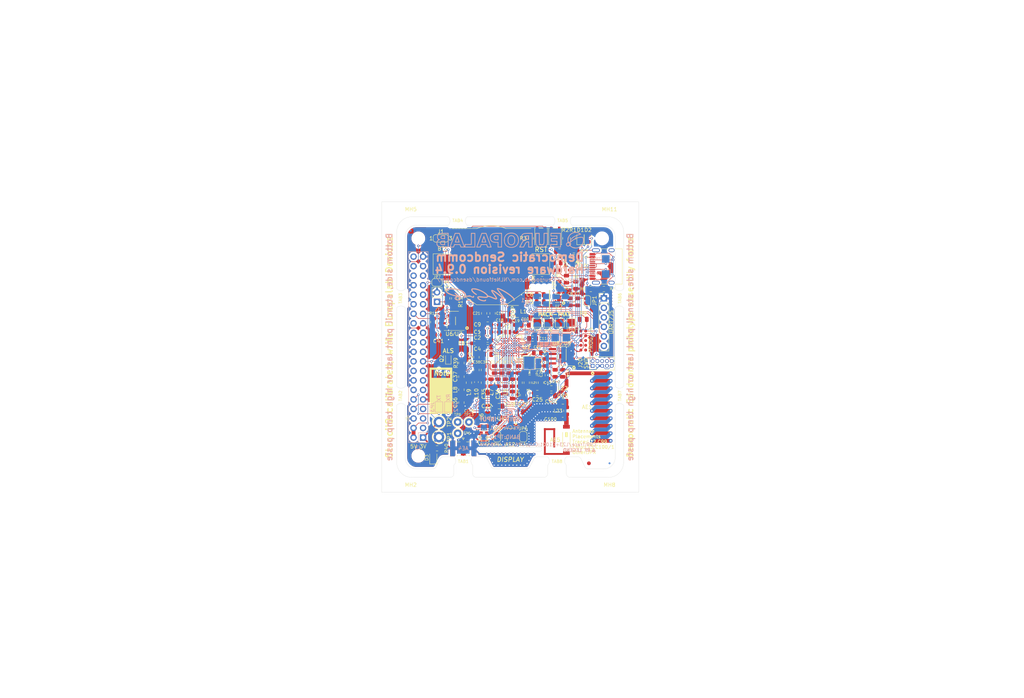
<source format=kicad_pcb>
(kicad_pcb (version 20171130) (host pcbnew 5.1.5+dfsg1-2build2)

  (general
    (thickness 1.6)
    (drawings 193)
    (tracks 1504)
    (zones 0)
    (modules 157)
    (nets 130)
  )

  (page A4)
  (title_block
    (title "Democratic Sendcomm")
    (date 2021-01-16)
    (rev 0.9.4)
    (company "Europalab Devices")
    (comment 1 "Copyright © 2021, Europalab Devices")
    (comment 2 "Fulfilling requirements of 20200210")
    (comment 3 "Pending quality assurance testing")
    (comment 4 "Release revision for manufacturing")
  )

  (layers
    (0 F.Cu signal)
    (1 In1.Cu power)
    (2 In2.Cu power)
    (31 B.Cu signal)
    (34 B.Paste user)
    (35 F.Paste user)
    (36 B.SilkS user)
    (37 F.SilkS user)
    (38 B.Mask user)
    (39 F.Mask user)
    (40 Dwgs.User user)
    (41 Cmts.User user)
    (44 Edge.Cuts user)
    (45 Margin user)
    (46 B.CrtYd user)
    (47 F.CrtYd user)
    (48 B.Fab user)
    (49 F.Fab user)
  )

  (setup
    (last_trace_width 0.127)
    (user_trace_width 0.1016)
    (user_trace_width 0.127)
    (user_trace_width 0.2)
    (user_trace_width 0.4)
    (user_trace_width 1.016)
    (trace_clearance 0.127)
    (zone_clearance 0.508)
    (zone_45_only no)
    (trace_min 0.09)
    (via_size 0.6)
    (via_drill 0.3)
    (via_min_size 0.356)
    (via_min_drill 0.2)
    (user_via 0.356 0.2)
    (user_via 0.45 0.2)
    (uvia_size 0.45)
    (uvia_drill 0.1)
    (uvias_allowed no)
    (uvia_min_size 0.45)
    (uvia_min_drill 0.1)
    (edge_width 0.05)
    (segment_width 0.1)
    (pcb_text_width 0.25)
    (pcb_text_size 1 1)
    (mod_edge_width 0.15)
    (mod_text_size 1 1)
    (mod_text_width 0.15)
    (pad_size 2 1.5)
    (pad_drill 0)
    (pad_to_mask_clearance 0)
    (aux_axis_origin 0 0)
    (visible_elements 7FFFFFFF)
    (pcbplotparams
      (layerselection 0x313fc_ffffffff)
      (usegerberextensions true)
      (usegerberattributes false)
      (usegerberadvancedattributes false)
      (creategerberjobfile false)
      (excludeedgelayer true)
      (linewidth 0.150000)
      (plotframeref false)
      (viasonmask false)
      (mode 1)
      (useauxorigin false)
      (hpglpennumber 1)
      (hpglpenspeed 20)
      (hpglpendiameter 15.000000)
      (psnegative false)
      (psa4output false)
      (plotreference true)
      (plotvalue true)
      (plotinvisibletext false)
      (padsonsilk false)
      (subtractmaskfromsilk false)
      (outputformat 4)
      (mirror false)
      (drillshape 0)
      (scaleselection 1)
      (outputdirectory "fabsingle"))
  )

  (net 0 "")
  (net 1 GND)
  (net 2 "Net-(AE1-Pad1)")
  (net 3 /Sheet5F53D5B4/RFSWPWR)
  (net 4 "Net-(C8-Pad1)")
  (net 5 /Sheet5F53D5B4/POWAMP)
  (net 6 "Net-(C13-Pad1)")
  (net 7 /Sheet5F53D5B4/HFOUT)
  (net 8 +3V3)
  (net 9 "Net-(C29-Pad1)")
  (net 10 /Sheet5F53D5B4/HPOUT)
  (net 11 /Sheet5F53D5B4/HFIN)
  (net 12 /Sheet5F53D5B4/BANDSEL)
  (net 13 "Net-(BT1-Pad1)")
  (net 14 /Sheet5F53D5B4/USB_BUS)
  (net 15 "Net-(C33-Pad1)")
  (net 16 "Net-(C34-Pad1)")
  (net 17 /Sheet5F53D5B4/CMDRST)
  (net 18 "Net-(D1-Pad2)")
  (net 19 "Net-(D1-Pad1)")
  (net 20 "Net-(D2-Pad1)")
  (net 21 "Net-(D2-Pad2)")
  (net 22 /Sheet5F53D5B4/USB_P)
  (net 23 /Sheet5F53D5B4/USB_N)
  (net 24 /Sheet60040980/ID_SD)
  (net 25 /Sheet60040980/ID_SC)
  (net 26 /Sheet5F53D5B4/SWDCLK)
  (net 27 "Net-(J3-Pad7)")
  (net 28 "Net-(J3-Pad8)")
  (net 29 "Net-(J4-Pad6)")
  (net 30 /Sheet5F53D5B4/CN_VBAT)
  (net 31 /Sheet5F53D5B4/XCEIV)
  (net 32 "Net-(AE5-Pad2)")
  (net 33 "Net-(C1-Pad1)")
  (net 34 "Net-(C7-Pad1)")
  (net 35 "Net-(C14-Pad1)")
  (net 36 "Net-(C17-Pad1)")
  (net 37 "Net-(C18-Pad2)")
  (net 38 "Net-(C19-Pad2)")
  (net 39 "Net-(C23-Pad2)")
  (net 40 "Net-(C23-Pad1)")
  (net 41 "Net-(C24-Pad1)")
  (net 42 "Net-(C24-Pad2)")
  (net 43 "Net-(C29-Pad2)")
  (net 44 "Net-(C33-Pad2)")
  (net 45 "Net-(C35-Pad2)")
  (net 46 "Net-(C40-Pad1)")
  (net 47 "Net-(J2-PadB5)")
  (net 48 "Net-(J2-PadA8)")
  (net 49 "Net-(J2-PadA5)")
  (net 50 "Net-(J2-PadB8)")
  (net 51 "Net-(J3-Pad2)")
  (net 52 "Net-(J3-Pad3)")
  (net 53 "Net-(J3-Pad5)")
  (net 54 "Net-(J3-Pad10)")
  (net 55 "Net-(J3-Pad11)")
  (net 56 "Net-(J3-Pad12)")
  (net 57 "Net-(J3-Pad13)")
  (net 58 "Net-(J3-Pad15)")
  (net 59 "Net-(J3-Pad16)")
  (net 60 "Net-(J3-Pad18)")
  (net 61 "Net-(J3-Pad19)")
  (net 62 "Net-(J3-Pad21)")
  (net 63 "Net-(J3-Pad22)")
  (net 64 "Net-(J3-Pad23)")
  (net 65 "Net-(J3-Pad24)")
  (net 66 "Net-(J3-Pad26)")
  (net 67 "Net-(J3-Pad29)")
  (net 68 "Net-(J3-Pad31)")
  (net 69 "Net-(J3-Pad32)")
  (net 70 "Net-(J3-Pad33)")
  (net 71 "Net-(J3-Pad35)")
  (net 72 "Net-(J3-Pad36)")
  (net 73 "Net-(J3-Pad38)")
  (net 74 "Net-(J3-Pad40)")
  (net 75 "Net-(J4-Pad7)")
  (net 76 "Net-(J4-Pad8)")
  (net 77 "Net-(J5-Pad2)")
  (net 78 "Net-(J5-Pad3)")
  (net 79 "Net-(J5-Pad6)")
  (net 80 "Net-(J6-Pad1)")
  (net 81 "Net-(L1-Pad2)")
  (net 82 "Net-(R3-Pad1)")
  (net 83 "Net-(R4-Pad1)")
  (net 84 "Net-(R4-Pad2)")
  (net 85 "Net-(U2-Pad5)")
  (net 86 "Net-(U3-PadG1)")
  (net 87 "Net-(U3-PadH1)")
  (net 88 "Net-(U3-PadE3)")
  (net 89 "Net-(U3-PadE4)")
  (net 90 "Net-(U3-PadF4)")
  (net 91 "Net-(U3-PadC7)")
  (net 92 "Net-(U3-PadD7)")
  (net 93 "Net-(U5-Pad3)")
  (net 94 "Net-(U5-Pad4)")
  (net 95 "Net-(U8-Pad7)")
  (net 96 "Net-(U8-Pad3)")
  (net 97 "Net-(U8-Pad2)")
  (net 98 "Net-(U8-Pad1)")
  (net 99 "Net-(U9-Pad1)")
  (net 100 "Net-(U9-Pad2)")
  (net 101 "Net-(U9-Pad3)")
  (net 102 "Net-(U9-Pad7)")
  (net 103 /Sheet5F53D5B4/SWDIO)
  (net 104 "Net-(AE2-Pad1)")
  (net 105 "Net-(AE4-Pad1)")
  (net 106 "Net-(AE5-Pad1)")
  (net 107 "Net-(J6-Pad2)")
  (net 108 "Net-(J6-Pad3)")
  (net 109 "Net-(J6-Pad4)")
  (net 110 "Net-(J7-Pad1)")
  (net 111 "Net-(C95-Pad1)")
  (net 112 /TP_SCL)
  (net 113 /TP_SDA)
  (net 114 "Net-(J20-Pad6)")
  (net 115 "Net-(J20-Pad7)")
  (net 116 "Net-(J20-Pad8)")
  (net 117 "Net-(Q2-Pad2)")
  (net 118 EXT_UART_TX)
  (net 119 EXT_UART_RX)
  (net 120 USB_TST)
  (net 121 "Net-(TP13-Pad1)")
  (net 122 "Net-(C94-Pad2)")
  (net 123 /Sheet5F53D5B4/CRY_XIN-RSVD)
  (net 124 /Sheet5F53D5B4/CRY_XOUT-RSVD)
  (net 125 "Net-(C97-Pad1)")
  (net 126 "Net-(C101-Pad1)")
  (net 127 "Net-(D3-Pad2)")
  (net 128 "Net-(JP4-Pad1)")
  (net 129 "Net-(U3-PadE5)")

  (net_class Default "This is the default net class."
    (clearance 0.127)
    (trace_width 0.127)
    (via_dia 0.6)
    (via_drill 0.3)
    (uvia_dia 0.45)
    (uvia_drill 0.1)
    (add_net +3V3)
    (add_net /Sheet5F53D5B4/BANDSEL)
    (add_net /Sheet5F53D5B4/CMDRST)
    (add_net /Sheet5F53D5B4/CN_VBAT)
    (add_net /Sheet5F53D5B4/CRY_XIN-RSVD)
    (add_net /Sheet5F53D5B4/CRY_XOUT-RSVD)
    (add_net /Sheet5F53D5B4/HFIN)
    (add_net /Sheet5F53D5B4/HFOUT)
    (add_net /Sheet5F53D5B4/HPOUT)
    (add_net /Sheet5F53D5B4/POWAMP)
    (add_net /Sheet5F53D5B4/RFSWPWR)
    (add_net /Sheet5F53D5B4/SWDCLK)
    (add_net /Sheet5F53D5B4/SWDIO)
    (add_net /Sheet5F53D5B4/USB_BUS)
    (add_net /Sheet5F53D5B4/USB_N)
    (add_net /Sheet5F53D5B4/USB_P)
    (add_net /Sheet5F53D5B4/XCEIV)
    (add_net /Sheet60040980/ID_SC)
    (add_net /Sheet60040980/ID_SD)
    (add_net /TP_SCL)
    (add_net /TP_SDA)
    (add_net EXT_UART_RX)
    (add_net EXT_UART_TX)
    (add_net GND)
    (add_net "Net-(AE1-Pad1)")
    (add_net "Net-(AE2-Pad1)")
    (add_net "Net-(AE4-Pad1)")
    (add_net "Net-(AE5-Pad1)")
    (add_net "Net-(AE5-Pad2)")
    (add_net "Net-(BT1-Pad1)")
    (add_net "Net-(C1-Pad1)")
    (add_net "Net-(C101-Pad1)")
    (add_net "Net-(C13-Pad1)")
    (add_net "Net-(C14-Pad1)")
    (add_net "Net-(C17-Pad1)")
    (add_net "Net-(C18-Pad2)")
    (add_net "Net-(C19-Pad2)")
    (add_net "Net-(C23-Pad1)")
    (add_net "Net-(C23-Pad2)")
    (add_net "Net-(C24-Pad1)")
    (add_net "Net-(C24-Pad2)")
    (add_net "Net-(C29-Pad1)")
    (add_net "Net-(C29-Pad2)")
    (add_net "Net-(C33-Pad1)")
    (add_net "Net-(C33-Pad2)")
    (add_net "Net-(C34-Pad1)")
    (add_net "Net-(C35-Pad2)")
    (add_net "Net-(C40-Pad1)")
    (add_net "Net-(C7-Pad1)")
    (add_net "Net-(C8-Pad1)")
    (add_net "Net-(C94-Pad2)")
    (add_net "Net-(C95-Pad1)")
    (add_net "Net-(C97-Pad1)")
    (add_net "Net-(D1-Pad1)")
    (add_net "Net-(D1-Pad2)")
    (add_net "Net-(D2-Pad1)")
    (add_net "Net-(D2-Pad2)")
    (add_net "Net-(D3-Pad2)")
    (add_net "Net-(J2-PadA5)")
    (add_net "Net-(J2-PadA8)")
    (add_net "Net-(J2-PadB5)")
    (add_net "Net-(J2-PadB8)")
    (add_net "Net-(J20-Pad6)")
    (add_net "Net-(J20-Pad7)")
    (add_net "Net-(J20-Pad8)")
    (add_net "Net-(J3-Pad10)")
    (add_net "Net-(J3-Pad11)")
    (add_net "Net-(J3-Pad12)")
    (add_net "Net-(J3-Pad13)")
    (add_net "Net-(J3-Pad15)")
    (add_net "Net-(J3-Pad16)")
    (add_net "Net-(J3-Pad18)")
    (add_net "Net-(J3-Pad19)")
    (add_net "Net-(J3-Pad2)")
    (add_net "Net-(J3-Pad21)")
    (add_net "Net-(J3-Pad22)")
    (add_net "Net-(J3-Pad23)")
    (add_net "Net-(J3-Pad24)")
    (add_net "Net-(J3-Pad26)")
    (add_net "Net-(J3-Pad29)")
    (add_net "Net-(J3-Pad3)")
    (add_net "Net-(J3-Pad31)")
    (add_net "Net-(J3-Pad32)")
    (add_net "Net-(J3-Pad33)")
    (add_net "Net-(J3-Pad35)")
    (add_net "Net-(J3-Pad36)")
    (add_net "Net-(J3-Pad38)")
    (add_net "Net-(J3-Pad40)")
    (add_net "Net-(J3-Pad5)")
    (add_net "Net-(J3-Pad7)")
    (add_net "Net-(J3-Pad8)")
    (add_net "Net-(J4-Pad6)")
    (add_net "Net-(J4-Pad7)")
    (add_net "Net-(J4-Pad8)")
    (add_net "Net-(J5-Pad2)")
    (add_net "Net-(J5-Pad3)")
    (add_net "Net-(J5-Pad6)")
    (add_net "Net-(J6-Pad1)")
    (add_net "Net-(J6-Pad2)")
    (add_net "Net-(J6-Pad3)")
    (add_net "Net-(J6-Pad4)")
    (add_net "Net-(J7-Pad1)")
    (add_net "Net-(JP4-Pad1)")
    (add_net "Net-(L1-Pad2)")
    (add_net "Net-(Q2-Pad2)")
    (add_net "Net-(R3-Pad1)")
    (add_net "Net-(R4-Pad1)")
    (add_net "Net-(R4-Pad2)")
    (add_net "Net-(TP13-Pad1)")
    (add_net "Net-(U2-Pad5)")
    (add_net "Net-(U3-PadC7)")
    (add_net "Net-(U3-PadD7)")
    (add_net "Net-(U3-PadE3)")
    (add_net "Net-(U3-PadE4)")
    (add_net "Net-(U3-PadE5)")
    (add_net "Net-(U3-PadF4)")
    (add_net "Net-(U3-PadG1)")
    (add_net "Net-(U3-PadH1)")
    (add_net "Net-(U5-Pad3)")
    (add_net "Net-(U5-Pad4)")
    (add_net "Net-(U8-Pad1)")
    (add_net "Net-(U8-Pad2)")
    (add_net "Net-(U8-Pad3)")
    (add_net "Net-(U8-Pad7)")
    (add_net "Net-(U9-Pad1)")
    (add_net "Net-(U9-Pad2)")
    (add_net "Net-(U9-Pad3)")
    (add_net "Net-(U9-Pad7)")
    (add_net USB_TST)
  )

  (net_class Power ""
    (clearance 0.2)
    (trace_width 0.5)
    (via_dia 1)
    (via_drill 0.7)
    (uvia_dia 0.5)
    (uvia_drill 0.1)
  )

  (module Inductor_SMD:L_0603_1608Metric (layer F.Cu) (tedit 5B301BBE) (tstamp 5FEA20A6)
    (at 160.5375 84)
    (descr "Inductor SMD 0603 (1608 Metric), square (rectangular) end terminal, IPC_7351 nominal, (Body size source: http://www.tortai-tech.com/upload/download/2011102023233369053.pdf), generated with kicad-footprint-generator")
    (tags inductor)
    (path /60040981/5FECBBBC)
    (attr smd)
    (fp_text reference FB2 (at 0 1.4 180) (layer F.SilkS)
      (effects (font (size 0.7 0.7) (thickness 0.1)))
    )
    (fp_text value BLM18PG471SN1D (at 0 1.65) (layer F.Fab)
      (effects (font (size 1 1) (thickness 0.15)))
    )
    (fp_text user %R (at 0 0) (layer F.Fab)
      (effects (font (size 0.5 0.5) (thickness 0.08)))
    )
    (fp_line (start 1.48 0.73) (end -1.48 0.73) (layer F.CrtYd) (width 0.05))
    (fp_line (start 1.48 -0.73) (end 1.48 0.73) (layer F.CrtYd) (width 0.05))
    (fp_line (start -1.48 -0.73) (end 1.48 -0.73) (layer F.CrtYd) (width 0.05))
    (fp_line (start -1.48 0.73) (end -1.48 -0.73) (layer F.CrtYd) (width 0.05))
    (fp_line (start -0.162779 0.51) (end 0.162779 0.51) (layer F.SilkS) (width 0.12))
    (fp_line (start -0.162779 -0.51) (end 0.162779 -0.51) (layer F.SilkS) (width 0.12))
    (fp_line (start 0.8 0.4) (end -0.8 0.4) (layer F.Fab) (width 0.1))
    (fp_line (start 0.8 -0.4) (end 0.8 0.4) (layer F.Fab) (width 0.1))
    (fp_line (start -0.8 -0.4) (end 0.8 -0.4) (layer F.Fab) (width 0.1))
    (fp_line (start -0.8 0.4) (end -0.8 -0.4) (layer F.Fab) (width 0.1))
    (pad 2 smd roundrect (at 0.7875 0) (size 0.875 0.95) (layers F.Cu F.Paste F.Mask) (roundrect_rratio 0.25)
      (net 125 "Net-(C97-Pad1)"))
    (pad 1 smd roundrect (at -0.7875 0) (size 0.875 0.95) (layers F.Cu F.Paste F.Mask) (roundrect_rratio 0.25)
      (net 14 /Sheet5F53D5B4/USB_BUS))
    (model ${KISYS3DMOD}/Inductor_SMD.3dshapes/L_0603_1608Metric.wrl
      (at (xyz 0 0 0))
      (scale (xyz 1 1 1))
      (rotate (xyz 0 0 0))
    )
  )

  (module Inductor_SMD:L_0603_1608Metric (layer F.Cu) (tedit 5B301BBE) (tstamp 5FC0418D)
    (at 138.5 103.5)
    (descr "Inductor SMD 0603 (1608 Metric), square (rectangular) end terminal, IPC_7351 nominal, (Body size source: http://www.tortai-tech.com/upload/download/2011102023233369053.pdf), generated with kicad-footprint-generator")
    (tags inductor)
    (path /5F53D5B5/5F613B5F)
    (attr smd)
    (fp_text reference FB1 (at -3 0) (layer F.SilkS)
      (effects (font (size 1 1) (thickness 0.15)))
    )
    (fp_text value BLM18PG471SN1D (at 0 1.65) (layer F.Fab)
      (effects (font (size 1 1) (thickness 0.15)))
    )
    (fp_text user %R (at 0 0) (layer F.Fab)
      (effects (font (size 0.5 0.5) (thickness 0.08)))
    )
    (fp_line (start 1.48 0.73) (end -1.48 0.73) (layer F.CrtYd) (width 0.05))
    (fp_line (start 1.48 -0.73) (end 1.48 0.73) (layer F.CrtYd) (width 0.05))
    (fp_line (start -1.48 -0.73) (end 1.48 -0.73) (layer F.CrtYd) (width 0.05))
    (fp_line (start -1.48 0.73) (end -1.48 -0.73) (layer F.CrtYd) (width 0.05))
    (fp_line (start -0.162779 0.51) (end 0.162779 0.51) (layer F.SilkS) (width 0.12))
    (fp_line (start -0.162779 -0.51) (end 0.162779 -0.51) (layer F.SilkS) (width 0.12))
    (fp_line (start 0.8 0.4) (end -0.8 0.4) (layer F.Fab) (width 0.1))
    (fp_line (start 0.8 -0.4) (end 0.8 0.4) (layer F.Fab) (width 0.1))
    (fp_line (start -0.8 -0.4) (end 0.8 -0.4) (layer F.Fab) (width 0.1))
    (fp_line (start -0.8 0.4) (end -0.8 -0.4) (layer F.Fab) (width 0.1))
    (pad 2 smd roundrect (at 0.7875 0) (size 0.875 0.95) (layers F.Cu F.Paste F.Mask) (roundrect_rratio 0.25)
      (net 33 "Net-(C1-Pad1)"))
    (pad 1 smd roundrect (at -0.7875 0) (size 0.875 0.95) (layers F.Cu F.Paste F.Mask) (roundrect_rratio 0.25)
      (net 8 +3V3))
    (model ${KISYS3DMOD}/Inductor_SMD.3dshapes/L_0603_1608Metric.wrl
      (at (xyz 0 0 0))
      (scale (xyz 1 1 1))
      (rotate (xyz 0 0 0))
    )
  )

  (module Capacitor_SMD:C_0805_2012Metric (layer F.Cu) (tedit 5B36C52B) (tstamp 5F6870D5)
    (at 140 126.5625 270)
    (descr "Capacitor SMD 0805 (2012 Metric), square (rectangular) end terminal, IPC_7351 nominal, (Body size source: https://docs.google.com/spreadsheets/d/1BsfQQcO9C6DZCsRaXUlFlo91Tg2WpOkGARC1WS5S8t0/edit?usp=sharing), generated with kicad-footprint-generator")
    (tags capacitor)
    (path /5F5C0728/5F5D6DA0)
    (attr smd)
    (fp_text reference C30 (at 2.9375 0 90) (layer F.SilkS)
      (effects (font (size 0.875 0.875) (thickness 0.125)))
    )
    (fp_text value 2,7pF (at 0 1.65 90) (layer F.Fab)
      (effects (font (size 1 1) (thickness 0.15)))
    )
    (fp_text user %R (at 0 0 90) (layer F.Fab)
      (effects (font (size 0.5 0.5) (thickness 0.08)))
    )
    (fp_line (start 1.68 0.95) (end -1.68 0.95) (layer F.CrtYd) (width 0.05))
    (fp_line (start 1.68 -0.95) (end 1.68 0.95) (layer F.CrtYd) (width 0.05))
    (fp_line (start -1.68 -0.95) (end 1.68 -0.95) (layer F.CrtYd) (width 0.05))
    (fp_line (start -1.68 0.95) (end -1.68 -0.95) (layer F.CrtYd) (width 0.05))
    (fp_line (start -0.258578 0.71) (end 0.258578 0.71) (layer F.SilkS) (width 0.12))
    (fp_line (start -0.258578 -0.71) (end 0.258578 -0.71) (layer F.SilkS) (width 0.12))
    (fp_line (start 1 0.6) (end -1 0.6) (layer F.Fab) (width 0.1))
    (fp_line (start 1 -0.6) (end 1 0.6) (layer F.Fab) (width 0.1))
    (fp_line (start -1 -0.6) (end 1 -0.6) (layer F.Fab) (width 0.1))
    (fp_line (start -1 0.6) (end -1 -0.6) (layer F.Fab) (width 0.1))
    (pad 2 smd roundrect (at 0.9375 0 270) (size 0.975 1.4) (layers F.Cu F.Paste F.Mask) (roundrect_rratio 0.25)
      (net 1 GND))
    (pad 1 smd roundrect (at -0.9375 0 270) (size 0.975 1.4) (layers F.Cu F.Paste F.Mask) (roundrect_rratio 0.25)
      (net 9 "Net-(C29-Pad1)"))
    (model ${KISYS3DMOD}/Capacitor_SMD.3dshapes/C_0805_2012Metric.wrl
      (at (xyz 0 0 0))
      (scale (xyz 1 1 1))
      (rotate (xyz 0 0 0))
    )
  )

  (module Connector_Coaxial:SMA_Samtec_SMA-J-P-X-ST-EM1_EdgeMount (layer F.Cu) (tedit 5FE90BFC) (tstamp 5F686FA8)
    (at 135.5 131.5)
    (descr "Connector SMA, 0Hz to 20GHz, 50Ohm, Edge Mount (http://suddendocs.samtec.com/prints/sma-j-p-x-st-em1-mkt.pdf)")
    (tags "SMA Straight Samtec Edge Mount")
    (path /5F5C0728/6000659E)
    (attr smd)
    (fp_text reference AE4 (at 0 0 unlocked) (layer B.SilkS)
      (effects (font (size 1 1) (thickness 0.15)) (justify mirror))
    )
    (fp_text value Antenna_Shield (at 0 13) (layer F.Fab)
      (effects (font (size 1 1) (thickness 0.15)))
    )
    (fp_text user "Board Thickness: 1.57mm" (at 0 -5.45) (layer Cmts.User)
      (effects (font (size 1 1) (thickness 0.15)))
    )
    (fp_line (start 0.84 -1.71) (end 1.95 -1.71) (layer F.SilkS) (width 0.12))
    (fp_line (start -1.95 -1.71) (end -0.84 -1.71) (layer F.SilkS) (width 0.12))
    (fp_line (start 0.84 2) (end 1.95 2) (layer F.SilkS) (width 0.12))
    (fp_line (start -1.95 2) (end -0.84 2) (layer F.SilkS) (width 0.12))
    (fp_line (start 3.68 2.6) (end 3.68 12.12) (layer B.CrtYd) (width 0.05))
    (fp_line (start 4 2.6) (end 3.68 2.6) (layer B.CrtYd) (width 0.05))
    (fp_line (start -3.68 12.12) (end -3.68 2.6) (layer B.CrtYd) (width 0.05))
    (fp_line (start -3.68 2.6) (end -4 2.6) (layer B.CrtYd) (width 0.05))
    (fp_line (start 3.68 2.6) (end 3.68 12.12) (layer F.CrtYd) (width 0.05))
    (fp_line (start 3.68 2.6) (end 4 2.6) (layer F.CrtYd) (width 0.05))
    (fp_line (start -3.68 12.12) (end -3.68 2.6) (layer F.CrtYd) (width 0.05))
    (fp_line (start -3.68 2.6) (end -4 2.6) (layer F.CrtYd) (width 0.05))
    (fp_text user "PCB Edge" (at 0 2.6) (layer Dwgs.User)
      (effects (font (size 0.5 0.5) (thickness 0.1)))
    )
    (fp_line (start 4.1 2.1) (end -4.1 2.1) (layer Dwgs.User) (width 0.1))
    (fp_line (start -3.175 -1.71) (end -3.175 11.62) (layer F.Fab) (width 0.1))
    (fp_line (start -2.365 -1.71) (end -3.175 -1.71) (layer F.Fab) (width 0.1))
    (fp_line (start -2.365 2.1) (end -2.365 -1.71) (layer F.Fab) (width 0.1))
    (fp_line (start 2.365 2.1) (end -2.365 2.1) (layer F.Fab) (width 0.1))
    (fp_line (start 2.365 -1.71) (end 2.365 2.1) (layer F.Fab) (width 0.1))
    (fp_line (start 3.175 -1.71) (end 2.365 -1.71) (layer F.Fab) (width 0.1))
    (fp_line (start 3.175 -1.71) (end 3.175 11.62) (layer F.Fab) (width 0.1))
    (fp_line (start 3.165 11.62) (end -3.165 11.62) (layer F.Fab) (width 0.1))
    (fp_line (start -4 -2.6) (end 4 -2.6) (layer B.CrtYd) (width 0.05))
    (fp_line (start -4 2.6) (end -4 -2.6) (layer B.CrtYd) (width 0.05))
    (fp_line (start 3.68 12.12) (end -3.68 12.12) (layer B.CrtYd) (width 0.05))
    (fp_line (start 4 2.6) (end 4 -2.6) (layer B.CrtYd) (width 0.05))
    (fp_line (start -4 -2.6) (end 4 -2.6) (layer F.CrtYd) (width 0.05))
    (fp_line (start -4 2.6) (end -4 -2.6) (layer F.CrtYd) (width 0.05))
    (fp_line (start 3.68 12.12) (end -3.68 12.12) (layer F.CrtYd) (width 0.05))
    (fp_line (start 4 2.6) (end 4 -2.6) (layer F.CrtYd) (width 0.05))
    (fp_text user %R (at 0 4.29 180) (layer F.Fab)
      (effects (font (size 1 1) (thickness 0.15)))
    )
    (fp_line (start 0.64 2.1) (end 0 3.1) (layer F.Fab) (width 0.1))
    (fp_line (start 0 3.1) (end -0.64 2.1) (layer F.Fab) (width 0.1))
    (fp_line (start 0 -2.26) (end 0.25 -2.76) (layer F.SilkS) (width 0.12))
    (fp_line (start 0.25 -2.76) (end -0.25 -2.76) (layer F.SilkS) (width 0.12))
    (fp_line (start -0.25 -2.76) (end 0 -2.26) (layer F.SilkS) (width 0.12))
    (pad 1 smd rect (at 0 0.2) (size 1.27 3.6) (layers F.Cu F.Mask)
      (net 105 "Net-(AE4-Pad1)"))
    (pad 2 smd rect (at 2.825 0) (size 1.35 4.2) (layers F.Cu F.Mask)
      (net 1 GND))
    (pad 2 smd rect (at -2.825 0) (size 1.35 4.2) (layers F.Cu F.Mask)
      (net 1 GND))
    (pad 2 smd rect (at 2.825 0) (size 1.35 4.2) (layers B.Cu B.Mask)
      (net 1 GND))
    (pad 2 smd rect (at -2.825 0) (size 1.35 4.2) (layers B.Cu B.Mask)
      (net 1 GND))
    (model ${KISYS3DMOD}/Connector_Coaxial.3dshapes/SMA_Samtec_SMA-J-P-X-ST-EM1_EdgeMount.wrl
      (at (xyz 0 0 0))
      (scale (xyz 1 1 1))
      (rotate (xyz 0 0 0))
    )
    (model ${KIPRJMOD}/modules/packages3d/RF_Antenna.3dshapes/SMA-J-P-H-ST-EM1.wrl
      (offset (xyz 0 -4 0.5))
      (scale (xyz 0.4 0.4 0.4))
      (rotate (xyz 180 -90 0))
    )
  )

  (module Connector_PinHeader_2.54mm:PinHeader_1x06_P2.54mm_Vertical (layer F.Cu) (tedit 59FED5CC) (tstamp 5FF83409)
    (at 173 91.5)
    (descr "Through hole straight pin header, 1x06, 2.54mm pitch, single row")
    (tags "Through hole pin header THT 1x06 2.54mm single row")
    (path /60040981/6006812D)
    (fp_text reference J5 (at 2 5 90) (layer F.SilkS)
      (effects (font (size 1 1) (thickness 0.15)) (justify left))
    )
    (fp_text value Conn_01x06_Male (at 4.385 14.97) (layer F.Fab)
      (effects (font (size 1 1) (thickness 0.15)))
    )
    (fp_text user %R (at 2.77 6.35 90) (layer F.Fab)
      (effects (font (size 1 1) (thickness 0.15)))
    )
    (fp_line (start 1.8 -1.8) (end -1.8 -1.8) (layer F.CrtYd) (width 0.05))
    (fp_line (start 1.8 14.5) (end 1.8 -1.8) (layer F.CrtYd) (width 0.05))
    (fp_line (start -1.8 14.5) (end 1.8 14.5) (layer F.CrtYd) (width 0.05))
    (fp_line (start -1.8 -1.8) (end -1.8 14.5) (layer F.CrtYd) (width 0.05))
    (fp_line (start -1.33 -1.33) (end 0 -1.33) (layer F.SilkS) (width 0.12))
    (fp_line (start -1.33 0) (end -1.33 -1.33) (layer F.SilkS) (width 0.12))
    (fp_line (start -1.33 1.27) (end 1.33 1.27) (layer F.SilkS) (width 0.12))
    (fp_line (start 1.33 1.27) (end 1.33 14.03) (layer F.SilkS) (width 0.12))
    (fp_line (start -1.33 1.27) (end -1.33 14.03) (layer F.SilkS) (width 0.12))
    (fp_line (start -1.33 14.03) (end 1.33 14.03) (layer F.SilkS) (width 0.12))
    (fp_line (start -1.27 -0.635) (end -0.635 -1.27) (layer F.Fab) (width 0.1))
    (fp_line (start -1.27 13.97) (end -1.27 -0.635) (layer F.Fab) (width 0.1))
    (fp_line (start 1.27 13.97) (end -1.27 13.97) (layer F.Fab) (width 0.1))
    (fp_line (start 1.27 -1.27) (end 1.27 13.97) (layer F.Fab) (width 0.1))
    (fp_line (start -0.635 -1.27) (end 1.27 -1.27) (layer F.Fab) (width 0.1))
    (pad 6 thru_hole oval (at 0 12.7) (size 1.7 1.7) (drill 1) (layers *.Cu *.Mask)
      (net 79 "Net-(J5-Pad6)"))
    (pad 5 thru_hole oval (at 0 10.16) (size 1.7 1.7) (drill 1) (layers *.Cu *.Mask)
      (net 118 EXT_UART_TX))
    (pad 4 thru_hole oval (at 0 7.62) (size 1.7 1.7) (drill 1) (layers *.Cu *.Mask)
      (net 119 EXT_UART_RX))
    (pad 3 thru_hole oval (at 0 5.08) (size 1.7 1.7) (drill 1) (layers *.Cu *.Mask)
      (net 78 "Net-(J5-Pad3)"))
    (pad 2 thru_hole oval (at 0 2.54) (size 1.7 1.7) (drill 1) (layers *.Cu *.Mask)
      (net 77 "Net-(J5-Pad2)"))
    (pad 1 thru_hole rect (at 0 0) (size 1.7 1.7) (drill 1) (layers *.Cu *.Mask)
      (net 1 GND))
    (model ${KISYS3DMOD}/Connector_PinHeader_2.54mm.3dshapes/PinHeader_1x06_P2.54mm_Vertical.wrl
      (at (xyz 0 0 0))
      (scale (xyz 1 1 1))
      (rotate (xyz 0 0 0))
    )
  )

  (module RF_Antenna:Texas_SWRA416_868MHz_915MHz (layer F.Cu) (tedit 5CF40AFD) (tstamp 5F686F31)
    (at 169 120.5 270)
    (descr http://www.ti.com/lit/an/swra416/swra416.pdf)
    (tags "PCB antenna")
    (path /5F5C0728/60008187)
    (attr smd)
    (fp_text reference AE1 (at 0 0.5 180) (layer F.SilkS)
      (effects (font (size 1 1) (thickness 0.15)))
    )
    (fp_text value Antenna (at 0.1 -7.6 90) (layer F.Fab)
      (effects (font (size 1 1) (thickness 0.15)))
    )
    (fp_line (start 9.7 2.1) (end 6.2 5.7) (layer Dwgs.User) (width 0.12))
    (fp_line (start 9.7 0.1) (end 4.3 5.7) (layer Dwgs.User) (width 0.12))
    (fp_line (start 9.7 -1.9) (end 2.3 5.7) (layer Dwgs.User) (width 0.12))
    (fp_line (start 9.7 -3.9) (end 0.2 5.7) (layer Dwgs.User) (width 0.12))
    (fp_line (start 9.7 -5.9) (end -1.8 5.7) (layer Dwgs.User) (width 0.12))
    (fp_line (start 8.3 -6.5) (end -3.8 5.7) (layer Dwgs.User) (width 0.12))
    (fp_line (start 6.3 -6.5) (end -5.8 5.7) (layer Dwgs.User) (width 0.12))
    (fp_line (start 4.3 -6.5) (end -7.8 5.7) (layer Dwgs.User) (width 0.12))
    (fp_line (start -9.7 5.5) (end 2.3 -6.5) (layer Dwgs.User) (width 0.12))
    (fp_line (start -9.7 3.5) (end 0.3 -6.5) (layer Dwgs.User) (width 0.12))
    (fp_line (start -9.7 1.5) (end -1.7 -6.5) (layer Dwgs.User) (width 0.12))
    (fp_line (start -9.7 -0.5) (end -3.7 -6.5) (layer Dwgs.User) (width 0.12))
    (fp_line (start -9.7 -2.5) (end -5.7 -6.5) (layer Dwgs.User) (width 0.12))
    (fp_line (start -9.7 -4.5) (end -7.7 -6.5) (layer Dwgs.User) (width 0.12))
    (fp_line (start 9.7 -6.5) (end -9.7 -6.5) (layer Dwgs.User) (width 0.15))
    (fp_line (start 9.7 5.7) (end 9.7 -6.5) (layer Dwgs.User) (width 0.15))
    (fp_line (start -9.7 5.7) (end 9.7 5.7) (layer Dwgs.User) (width 0.15))
    (fp_line (start -9.7 -6.5) (end -9.7 5.7) (layer Dwgs.User) (width 0.15))
    (fp_line (start 7 -5.8) (end 8 -4.8) (layer B.Cu) (width 1))
    (fp_line (start 8 -1.8) (end 9 -0.8) (layer B.Cu) (width 1))
    (fp_line (start 8 -4.8) (end 8 -1.8) (layer B.Cu) (width 1))
    (fp_line (start 9 -5.8) (end 9 -0.8) (layer F.Cu) (width 1))
    (fp_line (start 5 -5.8) (end 6 -4.8) (layer B.Cu) (width 1))
    (fp_line (start 6 -1.8) (end 7 -0.8) (layer B.Cu) (width 1))
    (fp_line (start 6 -4.8) (end 6 -1.8) (layer B.Cu) (width 1))
    (fp_line (start 7 -5.8) (end 7 -0.8) (layer F.Cu) (width 1))
    (fp_line (start 3 -5.8) (end 4 -4.8) (layer B.Cu) (width 1))
    (fp_line (start 4 -1.8) (end 5 -0.8) (layer B.Cu) (width 1))
    (fp_line (start 4 -4.8) (end 4 -1.8) (layer B.Cu) (width 1))
    (fp_line (start 5 -5.8) (end 5 -0.8) (layer F.Cu) (width 1))
    (fp_line (start 1 -5.8) (end 2 -4.8) (layer B.Cu) (width 1))
    (fp_line (start 2 -1.8) (end 3 -0.8) (layer B.Cu) (width 1))
    (fp_line (start 2 -4.8) (end 2 -1.8) (layer B.Cu) (width 1))
    (fp_line (start 3 -5.8) (end 3 -0.8) (layer F.Cu) (width 1))
    (fp_line (start -1 -5.8) (end 0 -4.8) (layer B.Cu) (width 1))
    (fp_line (start 0 -1.8) (end 1 -0.8) (layer B.Cu) (width 1))
    (fp_line (start 0 -4.8) (end 0 -1.8) (layer B.Cu) (width 1))
    (fp_line (start 1 -5.8) (end 1 -0.8) (layer F.Cu) (width 1))
    (fp_line (start -3 -5.8) (end -2 -4.8) (layer B.Cu) (width 1))
    (fp_line (start -2 -1.8) (end -1 -0.8) (layer B.Cu) (width 1))
    (fp_line (start -2 -4.8) (end -2 -1.8) (layer B.Cu) (width 1))
    (fp_line (start -1 -5.8) (end -1 -0.8) (layer F.Cu) (width 1))
    (fp_line (start -4 -4.8) (end -4 -1.8) (layer B.Cu) (width 1))
    (fp_line (start -5 -5.8) (end -4 -4.8) (layer B.Cu) (width 1))
    (fp_line (start -4 -1.8) (end -3 -0.8) (layer B.Cu) (width 1))
    (fp_line (start -3 -5.8) (end -3 -0.8) (layer F.Cu) (width 1))
    (fp_line (start -6 -4.8) (end -6 -1.8) (layer B.Cu) (width 1))
    (fp_line (start -7 -5.8) (end -6 -4.8) (layer B.Cu) (width 1))
    (fp_line (start -6 -1.8) (end -5 -0.8) (layer B.Cu) (width 1))
    (fp_line (start -5 -5.8) (end -5 -0.8) (layer F.Cu) (width 1))
    (fp_line (start -7 -5.8) (end -7 -0.8) (layer F.Cu) (width 1))
    (fp_line (start -9 5.2) (end -9 -5.8) (layer F.Cu) (width 1))
    (fp_line (start -9 -5.8) (end -8 -4.8) (layer B.Cu) (width 1))
    (fp_line (start -8 -4.8) (end -8 -1.8) (layer B.Cu) (width 1))
    (fp_line (start -8 -1.8) (end -7 -0.8) (layer B.Cu) (width 1))
    (fp_line (start 9.7 4.1) (end 8.2 5.7) (layer Dwgs.User) (width 0.12))
    (fp_line (start -9.9 -6.7) (end -9.9 5.9) (layer F.CrtYd) (width 0.05))
    (fp_line (start -9.9 5.9) (end 9.9 5.9) (layer F.CrtYd) (width 0.05))
    (fp_line (start 9.9 5.9) (end 9.9 -6.7) (layer F.CrtYd) (width 0.05))
    (fp_line (start 9.9 -6.7) (end -9.9 -6.7) (layer F.CrtYd) (width 0.05))
    (fp_line (start 9.9 -6.7) (end -9.9 -6.7) (layer B.CrtYd) (width 0.05))
    (fp_line (start 9.9 5.9) (end 9.9 -6.7) (layer B.CrtYd) (width 0.05))
    (fp_line (start -9.9 -6.7) (end -9.9 5.9) (layer B.CrtYd) (width 0.05))
    (fp_line (start -9.9 5.9) (end 9.9 5.9) (layer B.CrtYd) (width 0.05))
    (fp_text user "KEEP-OUT ZONE" (at 1 -2.8 90) (layer Cmts.User)
      (effects (font (size 1 1) (thickness 0.15)))
    )
    (fp_text user "No metal, traces or " (at 1 0.2 90) (layer Cmts.User)
      (effects (font (size 1 1) (thickness 0.15)))
    )
    (fp_text user "any components on" (at 1 2.2 90) (layer Cmts.User)
      (effects (font (size 1 1) (thickness 0.15)))
    )
    (fp_text user " any PCB layer." (at 1 4.2 90) (layer Cmts.User)
      (effects (font (size 1 1) (thickness 0.15)))
    )
    (fp_text user %R (at -0.4 6.6 90) (layer F.Fab)
      (effects (font (size 1 1) (thickness 0.15)))
    )
    (pad "" thru_hole circle (at 9 -0.8 90) (size 1 1) (drill 0.4) (layers *.Cu))
    (pad "" thru_hole circle (at 9 -5.8 90) (size 1 1) (drill 0.4) (layers *.Cu))
    (pad "" thru_hole circle (at 7 -5.8 90) (size 1 1) (drill 0.4) (layers *.Cu))
    (pad "" thru_hole circle (at 7 -0.8 90) (size 1 1) (drill 0.4) (layers *.Cu))
    (pad "" thru_hole circle (at 5 -0.8 90) (size 1 1) (drill 0.4) (layers *.Cu))
    (pad "" thru_hole circle (at 5 -5.8 90) (size 1 1) (drill 0.4) (layers *.Cu))
    (pad "" thru_hole circle (at 3 -0.8 90) (size 1 1) (drill 0.4) (layers *.Cu))
    (pad "" thru_hole circle (at 3 -5.8 90) (size 1 1) (drill 0.4) (layers *.Cu))
    (pad "" thru_hole circle (at 1 -5.8 90) (size 1 1) (drill 0.4) (layers *.Cu))
    (pad "" thru_hole circle (at 1 -0.8 90) (size 1 1) (drill 0.4) (layers *.Cu))
    (pad "" thru_hole circle (at -1 -0.8 90) (size 1 1) (drill 0.4) (layers *.Cu))
    (pad "" thru_hole circle (at -1 -5.8 90) (size 1 1) (drill 0.4) (layers *.Cu))
    (pad "" thru_hole circle (at -3 -5.8 90) (size 1 1) (drill 0.4) (layers *.Cu))
    (pad "" thru_hole circle (at -3 -0.8 90) (size 1 1) (drill 0.4) (layers *.Cu))
    (pad "" thru_hole circle (at -5 -0.8 90) (size 1 1) (drill 0.4) (layers *.Cu))
    (pad "" thru_hole circle (at -5 -5.8 90) (size 1 1) (drill 0.4) (layers *.Cu))
    (pad "" thru_hole circle (at -7 -5.8 90) (size 1 1) (drill 0.4) (layers *.Cu))
    (pad "" thru_hole circle (at -7 -0.8 90) (size 1 1) (drill 0.4) (layers *.Cu))
    (pad "" thru_hole circle (at -9 -5.8 90) (size 1 1) (drill 0.4) (layers *.Cu))
    (pad 1 smd trapezoid (at -9 5.9 90) (size 0.4 0.8) (rect_delta 0 0.3 ) (layers F.Cu)
      (net 2 "Net-(AE1-Pad1)"))
  )

  (module Elabdev:Panel_Mousetab_25mm_Single (layer F.Cu) (tedit 5CD9E502) (tstamp 60039779)
    (at 160.5 135 90)
    (path /5CD9EB0D)
    (fp_text reference TAB8 (at 0 0) (layer F.SilkS)
      (effects (font (size 0.8 0.8) (thickness 0.13)))
    )
    (fp_text value Pantab (at -3.25 0 180) (layer F.Fab)
      (effects (font (size 1 1) (thickness 0.15)))
    )
    (fp_line (start 1.25 -2.2) (end 1.25 2.2) (layer F.Fab) (width 0.15))
    (fp_line (start -1.25 -2.2) (end -1.25 2.2) (layer F.Fab) (width 0.15))
    (fp_line (start 2.1 -2.6) (end 2.1 2.6) (layer F.CrtYd) (width 0.15))
    (fp_line (start 2.1 2.6) (end -2.1 2.6) (layer F.CrtYd) (width 0.15))
    (fp_line (start -2.1 2.6) (end -2.1 -2.6) (layer F.CrtYd) (width 0.15))
    (fp_line (start -2.1 -2.6) (end 2.1 -2.6) (layer F.CrtYd) (width 0.15))
    (pad "" np_thru_hole circle (at 1.35 2 90) (size 0.5 0.5) (drill 0.5) (layers *.Cu))
    (pad "" np_thru_hole circle (at 1.35 1.2 90) (size 0.5 0.5) (drill 0.5) (layers *.Cu))
    (pad "" np_thru_hole circle (at 1.35 0.4 90) (size 0.5 0.5) (drill 0.5) (layers *.Cu))
    (pad "" np_thru_hole circle (at 1.35 -0.4 90) (size 0.5 0.5) (drill 0.5) (layers *.Cu))
    (pad "" np_thru_hole circle (at 1.35 -1.2 90) (size 0.5 0.5) (drill 0.5) (layers *.Cu))
    (pad "" np_thru_hole circle (at 1.35 -2 90) (size 0.5 0.5) (drill 0.5) (layers *.Cu))
  )

  (module Capacitor_SMD:C_0805_2012Metric (layer F.Cu) (tedit 5B36C52B) (tstamp 5FEB8111)
    (at 149.5 99.5625 270)
    (descr "Capacitor SMD 0805 (2012 Metric), square (rectangular) end terminal, IPC_7351 nominal, (Body size source: https://docs.google.com/spreadsheets/d/1BsfQQcO9C6DZCsRaXUlFlo91Tg2WpOkGARC1WS5S8t0/edit?usp=sharing), generated with kicad-footprint-generator")
    (tags capacitor)
    (path /5F53D5B5/5F609CF5)
    (attr smd)
    (fp_text reference C19 (at -2.0625 0 180) (layer F.SilkS)
      (effects (font (size 0.7 0.7) (thickness 0.1)))
    )
    (fp_text value 18pF (at 0 1.65 90) (layer F.Fab)
      (effects (font (size 1 1) (thickness 0.15)))
    )
    (fp_line (start -1 0.6) (end -1 -0.6) (layer F.Fab) (width 0.1))
    (fp_line (start -1 -0.6) (end 1 -0.6) (layer F.Fab) (width 0.1))
    (fp_line (start 1 -0.6) (end 1 0.6) (layer F.Fab) (width 0.1))
    (fp_line (start 1 0.6) (end -1 0.6) (layer F.Fab) (width 0.1))
    (fp_line (start -0.258578 -0.71) (end 0.258578 -0.71) (layer F.SilkS) (width 0.12))
    (fp_line (start -0.258578 0.71) (end 0.258578 0.71) (layer F.SilkS) (width 0.12))
    (fp_line (start -1.68 0.95) (end -1.68 -0.95) (layer F.CrtYd) (width 0.05))
    (fp_line (start -1.68 -0.95) (end 1.68 -0.95) (layer F.CrtYd) (width 0.05))
    (fp_line (start 1.68 -0.95) (end 1.68 0.95) (layer F.CrtYd) (width 0.05))
    (fp_line (start 1.68 0.95) (end -1.68 0.95) (layer F.CrtYd) (width 0.05))
    (fp_text user %R (at 0 0 90) (layer F.Fab)
      (effects (font (size 0.5 0.5) (thickness 0.08)))
    )
    (pad 1 smd roundrect (at -0.9375 0 270) (size 0.975 1.4) (layers F.Cu F.Paste F.Mask) (roundrect_rratio 0.25)
      (net 1 GND))
    (pad 2 smd roundrect (at 0.9375 0 270) (size 0.975 1.4) (layers F.Cu F.Paste F.Mask) (roundrect_rratio 0.25)
      (net 38 "Net-(C19-Pad2)"))
    (model ${KISYS3DMOD}/Capacitor_SMD.3dshapes/C_0805_2012Metric.wrl
      (at (xyz 0 0 0))
      (scale (xyz 1 1 1))
      (rotate (xyz 0 0 0))
    )
  )

  (module Elabdev:Meinkuerz_sign_480dpi (layer B.Cu) (tedit 0) (tstamp 5FBE809B)
    (at 140 90.5 180)
    (fp_text reference G1 (at 0 0) (layer B.SilkS) hide
      (effects (font (size 1.524 1.524) (thickness 0.3)) (justify mirror))
    )
    (fp_text value Meinkuerzel_signature (at 0.75 0) (layer B.SilkS) hide
      (effects (font (size 1.524 1.524) (thickness 0.3)) (justify mirror))
    )
    (fp_poly (pts (xy 7.849084 1.675651) (xy 8.303148 1.632827) (xy 8.685942 1.550363) (xy 8.876057 1.481326)
      (xy 9.07938 1.34976) (xy 9.204465 1.178624) (xy 9.241225 0.986809) (xy 9.210768 0.854557)
      (xy 9.078684 0.643748) (xy 8.864557 0.429964) (xy 8.589687 0.233059) (xy 8.471807 0.165759)
      (xy 8.232808 0.053863) (xy 7.923436 -0.068816) (xy 7.576824 -0.190996) (xy 7.226108 -0.301392)
      (xy 6.904421 -0.388723) (xy 6.731621 -0.426811) (xy 6.398868 -0.490816) (xy 6.556265 -0.586535)
      (xy 6.736632 -0.743549) (xy 6.819572 -0.938245) (xy 6.82625 -1.022915) (xy 6.780462 -1.15416)
      (xy 6.660466 -1.295963) (xy 6.49231 -1.424979) (xy 6.30204 -1.517866) (xy 6.258842 -1.531402)
      (xy 6.0446 -1.569955) (xy 5.805186 -1.581627) (xy 5.582286 -1.566858) (xy 5.417587 -1.526091)
      (xy 5.409578 -1.522402) (xy 5.285381 -1.409276) (xy 5.232727 -1.237525) (xy 5.243042 -1.133742)
      (xy 5.545646 -1.133742) (xy 5.569322 -1.243922) (xy 5.599007 -1.270742) (xy 5.725804 -1.30367)
      (xy 5.911501 -1.301091) (xy 6.117136 -1.267785) (xy 6.303743 -1.20853) (xy 6.368163 -1.176419)
      (xy 6.483421 -1.090411) (xy 6.547775 -1.006994) (xy 6.550669 -0.996984) (xy 6.519163 -0.903747)
      (xy 6.404517 -0.814537) (xy 6.229026 -0.742568) (xy 6.060328 -0.706358) (xy 5.903418 -0.693399)
      (xy 5.806355 -0.717484) (xy 5.726223 -0.79035) (xy 5.718194 -0.79992) (xy 5.596762 -0.979847)
      (xy 5.545646 -1.133742) (xy 5.243042 -1.133742) (xy 5.253531 -1.028227) (xy 5.344918 -0.810631)
      (xy 5.442538 -0.642303) (xy 5.295353 -0.646487) (xy 5.12125 -0.625399) (xy 5.035885 -0.550663)
      (xy 5.027083 -0.501447) (xy 5.075804 -0.410776) (xy 5.222941 -0.351671) (xy 5.469958 -0.32355)
      (xy 5.476875 -0.323261) (xy 5.599677 -0.314345) (xy 5.697993 -0.289875) (xy 5.794712 -0.235966)
      (xy 5.912725 -0.138734) (xy 6.074923 0.015705) (xy 6.138333 0.077935) (xy 6.357426 0.284825)
      (xy 6.520758 0.415811) (xy 6.63982 0.476704) (xy 6.726105 0.473318) (xy 6.791106 0.411464)
      (xy 6.792772 0.408883) (xy 6.813029 0.349999) (xy 6.787897 0.281807) (xy 6.704882 0.184844)
      (xy 6.561666 0.048946) (xy 6.270625 -0.217166) (xy 6.532899 -0.183078) (xy 6.900304 -0.115245)
      (xy 7.289474 -0.008645) (xy 7.678243 0.127507) (xy 8.044445 0.283994) (xy 8.365914 0.451601)
      (xy 8.620483 0.621112) (xy 8.749193 0.738377) (xy 8.856936 0.865956) (xy 8.92727 0.965202)
      (xy 8.942916 1.001728) (xy 8.895983 1.084773) (xy 8.773369 1.176095) (xy 8.602358 1.259484)
      (xy 8.410231 1.318727) (xy 8.408998 1.318992) (xy 8.149682 1.354937) (xy 7.8128 1.371973)
      (xy 7.424917 1.370093) (xy 7.012599 1.349291) (xy 6.686734 1.319437) (xy 6.066773 1.222977)
      (xy 5.517194 1.081213) (xy 5.043989 0.897075) (xy 4.653152 0.673494) (xy 4.350673 0.413401)
      (xy 4.142546 0.119727) (xy 4.114637 0.061443) (xy 4.047094 -0.15251) (xy 4.06025 -0.336634)
      (xy 4.160207 -0.518581) (xy 4.270456 -0.644496) (xy 4.390411 -0.79173) (xy 4.431252 -0.900383)
      (xy 4.427296 -0.922309) (xy 4.357272 -0.99719) (xy 4.242023 -0.977517) (xy 4.082983 -0.863726)
      (xy 4.010682 -0.795217) (xy 3.879838 -0.680755) (xy 3.765594 -0.608691) (xy 3.712637 -0.594925)
      (xy 3.6215 -0.594723) (xy 3.455888 -0.585507) (xy 3.246599 -0.569127) (xy 3.175 -0.562633)
      (xy 2.951086 -0.544014) (xy 2.793821 -0.54282) (xy 2.664643 -0.565021) (xy 2.524987 -0.61659)
      (xy 2.371034 -0.687127) (xy 2.100169 -0.795663) (xy 1.89262 -0.837972) (xy 1.841867 -0.837015)
      (xy 1.72083 -0.812158) (xy 1.663036 -0.745697) (xy 1.637803 -0.635) (xy 1.623821 -0.491701)
      (xy 1.628566 -0.389706) (xy 1.630235 -0.383646) (xy 1.692219 -0.322789) (xy 1.789679 -0.330876)
      (xy 1.885465 -0.399867) (xy 1.916539 -0.445597) (xy 1.984375 -0.573694) (xy 2.371569 -0.384068)
      (xy 2.758764 -0.194442) (xy 3.165319 -0.256321) (xy 3.413597 -0.293214) (xy 3.576071 -0.310583)
      (xy 3.67165 -0.304292) (xy 3.719238 -0.270208) (xy 3.737742 -0.204195) (xy 3.744012 -0.129767)
      (xy 3.817818 0.177969) (xy 3.989413 0.470621) (xy 4.251219 0.74303) (xy 4.595656 0.99004)
      (xy 5.015149 1.206492) (xy 5.502117 1.387229) (xy 6.048984 1.527094) (xy 6.228561 1.561184)
      (xy 6.794861 1.64034) (xy 7.340678 1.678326) (xy 7.849084 1.675651)) (layer B.SilkS) (width 0.01))
    (fp_poly (pts (xy -4.580024 1.756567) (xy -4.544854 1.74305) (xy -4.466016 1.67622) (xy -4.437143 1.580417)
      (xy -4.461964 1.447967) (xy -4.544204 1.271201) (xy -4.68759 1.042447) (xy -4.895848 0.754033)
      (xy -5.172705 0.39829) (xy -5.237349 0.3175) (xy -5.411926 0.098408) (xy -5.577817 -0.112809)
      (xy -5.714811 -0.290245) (xy -5.794689 -0.396875) (xy -5.948296 -0.608542) (xy -5.791961 -0.468507)
      (xy -5.700695 -0.392772) (xy -5.541009 -0.266466) (xy -5.329307 -0.10231) (xy -5.081994 0.086977)
      (xy -4.815472 0.288675) (xy -4.815417 0.288716) (xy -4.345432 0.631252) (xy -3.946225 0.897872)
      (xy -3.615767 1.089474) (xy -3.352032 1.206955) (xy -3.152989 1.251211) (xy -3.016612 1.223138)
      (xy -2.940872 1.123633) (xy -2.939055 1.118116) (xy -2.92791 1.023519) (xy -2.955738 0.908417)
      (xy -3.029742 0.759005) (xy -3.157121 0.561475) (xy -3.345079 0.302021) (xy -3.409058 0.217037)
      (xy -3.654587 -0.113597) (xy -3.860834 -0.404313) (xy -4.022275 -0.646491) (xy -4.133388 -0.831509)
      (xy -4.188652 -0.950744) (xy -4.185335 -0.994958) (xy -4.120655 -0.981486) (xy -3.976478 -0.932768)
      (xy -3.770527 -0.855371) (xy -3.520529 -0.755864) (xy -3.349225 -0.685128) (xy -3.06462 -0.570045)
      (xy -2.797019 -0.469163) (xy -2.569108 -0.390505) (xy -2.403576 -0.342097) (xy -2.349431 -0.331513)
      (xy -2.183877 -0.291941) (xy -2.07811 -0.206425) (xy -2.041672 -0.151915) (xy -1.850086 0.096101)
      (xy -1.567603 0.354844) (xy -1.207453 0.616123) (xy -0.78287 0.87175) (xy -0.307084 1.113536)
      (xy 0.206672 1.333293) (xy 0.574448 1.467145) (xy 0.853452 1.556991) (xy 1.074831 1.61415)
      (xy 1.278935 1.645957) (xy 1.506112 1.659747) (xy 1.647661 1.662241) (xy 1.89537 1.661355)
      (xy 2.061526 1.650821) (xy 2.170245 1.626908) (xy 2.245641 1.585888) (xy 2.269431 1.566069)
      (xy 2.364656 1.413892) (xy 2.378536 1.21834) (xy 2.31231 1.002224) (xy 2.231511 0.867835)
      (xy 2.055394 0.653788) (xy 1.846452 0.444397) (xy 1.622129 0.252501) (xy 1.399873 0.090942)
      (xy 1.19713 -0.02744) (xy 1.031346 -0.089804) (xy 0.931657 -0.088852) (xy 0.853749 -0.025156)
      (xy 0.874571 0.06423) (xy 0.991583 0.174246) (xy 1.09802 0.242886) (xy 1.314624 0.387246)
      (xy 1.527802 0.560014) (xy 1.72429 0.746283) (xy 1.890825 0.931146) (xy 2.014146 1.099697)
      (xy 2.080988 1.237027) (xy 2.078088 1.32823) (xy 2.071165 1.336667) (xy 1.954541 1.387475)
      (xy 1.756832 1.400928) (xy 1.494763 1.380087) (xy 1.185063 1.328013) (xy 0.844457 1.247766)
      (xy 0.489674 1.142406) (xy 0.137439 1.014995) (xy -0.00172 0.957368) (xy -0.385109 0.777304)
      (xy -0.74297 0.581237) (xy -1.065571 0.377182) (xy -1.343179 0.173152) (xy -1.566062 -0.022838)
      (xy -1.724487 -0.202776) (xy -1.808722 -0.358647) (xy -1.809035 -0.482438) (xy -1.789329 -0.514562)
      (xy -1.69188 -0.558953) (xy -1.49842 -0.578536) (xy -1.2158 -0.573404) (xy -0.850872 -0.543648)
      (xy -0.464887 -0.496867) (xy -0.056607 -0.452123) (xy 0.260382 -0.442712) (xy 0.494773 -0.469264)
      (xy 0.655256 -0.532408) (xy 0.714552 -0.58228) (xy 0.776217 -0.725165) (xy 0.746162 -0.908878)
      (xy 0.632079 -1.115352) (xy 0.45893 -1.290216) (xy 0.2117 -1.450188) (xy -0.085638 -1.588107)
      (xy -0.409112 -1.696809) (xy -0.734748 -1.769134) (xy -1.038572 -1.797919) (xy -1.296612 -1.776003)
      (xy -1.42875 -1.731015) (xy -1.546706 -1.617759) (xy -1.577815 -1.519827) (xy -1.560687 -1.389395)
      (xy -1.486335 -1.336349) (xy -1.378138 -1.369493) (xy -1.317893 -1.421952) (xy -1.19986 -1.505637)
      (xy -1.092449 -1.534584) (xy -0.859949 -1.513387) (xy -0.579373 -1.457345) (xy -0.297878 -1.377776)
      (xy -0.068589 -1.288836) (xy 0.116249 -1.181832) (xy 0.284174 -1.050661) (xy 0.411262 -0.917533)
      (xy 0.473586 -0.804658) (xy 0.47625 -0.783054) (xy 0.425256 -0.757675) (xy 0.277287 -0.748743)
      (xy 0.039858 -0.755912) (xy -0.279513 -0.778835) (xy -0.673311 -0.817167) (xy -0.956033 -0.849048)
      (xy -1.308534 -0.882196) (xy -1.57585 -0.8857) (xy -1.774982 -0.85746) (xy -1.922933 -0.795374)
      (xy -2.017888 -0.717835) (xy -2.096716 -0.653738) (xy -2.190635 -0.62131) (xy -2.313833 -0.623423)
      (xy -2.480498 -0.662945) (xy -2.704818 -0.742748) (xy -3.00098 -0.865702) (xy -3.216817 -0.960383)
      (xy -3.585839 -1.11854) (xy -3.874386 -1.227749) (xy -4.094462 -1.290524) (xy -4.258069 -1.309381)
      (xy -4.377212 -1.286836) (xy -4.463891 -1.225404) (xy -4.466704 -1.222337) (xy -4.518051 -1.14061)
      (xy -4.530831 -1.040781) (xy -4.500098 -0.912213) (xy -4.420902 -0.744269) (xy -4.288295 -0.526313)
      (xy -4.097327 -0.247708) (xy -3.863138 0.07498) (xy -3.679345 0.325213) (xy -3.519393 0.545064)
      (xy -3.393108 0.720859) (xy -3.310313 0.838921) (xy -3.280834 0.885525) (xy -3.323557 0.888476)
      (xy -3.399896 0.869711) (xy -3.542096 0.805036) (xy -3.750284 0.678102) (xy -4.027571 0.486762)
      (xy -4.377062 0.228867) (xy -4.801868 -0.097732) (xy -4.81991 -0.111817) (xy -5.187034 -0.396401)
      (xy -5.482932 -0.620081) (xy -5.717862 -0.789492) (xy -5.902078 -0.911266) (xy -6.045837 -0.99204)
      (xy -6.159396 -1.038447) (xy -6.25301 -1.057121) (xy -6.283148 -1.058333) (xy -6.40378 -1.045849)
      (xy -6.450441 -0.994435) (xy -6.455563 -0.939271) (xy -6.445942 -0.865735) (xy -6.412644 -0.776476)
      (xy -6.348546 -0.66103) (xy -6.24652 -0.508935) (xy -6.099443 -0.309727) (xy -5.90019 -0.052942)
      (xy -5.641635 0.271882) (xy -5.570553 0.360397) (xy -5.363566 0.620769) (xy -5.174974 0.863504)
      (xy -5.016826 1.072659) (xy -4.901172 1.23229) (xy -4.84006 1.326453) (xy -4.839117 1.328251)
      (xy -4.786636 1.436383) (xy -4.790145 1.473528) (xy -4.856494 1.462433) (xy -4.877731 1.456477)
      (xy -4.973599 1.420322) (xy -5.140081 1.348706) (xy -5.352621 1.252468) (xy -5.55625 1.156974)
      (xy -6.094525 0.881508) (xy -6.644499 0.565345) (xy -7.182748 0.223911) (xy -7.685848 -0.12737)
      (xy -8.130378 -0.473072) (xy -8.424687 -0.732038) (xy -8.650145 -0.95487) (xy -8.800069 -1.131002)
      (xy -8.884377 -1.276175) (xy -8.912984 -1.406131) (xy -8.905425 -1.495188) (xy -8.906488 -1.61853)
      (xy -8.964006 -1.672137) (xy -9.075823 -1.672519) (xy -9.156792 -1.593028) (xy -9.200558 -1.456755)
      (xy -9.200763 -1.286789) (xy -9.151052 -1.106218) (xy -9.131299 -1.06447) (xy -9.024915 -0.913844)
      (xy -8.843627 -0.718433) (xy -8.601654 -0.490528) (xy -8.313213 -0.242422) (xy -7.992524 0.013592)
      (xy -7.653804 0.265222) (xy -7.3545 0.471681) (xy -6.896098 0.764541) (xy -6.449337 1.028776)
      (xy -6.024338 1.259805) (xy -5.631223 1.453048) (xy -5.280112 1.603926) (xy -4.981128 1.707858)
      (xy -4.744392 1.760265) (xy -4.580024 1.756567)) (layer B.SilkS) (width 0.01))
  )

  (module Elabdev:Panel_Mousetab_25mm_Single (layer F.Cu) (tedit 5CD9E59A) (tstamp 5FBE7343)
    (at 162 70.75 270)
    (path /5CD5C3A7)
    (fp_text reference TAB5 (at 0 0 180) (layer F.SilkS)
      (effects (font (size 0.8 0.8) (thickness 0.13)))
    )
    (fp_text value Pantab (at 0 -3.5 270) (layer F.Fab)
      (effects (font (size 1 1) (thickness 0.15)))
    )
    (fp_line (start -2.1 -2.6) (end 2.1 -2.6) (layer F.CrtYd) (width 0.15))
    (fp_line (start -2.1 2.6) (end -2.1 -2.6) (layer F.CrtYd) (width 0.15))
    (fp_line (start 2.1 2.6) (end -2.1 2.6) (layer F.CrtYd) (width 0.15))
    (fp_line (start 2.1 -2.6) (end 2.1 2.6) (layer F.CrtYd) (width 0.15))
    (fp_line (start -1.25 -2.2) (end -1.25 2.2) (layer F.Fab) (width 0.15))
    (fp_line (start 1.25 -2.2) (end 1.25 2.2) (layer F.Fab) (width 0.15))
    (pad "" np_thru_hole circle (at 1.35 -2 270) (size 0.5 0.5) (drill 0.5) (layers *.Cu))
    (pad "" np_thru_hole circle (at 1.35 -1.2 270) (size 0.5 0.5) (drill 0.5) (layers *.Cu))
    (pad "" np_thru_hole circle (at 1.35 -0.4 270) (size 0.5 0.5) (drill 0.5) (layers *.Cu))
    (pad "" np_thru_hole circle (at 1.35 0.4 270) (size 0.5 0.5) (drill 0.5) (layers *.Cu))
    (pad "" np_thru_hole circle (at 1.35 1.2 270) (size 0.5 0.5) (drill 0.5) (layers *.Cu))
    (pad "" np_thru_hole circle (at 1.35 2 270) (size 0.5 0.5) (drill 0.5) (layers *.Cu))
  )

  (module Elabdev:Elablogoslk-Gfx (layer B.Cu) (tedit 0) (tstamp 5FBDF7AF)
    (at 148 76 180)
    (fp_text reference G** (at 0 0) (layer B.SilkS) hide
      (effects (font (size 1.524 1.524) (thickness 0.3)) (justify mirror))
    )
    (fp_text value Elablogoslk (at 0.75 0) (layer B.SilkS) hide
      (effects (font (size 1.524 1.524) (thickness 0.3)) (justify mirror))
    )
    (fp_poly (pts (xy -15.405836 -0.675184) (xy -15.287483 -0.702055) (xy -15.188143 -0.754619) (xy -15.108772 -0.827765)
      (xy -15.050327 -0.916382) (xy -15.013763 -1.015359) (xy -15.000037 -1.119584) (xy -15.010104 -1.223945)
      (xy -15.04492 -1.323332) (xy -15.105441 -1.412633) (xy -15.192623 -1.486737) (xy -15.24833 -1.517344)
      (xy -15.356716 -1.550357) (xy -15.476625 -1.557984) (xy -15.592872 -1.539403) (xy -15.602283 -1.53653)
      (xy -15.678123 -1.497127) (xy -15.752493 -1.432517) (xy -15.815972 -1.352895) (xy -15.859141 -1.268459)
      (xy -15.864155 -1.2531) (xy -15.88425 -1.176683) (xy -15.891257 -1.117668) (xy -15.885212 -1.059627)
      (xy -15.866149 -0.986134) (xy -15.864727 -0.981328) (xy -15.815988 -0.8777) (xy -15.739972 -0.790432)
      (xy -15.643773 -0.72426) (xy -15.534487 -0.683915) (xy -15.419207 -0.674131) (xy -15.405836 -0.675184)) (layer B.Mask) (width 0.01))
    (fp_poly (pts (xy 17.476107 1.827609) (xy 17.687258 1.825899) (xy 17.865618 1.824237) (xy 18.014678 1.822477)
      (xy 18.137934 1.82047) (xy 18.238879 1.818068) (xy 18.321005 1.815122) (xy 18.387806 1.811484)
      (xy 18.442776 1.807007) (xy 18.489407 1.801541) (xy 18.531194 1.794939) (xy 18.57163 1.787052)
      (xy 18.6055 1.779685) (xy 18.771822 1.733432) (xy 18.923911 1.673315) (xy 19.054677 1.602656)
      (xy 19.157033 1.524776) (xy 19.164226 1.5179) (xy 19.246251 1.417951) (xy 19.315464 1.294688)
      (xy 19.365371 1.16053) (xy 19.377923 1.109275) (xy 19.39052 1.010407) (xy 19.393203 0.893754)
      (xy 19.386762 0.771789) (xy 19.371983 0.656983) (xy 19.349655 0.561808) (xy 19.341939 0.539811)
      (xy 19.283862 0.430962) (xy 19.19941 0.326298) (xy 19.097976 0.236127) (xy 19.019624 0.185927)
      (xy 18.914298 0.12941) (xy 18.968542 0.109123) (xy 19.093064 0.054672) (xy 19.194891 -0.009335)
      (xy 19.285933 -0.089714) (xy 19.390804 -0.214403) (xy 19.467199 -0.350129) (xy 19.516977 -0.501894)
      (xy 19.541997 -0.674698) (xy 19.545898 -0.789214) (xy 19.53245 -0.987132) (xy 19.491752 -1.163006)
      (xy 19.423278 -1.317328) (xy 19.326496 -1.450588) (xy 19.200879 -1.563277) (xy 19.045898 -1.655885)
      (xy 18.861023 -1.728905) (xy 18.645726 -1.782826) (xy 18.442214 -1.81358) (xy 18.390712 -1.817354)
      (xy 18.307346 -1.820878) (xy 18.196536 -1.82407) (xy 18.062704 -1.826851) (xy 17.910272 -1.829142)
      (xy 17.743659 -1.830864) (xy 17.567287 -1.831936) (xy 17.403536 -1.83228) (xy 16.528143 -1.832429)
      (xy 16.528143 -1.197429) (xy 17.471571 -1.197429) (xy 17.812474 -1.197429) (xy 17.960507 -1.19621)
      (xy 18.077011 -1.192363) (xy 18.166668 -1.185602) (xy 18.234157 -1.175639) (xy 18.257984 -1.170182)
      (xy 18.384709 -1.1231) (xy 18.482481 -1.054854) (xy 18.552639 -0.964254) (xy 18.589417 -0.8761)
      (xy 18.611394 -0.756961) (xy 18.608994 -0.636283) (xy 18.583832 -0.523232) (xy 18.537525 -0.426977)
      (xy 18.502598 -0.383459) (xy 18.44707 -0.333771) (xy 18.385424 -0.294593) (xy 18.312843 -0.264829)
      (xy 18.22451 -0.243381) (xy 18.115607 -0.229153) (xy 17.981316 -0.221046) (xy 17.816821 -0.217964)
      (xy 17.775464 -0.217851) (xy 17.471571 -0.217714) (xy 17.471571 -1.197429) (xy 16.528143 -1.197429)
      (xy 16.528143 1.197428) (xy 17.471571 1.197428) (xy 17.471571 0.417286) (xy 17.804933 0.417286)
      (xy 17.937918 0.418126) (xy 18.040036 0.420891) (xy 18.116671 0.425945) (xy 18.173209 0.433651)
      (xy 18.215035 0.444376) (xy 18.217426 0.445205) (xy 18.319056 0.498467) (xy 18.395331 0.575146)
      (xy 18.444205 0.67085) (xy 18.463631 0.781188) (xy 18.451564 0.901769) (xy 18.443884 0.931299)
      (xy 18.396902 1.030842) (xy 18.322562 1.110813) (xy 18.227195 1.165118) (xy 18.18819 1.177399)
      (xy 18.143627 1.184049) (xy 18.070672 1.189765) (xy 17.977218 1.19415) (xy 17.871155 1.196808)
      (xy 17.790109 1.197428) (xy 17.471571 1.197428) (xy 16.528143 1.197428) (xy 16.528143 1.835008)
      (xy 17.476107 1.827609)) (layer B.Mask) (width 0.01))
    (fp_poly (pts (xy 14.119941 1.828149) (xy 14.684369 1.823357) (xy 15.359475 0) (xy 16.034582 -1.823357)
      (xy 15.571079 -1.828205) (xy 15.445094 -1.82918) (xy 15.331429 -1.829406) (xy 15.235013 -1.828925)
      (xy 15.160777 -1.827781) (xy 15.11365 -1.826018) (xy 15.098562 -1.824039) (xy 15.090052 -1.80483)
      (xy 15.071782 -1.756797) (xy 15.045759 -1.68544) (xy 15.013987 -1.59626) (xy 14.978473 -1.494759)
      (xy 14.977731 -1.49262) (xy 14.865914 -1.170214) (xy 14.120645 -1.165479) (xy 13.375375 -1.160744)
      (xy 13.306737 -1.355979) (xy 13.272699 -1.452448) (xy 13.236904 -1.553325) (xy 13.204622 -1.643779)
      (xy 13.188986 -1.687286) (xy 13.139873 -1.823357) (xy 12.664678 -1.828197) (xy 12.53823 -1.828961)
      (xy 12.425118 -1.828639) (xy 12.329969 -1.827326) (xy 12.257408 -1.825117) (xy 12.212064 -1.822108)
      (xy 12.19843 -1.818559) (xy 12.205849 -1.799875) (xy 12.225002 -1.749455) (xy 12.255032 -1.669593)
      (xy 12.295087 -1.562586) (xy 12.34431 -1.430729) (xy 12.401847 -1.276318) (xy 12.466842 -1.101648)
      (xy 12.538441 -0.909015) (xy 12.615789 -0.700714) (xy 12.69803 -0.479041) (xy 12.702348 -0.467391)
      (xy 13.614056 -0.467391) (xy 13.61958 -0.47467) (xy 13.636172 -0.480187) (xy 13.66764 -0.484184)
      (xy 13.717795 -0.486904) (xy 13.790447 -0.488587) (xy 13.889405 -0.489478) (xy 14.01848 -0.489817)
      (xy 14.115143 -0.489857) (xy 14.270607 -0.489531) (xy 14.392961 -0.488457) (xy 14.485375 -0.486493)
      (xy 14.551022 -0.483496) (xy 14.59307 -0.479323) (xy 14.614692 -0.473831) (xy 14.619171 -0.467179)
      (xy 14.611769 -0.445613) (xy 14.593892 -0.393441) (xy 14.566814 -0.314385) (xy 14.53181 -0.212168)
      (xy 14.490155 -0.090515) (xy 14.443125 0.046852) (xy 14.391994 0.196209) (xy 14.367839 0.266773)
      (xy 14.315439 0.418794) (xy 14.266379 0.559098) (xy 14.221933 0.684192) (xy 14.183374 0.790582)
      (xy 14.151976 0.874778) (xy 14.129011 0.933285) (xy 14.115754 0.96261) (xy 14.11319 0.965273)
      (xy 14.105039 0.945854) (xy 14.08648 0.895813) (xy 14.058824 0.818867) (xy 14.023386 0.718735)
      (xy 13.981478 0.599134) (xy 13.934414 0.463783) (xy 13.883507 0.316398) (xy 13.865167 0.263071)
      (xy 13.813057 0.111504) (xy 13.764295 -0.030104) (xy 13.720215 -0.157901) (xy 13.682146 -0.268036)
      (xy 13.651421 -0.356659) (xy 13.629372 -0.419918) (xy 13.617329 -0.453964) (xy 13.615787 -0.458107)
      (xy 13.614056 -0.467391) (xy 12.702348 -0.467391) (xy 12.784311 -0.246291) (xy 12.842155 -0.090148)
      (xy 12.931409 0.150825) (xy 13.017702 0.38378) (xy 13.100126 0.606258) (xy 13.177768 0.815802)
      (xy 13.249717 1.009954) (xy 13.315063 1.186256) (xy 13.372895 1.34225) (xy 13.422301 1.47548)
      (xy 13.462371 1.583486) (xy 13.492193 1.663811) (xy 13.510857 1.713998) (xy 13.516223 1.728364)
      (xy 13.555513 1.832942) (xy 14.119941 1.828149)) (layer B.Mask) (width 0.01))
    (fp_poly (pts (xy 10.359571 -1.124857) (xy 12.028714 -1.124857) (xy 12.028714 -1.832429) (xy 9.416143 -1.832429)
      (xy 9.416143 1.832429) (xy 10.359571 1.832429) (xy 10.359571 -1.124857)) (layer B.Mask) (width 0.01))
    (fp_poly (pts (xy 8.199353 0.127) (xy 8.288425 -0.113439) (xy 8.374711 -0.34635) (xy 8.457277 -0.569212)
      (xy 8.535188 -0.7795) (xy 8.607508 -0.974691) (xy 8.673302 -1.152261) (xy 8.731636 -1.309687)
      (xy 8.781574 -1.444447) (xy 8.822182 -1.554015) (xy 8.852524 -1.63587) (xy 8.871666 -1.687486)
      (xy 8.876754 -1.701194) (xy 8.925739 -1.83303) (xy 8.45225 -1.828194) (xy 7.97876 -1.823357)
      (xy 7.866169 -1.496786) (xy 7.753577 -1.170214) (xy 6.263113 -1.160744) (xy 6.215979 -1.292479)
      (xy 6.18957 -1.366538) (xy 6.156119 -1.460694) (xy 6.120643 -1.560816) (xy 6.098384 -1.623786)
      (xy 6.027922 -1.823357) (xy 5.555303 -1.828192) (xy 5.082684 -1.833026) (xy 5.109 -1.764692)
      (xy 5.118841 -1.738485) (xy 5.140399 -1.680606) (xy 5.172801 -1.59341) (xy 5.215173 -1.479255)
      (xy 5.26664 -1.3405) (xy 5.32633 -1.1795) (xy 5.393368 -0.998613) (xy 5.46688 -0.800198)
      (xy 5.545992 -0.586611) (xy 5.590624 -0.466084) (xy 6.500383 -0.466084) (xy 6.503747 -0.473226)
      (xy 6.522197 -0.478851) (xy 6.559117 -0.48312) (xy 6.617891 -0.486194) (xy 6.701902 -0.488231)
      (xy 6.814535 -0.489393) (xy 6.959172 -0.489839) (xy 7.003143 -0.489857) (xy 7.158575 -0.489532)
      (xy 7.280898 -0.488459) (xy 7.373282 -0.486498) (xy 7.438898 -0.483504) (xy 7.480918 -0.479336)
      (xy 7.502511 -0.47385) (xy 7.506956 -0.467179) (xy 7.499509 -0.445611) (xy 7.481591 -0.393437)
      (xy 7.454479 -0.31438) (xy 7.419449 -0.212163) (xy 7.377777 -0.090513) (xy 7.33074 0.046847)
      (xy 7.279613 0.196192) (xy 7.255551 0.266494) (xy 7.203171 0.418497) (xy 7.154136 0.558793)
      (xy 7.109719 0.683886) (xy 7.071192 0.790281) (xy 7.039829 0.874483) (xy 7.016902 0.932996)
      (xy 7.003686 0.962326) (xy 7.001147 0.964994) (xy 6.993017 0.945656) (xy 6.974441 0.89568)
      (xy 6.946726 0.818758) (xy 6.911178 0.718582) (xy 6.869105 0.598844) (xy 6.821814 0.463236)
      (xy 6.770613 0.31545) (xy 6.749793 0.255094) (xy 6.697385 0.103053) (xy 6.648476 -0.038716)
      (xy 6.604368 -0.166446) (xy 6.566363 -0.276369) (xy 6.535764 -0.364717) (xy 6.513876 -0.427723)
      (xy 6.502 -0.461619) (xy 6.500383 -0.466084) (xy 5.590624 -0.466084) (xy 5.629831 -0.36021)
      (xy 5.717523 -0.123352) (xy 5.786688 0.0635) (xy 6.438059 1.823357) (xy 7.570937 1.823357)
      (xy 8.199353 0.127)) (layer B.Mask) (width 0.01))
    (fp_poly (pts (xy 3.261178 1.827277) (xy 3.480979 1.825468) (xy 3.667644 1.823588) (xy 3.824324 1.821528)
      (xy 3.954168 1.819181) (xy 4.060326 1.81644) (xy 4.145949 1.813196) (xy 4.214186 1.809344)
      (xy 4.268189 1.804775) (xy 4.311106 1.799382) (xy 4.346087 1.793058) (xy 4.360384 1.789806)
      (xy 4.57993 1.722356) (xy 4.770202 1.633466) (xy 4.931207 1.523128) (xy 5.062949 1.391336)
      (xy 5.165434 1.238084) (xy 5.238668 1.063365) (xy 5.282655 0.867172) (xy 5.297401 0.6495)
      (xy 5.297399 0.645705) (xy 5.288217 0.449129) (xy 5.259944 0.278882) (xy 5.210498 0.129241)
      (xy 5.137794 -0.005519) (xy 5.039749 -0.131121) (xy 4.999026 -0.174012) (xy 4.895224 -0.267312)
      (xy 4.781879 -0.345945) (xy 4.655594 -0.410816) (xy 4.512975 -0.462831) (xy 4.350626 -0.502892)
      (xy 4.165152 -0.531906) (xy 3.953157 -0.550777) (xy 3.711246 -0.56041) (xy 3.542393 -0.562141)
      (xy 3.229428 -0.562429) (xy 3.229428 -1.832429) (xy 2.286 -1.832429) (xy 2.286 1.161143)
      (xy 3.229428 1.161143) (xy 3.229428 0.124325) (xy 3.596821 0.130257) (xy 3.723136 0.132565)
      (xy 3.819164 0.135281) (xy 3.890902 0.139038) (xy 3.944349 0.144469) (xy 3.985502 0.152208)
      (xy 4.020359 0.16289) (xy 4.054919 0.177147) (xy 4.059313 0.17912) (xy 4.169998 0.247064)
      (xy 4.252769 0.337754) (xy 4.306977 0.449997) (xy 4.331976 0.582598) (xy 4.332071 0.68209)
      (xy 4.311044 0.815987) (xy 4.265746 0.924961) (xy 4.194448 1.012525) (xy 4.152688 1.046406)
      (xy 4.091383 1.0851) (xy 4.025279 1.114474) (xy 3.948479 1.135638) (xy 3.855086 1.149702)
      (xy 3.739205 1.157776) (xy 3.594939 1.16097) (xy 3.543117 1.161143) (xy 3.229428 1.161143)
      (xy 2.286 1.161143) (xy 2.286 1.834702) (xy 3.261178 1.827277)) (layer B.Mask) (width 0.01))
    (fp_poly (pts (xy -5.021036 1.832322) (xy -4.790545 1.831953) (xy -4.592718 1.830742) (xy -4.423936 1.828439)
      (xy -4.280582 1.824796) (xy -4.15904 1.819563) (xy -4.05569 1.812491) (xy -3.966916 1.80333)
      (xy -3.8891 1.791831) (xy -3.818625 1.777744) (xy -3.751873 1.760821) (xy -3.685226 1.740812)
      (xy -3.683 1.7401) (xy -3.505143 1.668202) (xy -3.35675 1.57546) (xy -3.237033 1.461065)
      (xy -3.145204 1.32421) (xy -3.080473 1.164086) (xy -3.065095 1.106714) (xy -3.052126 1.024859)
      (xy -3.044784 0.920167) (xy -3.043076 0.805447) (xy -3.04701 0.693506) (xy -3.056593 0.597152)
      (xy -3.064765 0.553367) (xy -3.122067 0.387982) (xy -3.210124 0.241735) (xy -3.328674 0.114934)
      (xy -3.477456 0.007885) (xy -3.57383 -0.043297) (xy -3.737708 -0.121173) (xy -3.668326 -0.14196)
      (xy -3.581385 -0.180968) (xy -3.486689 -0.24535) (xy -3.393008 -0.328178) (xy -3.309114 -0.42252)
      (xy -3.302741 -0.430815) (xy -3.267184 -0.483895) (xy -3.217707 -0.567269) (xy -3.155723 -0.678343)
      (xy -3.082645 -0.814521) (xy -2.999885 -0.973211) (xy -2.908856 -1.151818) (xy -2.893023 -1.183254)
      (xy -2.82288 -1.322987) (xy -2.758127 -1.452445) (xy -2.700522 -1.56808) (xy -2.651821 -1.666341)
      (xy -2.613784 -1.743682) (xy -2.588166 -1.796552) (xy -2.576727 -1.821403) (xy -2.576286 -1.822789)
      (xy -2.593653 -1.825316) (xy -2.642652 -1.827593) (xy -2.718631 -1.829528) (xy -2.816936 -1.831032)
      (xy -2.932915 -1.832014) (xy -3.061914 -1.832384) (xy -3.070679 -1.832385) (xy -3.565072 -1.832341)
      (xy -3.841286 -1.280998) (xy -3.935266 -1.094993) (xy -4.016708 -0.93913) (xy -4.088439 -0.810677)
      (xy -4.153287 -0.706904) (xy -4.214078 -0.625078) (xy -4.27364 -0.562471) (xy -4.334799 -0.51635)
      (xy -4.400382 -0.483984) (xy -4.473218 -0.462643) (xy -4.556132 -0.449597) (xy -4.651953 -0.442113)
      (xy -4.712607 -0.439322) (xy -4.934857 -0.43053) (xy -4.934857 -1.832429) (xy -5.878286 -1.832429)
      (xy -5.878286 0.194859) (xy -4.934857 0.194859) (xy -4.640036 0.20436) (xy -4.485926 0.211499)
      (xy -4.366408 0.22194) (xy -4.279926 0.23584) (xy -4.249825 0.243746) (xy -4.144318 0.293932)
      (xy -4.063726 0.369853) (xy -4.008771 0.470198) (xy -3.980174 0.593659) (xy -3.978435 0.736049)
      (xy -3.99804 0.857385) (xy -4.035625 0.958384) (xy -4.088688 1.032538) (xy -4.094482 1.037986)
      (xy -4.130735 1.063292) (xy -4.185257 1.093514) (xy -4.218877 1.109665) (xy -4.256325 1.124906)
      (xy -4.295556 1.136159) (xy -4.3433 1.144228) (xy -4.406282 1.149916) (xy -4.491232 1.154025)
      (xy -4.604875 1.15736) (xy -4.621893 1.157773) (xy -4.934857 1.165259) (xy -4.934857 0.194859)
      (xy -5.878286 0.194859) (xy -5.878286 1.832429) (xy -5.021036 1.832322)) (layer B.Mask) (width 0.01))
    (fp_poly (pts (xy -10.867571 1.124857) (xy -12.482286 1.124857) (xy -12.482286 0.435429) (xy -10.976429 0.435429)
      (xy -10.976429 -0.272143) (xy -12.482286 -0.272143) (xy -12.482286 -1.124857) (xy -10.813143 -1.124857)
      (xy -10.813143 -1.832429) (xy -13.425714 -1.832429) (xy -13.425714 1.832429) (xy -10.867571 1.832429)
      (xy -10.867571 1.124857)) (layer B.Mask) (width 0.01))
    (fp_poly (pts (xy -0.228978 1.89448) (xy -0.078724 1.888371) (xy 0.055719 1.876762) (xy 0.151065 1.86234)
      (xy 0.390616 1.801445) (xy 0.605048 1.717288) (xy 0.798897 1.607509) (xy 0.976703 1.469751)
      (xy 1.061357 1.38929) (xy 1.213795 1.212223) (xy 1.337717 1.01768) (xy 1.433707 0.804035)
      (xy 1.502349 0.569664) (xy 1.544225 0.31294) (xy 1.559919 0.032239) (xy 1.560072 0)
      (xy 1.5472 -0.283492) (xy 1.5082 -0.542822) (xy 1.442499 -0.779588) (xy 1.349522 -0.99539)
      (xy 1.228695 -1.191828) (xy 1.079444 -1.370501) (xy 1.061357 -1.389048) (xy 0.896512 -1.53709)
      (xy 0.720815 -1.65755) (xy 0.53061 -1.751843) (xy 0.322238 -1.821386) (xy 0.092042 -1.867598)
      (xy -0.163636 -1.891894) (xy -0.244929 -1.895095) (xy -0.344247 -1.897272) (xy -0.433738 -1.898118)
      (xy -0.505666 -1.897644) (xy -0.552295 -1.895858) (xy -0.562429 -1.894726) (xy -0.602523 -1.888187)
      (xy -0.665462 -1.878473) (xy -0.738175 -1.867598) (xy -0.743857 -1.866762) (xy -0.987164 -1.813977)
      (xy -1.214974 -1.730312) (xy -1.424808 -1.617574) (xy -1.614186 -1.477568) (xy -1.78063 -1.3121)
      (xy -1.92166 -1.122975) (xy -2.025001 -0.933616) (xy -2.105385 -0.721719) (xy -2.162321 -0.489395)
      (xy -2.195876 -0.243481) (xy -2.205744 0) (xy -1.222288 0) (xy -1.221796 -0.128993)
      (xy -1.219948 -0.228802) (xy -1.216185 -0.306517) (xy -1.20995 -0.369231) (xy -1.200684 -0.424036)
      (xy -1.187828 -0.478023) (xy -1.183354 -0.494518) (xy -1.114887 -0.688703) (xy -1.025572 -0.853973)
      (xy -0.916566 -0.989615) (xy -0.789032 -1.09492) (xy -0.644127 -1.169176) (xy -0.483013 -1.211671)
      (xy -0.306849 -1.221694) (xy -0.116795 -1.198534) (xy -0.057367 -1.18504) (xy 0.084118 -1.131346)
      (xy 0.213032 -1.045953) (xy 0.326853 -0.932026) (xy 0.423063 -0.79273) (xy 0.499138 -0.631233)
      (xy 0.55256 -0.450698) (xy 0.56112 -0.408214) (xy 0.584828 -0.229692) (xy 0.593933 -0.038244)
      (xy 0.588859 0.15539) (xy 0.57003 0.340473) (xy 0.537873 0.506266) (xy 0.522796 0.560199)
      (xy 0.450801 0.743853) (xy 0.357363 0.898533) (xy 0.243303 1.023688) (xy 0.109438 1.118771)
      (xy -0.043412 1.183232) (xy -0.214428 1.216521) (xy -0.402793 1.218089) (xy -0.451366 1.213587)
      (xy -0.615554 1.178187) (xy -0.763149 1.110952) (xy -0.893253 1.012766) (xy -1.004968 0.884509)
      (xy -1.097397 0.727063) (xy -1.169644 0.541309) (xy -1.183354 0.494518) (xy -1.197354 0.439443)
      (xy -1.207603 0.385605) (xy -1.214658 0.325911) (xy -1.21908 0.25327) (xy -1.221425 0.160591)
      (xy -1.222252 0.04078) (xy -1.222288 0) (xy -2.205744 0) (xy -2.206117 0.009184)
      (xy -2.193113 0.261761) (xy -2.156929 0.507413) (xy -2.097634 0.739303) (xy -2.015294 0.95059)
      (xy -2.006273 0.969348) (xy -1.884663 1.178429) (xy -1.737221 1.362156) (xy -1.564379 1.520214)
      (xy -1.366569 1.652289) (xy -1.144222 1.758066) (xy -0.897769 1.837229) (xy -0.781432 1.863623)
      (xy -0.671269 1.87966) (xy -0.535583 1.890138) (xy -0.384709 1.895074) (xy -0.228978 1.89448)) (layer B.Mask) (width 0.01))
    (fp_poly (pts (xy -6.826317 0.53975) (xy -6.827566 0.291846) (xy -6.828746 0.077441) (xy -6.829948 -0.106249)
      (xy -6.831263 -0.262012) (xy -6.83278 -0.392631) (xy -6.834591 -0.500893) (xy -6.836785 -0.589584)
      (xy -6.839454 -0.661489) (xy -6.842688 -0.719394) (xy -6.846576 -0.766085) (xy -6.85121 -0.804347)
      (xy -6.856681 -0.836965) (xy -6.863077 -0.866726) (xy -6.870491 -0.896416) (xy -6.8733 -0.907143)
      (xy -6.945951 -1.121606) (xy -7.044066 -1.310445) (xy -7.167245 -1.473259) (xy -7.315092 -1.609643)
      (xy -7.487208 -1.719196) (xy -7.683195 -1.801513) (xy -7.78606 -1.831342) (xy -7.99491 -1.872121)
      (xy -8.223254 -1.895786) (xy -8.458202 -1.901599) (xy -8.686866 -1.888819) (xy -8.721534 -1.885054)
      (xy -8.963638 -1.84308) (xy -9.179163 -1.776508) (xy -9.368393 -1.685132) (xy -9.531612 -1.568747)
      (xy -9.669105 -1.427148) (xy -9.781154 -1.260129) (xy -9.868045 -1.067486) (xy -9.873312 -1.052694)
      (xy -9.89064 -1.002703) (xy -9.90567 -0.956653) (xy -9.918583 -0.911642) (xy -9.929558 -0.86477)
      (xy -9.938774 -0.813136) (xy -9.94641 -0.75384) (xy -9.952646 -0.68398) (xy -9.957661 -0.600657)
      (xy -9.961634 -0.500969) (xy -9.964745 -0.382017) (xy -9.967173 -0.240898) (xy -9.969097 -0.074714)
      (xy -9.970696 0.119438) (xy -9.972151 0.344458) (xy -9.973434 0.566964) (xy -9.980598 1.832428)
      (xy -9.50787 1.832428) (xy -9.035143 1.832429) (xy -9.035006 0.639536) (xy -9.034686 0.395346)
      (xy -9.033808 0.170485) (xy -9.032401 -0.032809) (xy -9.030499 -0.2123) (xy -9.028133 -0.365749)
      (xy -9.025336 -0.490919) (xy -9.022138 -0.585571) (xy -9.018573 -0.647469) (xy -9.01636 -0.667414)
      (xy -8.977519 -0.830688) (xy -8.918726 -0.963883) (xy -8.839697 -1.067414) (xy -8.740148 -1.141696)
      (xy -8.670648 -1.172329) (xy -8.573978 -1.195565) (xy -8.459225 -1.207176) (xy -8.338386 -1.207365)
      (xy -8.223459 -1.196337) (xy -8.126439 -1.174296) (xy -8.095567 -1.162546) (xy -7.993559 -1.101899)
      (xy -7.911492 -1.018493) (xy -7.848023 -0.909845) (xy -7.801809 -0.773475) (xy -7.771504 -0.606899)
      (xy -7.765546 -0.553072) (xy -7.762345 -0.501945) (xy -7.759316 -0.41837) (xy -7.756513 -0.306182)
      (xy -7.75399 -0.169219) (xy -7.7518 -0.011318) (xy -7.749999 0.163684) (xy -7.748639 0.351952)
      (xy -7.747776 0.549647) (xy -7.747468 0.73025) (xy -7.747 1.832429) (xy -6.819926 1.832429)
      (xy -6.826317 0.53975)) (layer B.Mask) (width 0.01))
    (fp_poly (pts (xy -17.270857 2.058311) (xy -17.102743 2.039596) (xy -16.954974 2.011439) (xy -16.938388 2.007237)
      (xy -16.682976 1.922338) (xy -16.444847 1.807365) (xy -16.225908 1.664916) (xy -16.028068 1.497588)
      (xy -15.853234 1.30798) (xy -15.703315 1.098689) (xy -15.580218 0.872311) (xy -15.48585 0.631446)
      (xy -15.422121 0.37869) (xy -15.390938 0.116641) (xy -15.390801 -0.099786) (xy -15.397211 -0.193957)
      (xy -15.406041 -0.286438) (xy -15.415923 -0.364098) (xy -15.4221 -0.39964) (xy -15.442959 -0.499923)
      (xy -15.566749 -0.492929) (xy -15.69629 -0.496243) (xy -15.806108 -0.524692) (xy -15.905682 -0.581873)
      (xy -15.985309 -0.651692) (xy -16.069093 -0.751088) (xy -16.120703 -0.853346) (xy -16.143679 -0.967732)
      (xy -16.144231 -1.067409) (xy -16.120321 -1.203444) (xy -16.066076 -1.323863) (xy -16.008031 -1.399469)
      (xy -15.962886 -1.447295) (xy -16.094134 -1.560257) (xy -16.310437 -1.72361) (xy -16.545788 -1.859063)
      (xy -16.794158 -1.963425) (xy -16.940397 -2.008082) (xy -17.019918 -2.027472) (xy -17.094181 -2.041279)
      (xy -17.17315 -2.05063) (xy -17.266789 -2.056652) (xy -17.385063 -2.060472) (xy -17.408072 -2.060978)
      (xy -17.582144 -2.061629) (xy -17.721649 -2.055588) (xy -17.826043 -2.042881) (xy -17.828434 -2.042434)
      (xy -18.09035 -1.975071) (xy -18.339379 -1.875706) (xy -18.57251 -1.74658) (xy -18.786736 -1.589936)
      (xy -18.979046 -1.408016) (xy -19.14643 -1.203063) (xy -19.285879 -0.977319) (xy -19.303382 -0.943429)
      (xy -19.40388 -0.716746) (xy -19.473153 -0.493719) (xy -19.513584 -0.264321) (xy -19.527555 -0.018526)
      (xy -19.527603 0) (xy -19.523937 0.15642) (xy -19.511711 0.292381) (xy -19.488713 0.423151)
      (xy -19.452732 0.563998) (xy -19.439294 0.609771) (xy -19.395104 0.7569) (xy -19.299659 0.768363)
      (xy -19.217327 0.774864) (xy -19.109125 0.778584) (xy -18.985357 0.77962) (xy -18.856324 0.778069)
      (xy -18.73233 0.774028) (xy -18.623675 0.767594) (xy -18.559667 0.761405) (xy -18.346158 0.726115)
      (xy -18.114459 0.671283) (xy -17.874767 0.599973) (xy -17.637277 0.515246) (xy -17.412186 0.420167)
      (xy -17.391389 0.410506) (xy -17.192189 0.309102) (xy -16.979233 0.186332) (xy -16.762202 0.04853)
      (xy -16.550777 -0.09797) (xy -16.354639 -0.246832) (xy -16.234754 -0.346335) (xy -16.182789 -0.389353)
      (xy -16.140243 -0.420967) (xy -16.115285 -0.435171) (xy -16.113595 -0.435429) (xy -16.098753 -0.418839)
      (xy -16.08788 -0.374973) (xy -16.081591 -0.312682) (xy -16.080498 -0.240821) (xy -16.085215 -0.168243)
      (xy -16.09198 -0.123374) (xy -16.144244 0.049757) (xy -16.231957 0.220297) (xy -16.354341 0.387676)
      (xy -16.510616 0.551322) (xy -16.700002 0.710665) (xy -16.92172 0.865135) (xy -17.17499 1.014159)
      (xy -17.459033 1.157168) (xy -17.773069 1.293591) (xy -18.116318 1.422856) (xy -18.278929 1.47815)
      (xy -18.388878 1.514177) (xy -18.490967 1.547257) (xy -18.578701 1.575313) (xy -18.645583 1.596269)
      (xy -18.68512 1.608052) (xy -18.687143 1.608599) (xy -18.750643 1.625466) (xy -18.659929 1.691696)
      (xy -18.496644 1.795397) (xy -18.30896 1.88838) (xy -18.108236 1.966085) (xy -17.905832 2.023954)
      (xy -17.765054 2.050834) (xy -17.615233 2.064627) (xy -17.446094 2.066887) (xy -17.270857 2.058311)) (layer B.Mask) (width 0.01))
    (fp_poly (pts (xy 17.917836 1.28629) (xy 18.054785 1.279804) (xy 18.165087 1.267294) (xy 18.253486 1.247368)
      (xy 18.324731 1.218633) (xy 18.383566 1.179699) (xy 18.434739 1.129175) (xy 18.476528 1.07498)
      (xy 18.504025 1.031532) (xy 18.521261 0.989192) (xy 18.531376 0.93622) (xy 18.537511 0.86088)
      (xy 18.538464 0.84349) (xy 18.537958 0.720191) (xy 18.520204 0.622334) (xy 18.482677 0.542196)
      (xy 18.422848 0.472055) (xy 18.414344 0.464209) (xy 18.370632 0.426221) (xy 18.330198 0.396654)
      (xy 18.287703 0.374358) (xy 18.237806 0.358182) (xy 18.175166 0.346978) (xy 18.094443 0.339595)
      (xy 17.990296 0.334883) (xy 17.857385 0.331693) (xy 17.793607 0.330563) (xy 17.380857 0.323601)
      (xy 17.380857 0.729383) (xy 17.56512 0.729383) (xy 17.565212 0.64451) (xy 17.566495 0.578701)
      (xy 17.568875 0.538977) (xy 17.570281 0.531476) (xy 17.592055 0.520343) (xy 17.642672 0.512548)
      (xy 17.714852 0.507986) (xy 17.801316 0.506549) (xy 17.894785 0.50813) (xy 17.98798 0.512623)
      (xy 18.073622 0.519919) (xy 18.14443 0.529914) (xy 18.187794 0.540544) (xy 18.272117 0.582877)
      (xy 18.327185 0.643869) (xy 18.355424 0.727116) (xy 18.360543 0.796433) (xy 18.348404 0.904009)
      (xy 18.311217 0.986622) (xy 18.247726 1.046703) (xy 18.2245 1.060112) (xy 18.193142 1.074475)
      (xy 18.159093 1.084668) (xy 18.115636 1.091387) (xy 18.056053 1.095326) (xy 17.973626 1.097179)
      (xy 17.861643 1.097643) (xy 17.571357 1.097643) (xy 17.566315 0.826297) (xy 17.56512 0.729383)
      (xy 17.380857 0.729383) (xy 17.380857 1.288143) (xy 17.749493 1.288143) (xy 17.917836 1.28629)) (layer B.SilkS) (width 0.01))
    (fp_poly (pts (xy 17.68475 -0.127322) (xy 17.877097 -0.129458) (xy 18.03749 -0.136052) (xy 18.170089 -0.14805)
      (xy 18.279056 -0.166399) (xy 18.36855 -0.192045) (xy 18.442734 -0.225937) (xy 18.505768 -0.269019)
      (xy 18.561812 -0.322239) (xy 18.567122 -0.328076) (xy 18.630512 -0.413985) (xy 18.670957 -0.50888)
      (xy 18.691232 -0.621399) (xy 18.694842 -0.725714) (xy 18.677935 -0.871409) (xy 18.630791 -0.9974)
      (xy 18.554075 -1.102703) (xy 18.448456 -1.186334) (xy 18.350027 -1.234497) (xy 18.313242 -1.247952)
      (xy 18.276743 -1.258357) (xy 18.235037 -1.266222) (xy 18.182629 -1.272051) (xy 18.114025 -1.276354)
      (xy 18.023731 -1.279637) (xy 17.906251 -1.282407) (xy 17.81175 -1.284191) (xy 17.380857 -1.291917)
      (xy 17.380857 -0.704548) (xy 17.562286 -0.704548) (xy 17.562912 -0.818333) (xy 17.564662 -0.919775)
      (xy 17.56734 -1.003282) (xy 17.570755 -1.063261) (xy 17.57471 -1.09412) (xy 17.575893 -1.096785)
      (xy 17.599123 -1.10204) (xy 17.651483 -1.104745) (xy 17.725926 -1.10518) (xy 17.815407 -1.103622)
      (xy 17.912878 -1.100348) (xy 18.011294 -1.095636) (xy 18.103609 -1.089763) (xy 18.182776 -1.083008)
      (xy 18.24175 -1.075649) (xy 18.269857 -1.069441) (xy 18.372131 -1.019227) (xy 18.445362 -0.949066)
      (xy 18.490921 -0.856888) (xy 18.510181 -0.740622) (xy 18.51105 -0.705457) (xy 18.497542 -0.583062)
      (xy 18.456802 -0.484556) (xy 18.388504 -0.409483) (xy 18.292323 -0.357388) (xy 18.253848 -0.345005)
      (xy 18.213991 -0.338923) (xy 18.14545 -0.333689) (xy 18.055824 -0.329671) (xy 17.952712 -0.327237)
      (xy 17.87525 -0.326673) (xy 17.562286 -0.326572) (xy 17.562286 -0.704548) (xy 17.380857 -0.704548)
      (xy 17.380857 -0.127) (xy 17.68475 -0.127322)) (layer B.SilkS) (width 0.01))
    (fp_poly (pts (xy 14.121277 1.222939) (xy 14.139569 1.177499) (xy 14.167285 1.103946) (xy 14.203299 1.005403)
      (xy 14.246485 0.884992) (xy 14.29572 0.745835) (xy 14.349877 0.591055) (xy 14.407831 0.423773)
      (xy 14.432643 0.351674) (xy 14.491932 0.179065) (xy 14.547704 0.016714) (xy 14.598838 -0.132122)
      (xy 14.644217 -0.264186) (xy 14.68272 -0.376222) (xy 14.713228 -0.464971) (xy 14.734623 -0.527178)
      (xy 14.745784 -0.559586) (xy 14.747119 -0.563436) (xy 14.731103 -0.568092) (xy 14.681055 -0.572105)
      (xy 14.599223 -0.575414) (xy 14.487856 -0.577957) (xy 14.349204 -0.579674) (xy 14.185514 -0.580502)
      (xy 14.117417 -0.580571) (xy 13.481668 -0.580571) (xy 13.550179 -0.382995) (xy 13.752286 -0.382995)
      (xy 13.769527 -0.387914) (xy 13.817649 -0.392225) (xy 13.891247 -0.39569) (xy 13.984918 -0.398066)
      (xy 14.093258 -0.399114) (xy 14.115143 -0.399143) (xy 14.245154 -0.398608) (xy 14.342499 -0.396854)
      (xy 14.410781 -0.393655) (xy 14.453605 -0.388786) (xy 14.474576 -0.382022) (xy 14.478196 -0.376464)
      (xy 14.472592 -0.350253) (xy 14.456769 -0.296749) (xy 14.432498 -0.220971) (xy 14.401551 -0.127939)
      (xy 14.365696 -0.022673) (xy 14.326704 0.089808) (xy 14.286347 0.204483) (xy 14.246393 0.316334)
      (xy 14.208614 0.42034) (xy 14.174779 0.511481) (xy 14.14666 0.584739) (xy 14.126026 0.635093)
      (xy 14.114648 0.657524) (xy 14.11333 0.658087) (xy 14.104503 0.638312) (xy 14.085886 0.589371)
      (xy 14.059288 0.516479) (xy 14.02652 0.424854) (xy 13.989388 0.31971) (xy 13.949703 0.206264)
      (xy 13.909273 0.089732) (xy 13.869907 -0.02467) (xy 13.833414 -0.131725) (xy 13.801604 -0.226219)
      (xy 13.776283 -0.302935) (xy 13.759263 -0.356657) (xy 13.752351 -0.382169) (xy 13.752286 -0.382995)
      (xy 13.550179 -0.382995) (xy 13.596483 -0.249464) (xy 13.632184 -0.146279) (xy 13.676964 -0.016496)
      (xy 13.72816 0.132149) (xy 13.78311 0.29192) (xy 13.839153 0.455081) (xy 13.893627 0.613895)
      (xy 13.907075 0.653143) (xy 13.954158 0.790045) (xy 13.997809 0.915927) (xy 14.036575 1.026684)
      (xy 14.069005 1.118214) (xy 14.09365 1.186412) (xy 14.109057 1.227174) (xy 14.113533 1.237145)
      (xy 14.121277 1.222939)) (layer B.SilkS) (width 0.01))
    (fp_poly (pts (xy 7.009104 1.222935) (xy 7.027411 1.177482) (xy 7.055126 1.103908) (xy 7.091127 1.005334)
      (xy 7.134289 0.884879) (xy 7.183489 0.745666) (xy 7.237604 0.590814) (xy 7.29551 0.423444)
      (xy 7.320643 0.350304) (xy 7.379884 0.177599) (xy 7.435614 0.015195) (xy 7.486717 -0.133657)
      (xy 7.532076 -0.265709) (xy 7.570575 -0.377713) (xy 7.601097 -0.46642) (xy 7.622526 -0.528581)
      (xy 7.633746 -0.560946) (xy 7.635119 -0.564806) (xy 7.619103 -0.568506) (xy 7.570757 -0.571889)
      (xy 7.494034 -0.574854) (xy 7.392888 -0.577303) (xy 7.271274 -0.579136) (xy 7.133146 -0.580256)
      (xy 7.005309 -0.580571) (xy 6.369451 -0.580571) (xy 6.437761 -0.382739) (xy 6.640286 -0.382739)
      (xy 6.657585 -0.387871) (xy 6.706114 -0.392305) (xy 6.780819 -0.395812) (xy 6.876647 -0.398163)
      (xy 6.988546 -0.399131) (xy 7.003143 -0.399143) (xy 7.133127 -0.398609) (xy 7.230445 -0.396857)
      (xy 7.298702 -0.393662) (xy 7.341504 -0.388798) (xy 7.362457 -0.38204) (xy 7.366067 -0.376464)
      (xy 7.360381 -0.350266) (xy 7.344441 -0.296776) (xy 7.320027 -0.221016) (xy 7.288918 -0.128009)
      (xy 7.252894 -0.022775) (xy 7.213731 0.089663) (xy 7.173211 0.204285) (xy 7.133111 0.316067)
      (xy 7.09521 0.419989) (xy 7.061287 0.511028) (xy 7.033121 0.584164) (xy 7.012492 0.634373)
      (xy 7.001177 0.656636) (xy 6.999915 0.657173) (xy 6.991125 0.637536) (xy 6.972575 0.588723)
      (xy 6.94607 0.515949) (xy 6.913413 0.424431) (xy 6.876408 0.319386) (xy 6.83686 0.206031)
      (xy 6.796572 0.089582) (xy 6.757349 -0.024744) (xy 6.720994 -0.13173) (xy 6.689313 -0.22616)
      (xy 6.664108 -0.302817) (xy 6.647184 -0.356485) (xy 6.640345 -0.381947) (xy 6.640286 -0.382739)
      (xy 6.437761 -0.382739) (xy 6.515103 -0.15875) (xy 6.56389 -0.017316) (xy 6.620546 0.147163)
      (xy 6.681187 0.3234) (xy 6.741931 0.500109) (xy 6.798896 0.666004) (xy 6.825601 0.743857)
      (xy 6.868787 0.869149) (xy 6.908519 0.98316) (xy 6.943194 1.081393) (xy 6.971211 1.159348)
      (xy 6.990966 1.212526) (xy 7.000856 1.236427) (xy 7.001331 1.237146) (xy 7.009104 1.222935)) (layer B.SilkS) (width 0.01))
    (fp_poly (pts (xy 3.469821 1.25172) (xy 3.639453 1.249943) (xy 3.777717 1.244388) (xy 3.889387 1.234487)
      (xy 3.97924 1.219671) (xy 4.05205 1.199373) (xy 4.107012 1.175919) (xy 4.20351 1.119377)
      (xy 4.274558 1.057688) (xy 4.330625 0.980547) (xy 4.358698 0.928143) (xy 4.386927 0.867671)
      (xy 4.404373 0.817864) (xy 4.413558 0.766132) (xy 4.417003 0.699888) (xy 4.417343 0.635381)
      (xy 4.415033 0.54058) (xy 4.40758 0.470903) (xy 4.393344 0.415356) (xy 4.379391 0.381)
      (xy 4.30689 0.260497) (xy 4.21178 0.167276) (xy 4.160013 0.132901) (xy 4.101562 0.102304)
      (xy 4.03976 0.07869) (xy 3.969016 0.061238) (xy 3.883741 0.049123) (xy 3.778344 0.041522)
      (xy 3.647235 0.037612) (xy 3.506107 0.036569) (xy 3.138714 0.036286) (xy 3.138714 0.217714)
      (xy 3.319474 0.217714) (xy 3.588658 0.217714) (xy 3.724055 0.219535) (xy 3.828565 0.225268)
      (xy 3.907418 0.235318) (xy 3.952931 0.245952) (xy 4.064296 0.295777) (xy 4.149888 0.369752)
      (xy 4.207908 0.464789) (xy 4.236555 0.577799) (xy 4.23403 0.705695) (xy 4.231259 0.7236)
      (xy 4.196708 0.839804) (xy 4.13642 0.930844) (xy 4.049545 0.997964) (xy 4.040041 1.003057)
      (xy 3.966856 1.029431) (xy 3.864473 1.049521) (xy 3.739561 1.062525) (xy 3.598793 1.067643)
      (xy 3.510643 1.066628) (xy 3.329214 1.061357) (xy 3.324344 0.639536) (xy 3.319474 0.217714)
      (xy 3.138714 0.217714) (xy 3.138714 1.251857) (xy 3.469821 1.25172)) (layer B.SilkS) (width 0.01))
    (fp_poly (pts (xy -4.748893 1.25172) (xy -4.559352 1.248116) (xy -4.401825 1.236609) (xy -4.272639 1.215848)
      (xy -4.168118 1.184484) (xy -4.08459 1.141166) (xy -4.018379 1.084545) (xy -3.965811 1.013271)
      (xy -3.934517 0.9525) (xy -3.912616 0.894379) (xy -3.899826 0.832542) (xy -3.894092 0.754357)
      (xy -3.893196 0.6985) (xy -3.901781 0.551017) (xy -3.929914 0.430791) (xy -3.97935 0.33346)
      (xy -4.051842 0.254657) (xy -4.080489 0.23243) (xy -4.134998 0.197795) (xy -4.193639 0.171348)
      (xy -4.262099 0.152095) (xy -4.346064 0.139043) (xy -4.451222 0.131199) (xy -4.583258 0.12757)
      (xy -4.68415 0.127) (xy -5.025572 0.127) (xy -5.025572 0.308429) (xy -4.844879 0.308429)
      (xy -4.611947 0.308429) (xy -4.463964 0.311908) (xy -4.351524 0.32235) (xy -4.286369 0.335941)
      (xy -4.200675 0.373113) (xy -4.138882 0.428683) (xy -4.098966 0.506327) (xy -4.078909 0.609718)
      (xy -4.075915 0.718603) (xy -4.09141 0.834003) (xy -4.132387 0.923963) (xy -4.199746 0.989733)
      (xy -4.294387 1.03256) (xy -4.303907 1.035233) (xy -4.350131 1.04304) (xy -4.422652 1.049937)
      (xy -4.511483 1.055172) (xy -4.605431 1.057973) (xy -4.835072 1.061357) (xy -4.839975 0.684893)
      (xy -4.844879 0.308429) (xy -5.025572 0.308429) (xy -5.025572 1.251857) (xy -4.748893 1.25172)) (layer B.SilkS) (width 0.01))
    (fp_poly (pts (xy -0.142398 1.293463) (xy 0.024867 1.254036) (xy 0.172149 1.186568) (xy 0.302524 1.089623)
      (xy 0.41907 0.961765) (xy 0.426631 0.951832) (xy 0.519148 0.804754) (xy 0.58968 0.63735)
      (xy 0.63892 0.446978) (xy 0.667562 0.230994) (xy 0.676323 0) (xy 0.673196 -0.168269)
      (xy 0.662767 -0.310503) (xy 0.643462 -0.436496) (xy 0.613709 -0.556043) (xy 0.571936 -0.67894)
      (xy 0.563982 -0.699699) (xy 0.481161 -0.86925) (xy 0.375 -1.014254) (xy 0.247987 -1.13247)
      (xy 0.102613 -1.221656) (xy -0.058636 -1.279569) (xy -0.087072 -1.286064) (xy -0.181882 -1.299098)
      (xy -0.295056 -1.304288) (xy -0.412669 -1.301865) (xy -0.520799 -1.29206) (xy -0.596816 -1.277574)
      (xy -0.758614 -1.215966) (xy -0.902124 -1.123795) (xy -1.026333 -1.002409) (xy -1.13023 -0.853154)
      (xy -1.212801 -0.677376) (xy -1.273035 -0.476423) (xy -1.297973 -0.344714) (xy -1.317523 -0.157129)
      (xy -1.321776 0.03894) (xy -1.319088 0.089237) (xy -1.138305 0.089237) (xy -1.137369 -0.126739)
      (xy -1.114624 -0.332425) (xy -1.070915 -0.522167) (xy -1.007084 -0.690309) (xy -0.952748 -0.789214)
      (xy -0.856844 -0.910573) (xy -0.740847 -1.00905) (xy -0.611589 -1.079515) (xy -0.53096 -1.106099)
      (xy -0.446071 -1.118252) (xy -0.339824 -1.120426) (xy -0.225476 -1.113529) (xy -0.116285 -1.098471)
      (xy -0.025507 -1.07616) (xy -0.009205 -1.070323) (xy 0.108861 -1.006051) (xy 0.216671 -0.910803)
      (xy 0.310638 -0.789269) (xy 0.387179 -0.646139) (xy 0.442709 -0.486103) (xy 0.445453 -0.475435)
      (xy 0.469064 -0.352468) (xy 0.485322 -0.206355) (xy 0.493409 -0.049644) (xy 0.492509 0.105118)
      (xy 0.48822 0.180613) (xy 0.461955 0.388456) (xy 0.416876 0.567864) (xy 0.351698 0.72217)
      (xy 0.265138 0.85471) (xy 0.200713 0.926871) (xy 0.117737 1.001173) (xy 0.034832 1.054148)
      (xy -0.056426 1.088811) (xy -0.16446 1.108173) (xy -0.297696 1.115247) (xy -0.326571 1.115451)
      (xy -0.420698 1.114782) (xy -0.488437 1.111445) (xy -0.539668 1.103929) (xy -0.584269 1.090725)
      (xy -0.63212 1.070321) (xy -0.637177 1.067961) (xy -0.775729 0.984032) (xy -0.891719 0.872529)
      (xy -0.985388 0.733071) (xy -1.05698 0.565273) (xy -1.106737 0.368752) (xy -1.11659 0.309848)
      (xy -1.138305 0.089237) (xy -1.319088 0.089237) (xy -1.311373 0.233595) (xy -1.286953 0.416943)
      (xy -1.249159 0.579086) (xy -1.2354 0.621852) (xy -1.154666 0.810239) (xy -1.053645 0.96897)
      (xy -0.932844 1.097662) (xy -0.792773 1.195926) (xy -0.633939 1.263379) (xy -0.456853 1.299633)
      (xy -0.332724 1.306286) (xy -0.142398 1.293463)) (layer B.SilkS) (width 0.01))
    (fp_poly (pts (xy 17.376321 1.936112) (xy 17.575843 1.93377) (xy 17.763562 1.930852) (xy 17.935943 1.927453)
      (xy 18.089453 1.923672) (xy 18.220558 1.919605) (xy 18.325725 1.915347) (xy 18.401419 1.910997)
      (xy 18.442214 1.906961) (xy 18.670522 1.862132) (xy 18.866845 1.803284) (xy 19.033238 1.728967)
      (xy 19.171756 1.637729) (xy 19.284455 1.52812) (xy 19.37339 1.398687) (xy 19.440615 1.24798)
      (xy 19.459863 1.188357) (xy 19.480984 1.083762) (xy 19.491611 0.958021) (xy 19.491764 0.824715)
      (xy 19.481464 0.697427) (xy 19.460729 0.58974) (xy 19.458962 0.583541) (xy 19.418042 0.476828)
      (xy 19.360429 0.370567) (xy 19.293466 0.276554) (xy 19.224493 0.206584) (xy 19.224207 0.206356)
      (xy 19.185345 0.173472) (xy 19.161942 0.150046) (xy 19.158858 0.144704) (xy 19.172423 0.130162)
      (xy 19.208156 0.10075) (xy 19.25861 0.062563) (xy 19.263795 0.058775) (xy 19.39463 -0.05863)
      (xy 19.499534 -0.201191) (xy 19.578146 -0.368319) (xy 19.624026 -0.529259) (xy 19.639187 -0.638775)
      (xy 19.644323 -0.767829) (xy 19.639906 -0.902915) (xy 19.626408 -1.030522) (xy 19.6043 -1.137144)
      (xy 19.602584 -1.143) (xy 19.532238 -1.318415) (xy 19.433044 -1.471932) (xy 19.305321 -1.603238)
      (xy 19.149388 -1.71202) (xy 18.965565 -1.797967) (xy 18.915968 -1.81562) (xy 18.848076 -1.837521)
      (xy 18.782367 -1.856262) (xy 18.715456 -1.872085) (xy 18.643952 -1.885232) (xy 18.564469 -1.895946)
      (xy 18.473618 -1.904467) (xy 18.368011 -1.911039) (xy 18.244261 -1.915902) (xy 18.09898 -1.9193)
      (xy 17.92878 -1.921473) (xy 17.730272 -1.922664) (xy 17.500068 -1.923115) (xy 17.410279 -1.923143)
      (xy 16.437429 -1.923143) (xy 16.437429 -1.744294) (xy 16.618857 -1.744294) (xy 17.566821 -1.736325)
      (xy 17.824538 -1.73372) (xy 18.046591 -1.730539) (xy 18.232874 -1.726785) (xy 18.383283 -1.722461)
      (xy 18.497712 -1.71757) (xy 18.576056 -1.712115) (xy 18.614571 -1.706958) (xy 18.808199 -1.65522)
      (xy 18.978908 -1.588644) (xy 19.122995 -1.509047) (xy 19.236758 -1.418246) (xy 19.265852 -1.387464)
      (xy 19.350709 -1.264489) (xy 19.412342 -1.119965) (xy 19.450079 -0.960769) (xy 19.463245 -0.79378)
      (xy 19.451169 -0.625877) (xy 19.413176 -0.463938) (xy 19.367336 -0.350672) (xy 19.299338 -0.235825)
      (xy 19.215789 -0.140697) (xy 19.111879 -0.061808) (xy 18.982799 0.004323) (xy 18.823736 0.061175)
      (xy 18.780629 0.073808) (xy 18.718223 0.091052) (xy 18.676877 0.103954) (xy 18.658558 0.115602)
      (xy 18.665235 0.129083) (xy 18.698876 0.147485) (xy 18.761447 0.173895) (xy 18.854919 0.211401)
      (xy 18.87296 0.218673) (xy 19.012121 0.289833) (xy 19.126957 0.379746) (xy 19.213055 0.484642)
      (xy 19.239234 0.531538) (xy 19.287613 0.669318) (xy 19.309412 0.822107) (xy 19.30552 0.9812)
      (xy 19.276823 1.137895) (xy 19.224209 1.283489) (xy 19.149919 1.40751) (xy 19.084229 1.473537)
      (xy 18.991644 1.538818) (xy 18.881229 1.597746) (xy 18.771379 1.641635) (xy 18.702495 1.663597)
      (xy 18.634955 1.682139) (xy 18.565031 1.697543) (xy 18.489 1.710091) (xy 18.403135 1.720064)
      (xy 18.30371 1.727744) (xy 18.187 1.733412) (xy 18.049278 1.73735) (xy 17.886821 1.73984)
      (xy 17.695901 1.741163) (xy 17.472793 1.741601) (xy 17.448893 1.741607) (xy 16.618857 1.741714)
      (xy 16.618857 -1.744294) (xy 16.437429 -1.744294) (xy 16.437429 1.945407) (xy 17.376321 1.936112)) (layer B.SilkS) (width 0.01))
    (fp_poly (pts (xy 10.454715 0.458107) (xy 10.459357 -1.025071) (xy 11.289393 -1.02979) (xy 12.119428 -1.034509)
      (xy 12.12071 -1.383576) (xy 12.121228 -1.503872) (xy 12.12207 -1.591663) (xy 12.123689 -1.650731)
      (xy 12.126534 -1.684855) (xy 12.131057 -1.697816) (xy 12.13771 -1.693396) (xy 12.146943 -1.675374)
      (xy 12.153705 -1.660071) (xy 12.164282 -1.633274) (xy 12.186537 -1.574796) (xy 12.219591 -1.487001)
      (xy 12.262565 -1.37225) (xy 12.314579 -1.232908) (xy 12.374755 -1.071336) (xy 12.442212 -0.889897)
      (xy 12.516072 -0.690955) (xy 12.595455 -0.476873) (xy 12.679481 -0.250012) (xy 12.767271 -0.012736)
      (xy 12.837317 0.176754) (xy 13.489214 1.941008) (xy 14.116691 1.941147) (xy 14.744167 1.941286)
      (xy 15.454739 0.022679) (xy 15.548293 -0.230044) (xy 15.638246 -0.473272) (xy 15.723803 -0.70484)
      (xy 15.804167 -0.922583) (xy 15.878542 -1.124338) (xy 15.946132 -1.307939) (xy 16.006142 -1.471221)
      (xy 16.057775 -1.612021) (xy 16.100234 -1.728172) (xy 16.132725 -1.817512) (xy 16.154451 -1.877875)
      (xy 16.164616 -1.907096) (xy 16.165298 -1.909536) (xy 16.147875 -1.912871) (xy 16.098501 -1.915909)
      (xy 16.021512 -1.918549) (xy 15.921242 -1.920684) (xy 15.802026 -1.922213) (xy 15.6682 -1.923032)
      (xy 15.595626 -1.923143) (xy 15.025967 -1.923143) (xy 14.978944 -1.791607) (xy 14.952683 -1.717525)
      (xy 14.9196 -1.623298) (xy 14.884658 -1.523097) (xy 14.862962 -1.4605) (xy 14.794004 -1.260929)
      (xy 13.447698 -1.251419) (xy 13.400558 -1.383174) (xy 13.374144 -1.457242) (xy 13.340689 -1.551404)
      (xy 13.305208 -1.651531) (xy 13.282947 -1.7145) (xy 13.212477 -1.914072) (xy 11.268953 -1.918689)
      (xy 9.325428 -1.923306) (xy 9.325428 1.741714) (xy 9.506857 1.741714) (xy 9.506857 -1.741714)
      (xy 11.938 -1.741714) (xy 12.332911 -1.741714) (xy 13.077053 -1.741714) (xy 13.14562 -1.546679)
      (xy 13.17965 -1.450233) (xy 13.215443 -1.349365) (xy 13.247723 -1.258924) (xy 13.263305 -1.215571)
      (xy 13.312424 -1.0795) (xy 14.11893 -1.07478) (xy 14.925436 -1.070059) (xy 15.040853 -1.405887)
      (xy 15.156269 -1.741714) (xy 15.909676 -1.741714) (xy 15.885285 -1.673679) (xy 15.87531 -1.646414)
      (xy 15.853944 -1.588431) (xy 15.822241 -1.502571) (xy 15.78125 -1.391673) (xy 15.732026 -1.258578)
      (xy 15.67562 -1.106126) (xy 15.613084 -0.937156) (xy 15.54547 -0.75451) (xy 15.473831 -0.561026)
      (xy 15.399218 -0.359546) (xy 15.322684 -0.15291) (xy 15.245281 0.056043) (xy 15.168061 0.264473)
      (xy 15.092076 0.469538) (xy 15.018378 0.668399) (xy 14.94802 0.858216) (xy 14.882053 1.036149)
      (xy 14.82153 1.199357) (xy 14.767504 1.345001) (xy 14.721025 1.47024) (xy 14.683146 1.572234)
      (xy 14.654919 1.648143) (xy 14.637397 1.695127) (xy 14.6318 1.709964) (xy 14.625672 1.719356)
      (xy 14.612887 1.726701) (xy 14.589407 1.732247) (xy 14.551193 1.736242) (xy 14.494207 1.738937)
      (xy 14.414409 1.740578) (xy 14.30776 1.741417) (xy 14.170223 1.7417) (xy 14.116367 1.741714)
      (xy 13.613473 1.741714) (xy 12.98366 0.040031) (xy 12.895445 -0.198432) (xy 12.810696 -0.42775)
      (xy 12.730277 -0.645574) (xy 12.655051 -0.849555) (xy 12.585882 -1.037343) (xy 12.523634 -1.206589)
      (xy 12.469169 -1.354944) (xy 12.423353 -1.480059) (xy 12.387048 -1.579585) (xy 12.361118 -1.651173)
      (xy 12.346426 -1.692473) (xy 12.343379 -1.701683) (xy 12.332911 -1.741714) (xy 11.938 -1.741714)
      (xy 11.938 -1.215571) (xy 10.268857 -1.215571) (xy 10.268857 1.741714) (xy 9.506857 1.741714)
      (xy 9.325428 1.741714) (xy 9.325428 1.941286) (xy 10.450074 1.941286) (xy 10.454715 0.458107)) (layer B.SilkS) (width 0.01))
    (fp_poly (pts (xy 8.342452 0.021647) (xy 8.436013 -0.231131) (xy 8.525975 -0.474401) (xy 8.611541 -0.706002)
      (xy 8.691918 -0.92377) (xy 8.766308 -1.125542) (xy 8.833916 -1.309155) (xy 8.893946 -1.472446)
      (xy 8.945603 -1.613253) (xy 8.988092 -1.729411) (xy 9.020616 -1.818759) (xy 9.04238 -1.879132)
      (xy 9.052588 -1.908369) (xy 9.053286 -1.910822) (xy 9.035864 -1.913811) (xy 8.986479 -1.916255)
      (xy 8.90945 -1.918095) (xy 8.809096 -1.919271) (xy 8.689735 -1.91972) (xy 8.555688 -1.919384)
      (xy 8.479625 -1.918862) (xy 7.905965 -1.914072) (xy 7.794095 -1.5875) (xy 7.682226 -1.260929)
      (xy 6.335026 -1.251419) (xy 6.306359 -1.328745) (xy 6.289966 -1.373987) (xy 6.264728 -1.44487)
      (xy 6.233702 -1.532758) (xy 6.199945 -1.629015) (xy 6.189101 -1.660071) (xy 6.100509 -1.914072)
      (xy 5.524715 -1.918865) (xy 5.359581 -1.91997) (xy 5.22763 -1.920176) (xy 5.125771 -1.919385)
      (xy 5.050909 -1.917498) (xy 4.999952 -1.914416) (xy 4.969807 -1.910039) (xy 4.957381 -1.90427)
      (xy 4.956883 -1.900722) (xy 4.964112 -1.880991) (xy 4.983121 -1.829413) (xy 5.013103 -1.748173)
      (xy 5.015488 -1.741714) (xy 5.210541 -1.741714) (xy 5.964912 -1.741714) (xy 6.051638 -1.49225)
      (xy 6.085521 -1.395336) (xy 6.117973 -1.303485) (xy 6.145812 -1.225647) (xy 6.165851 -1.170771)
      (xy 6.169476 -1.161143) (xy 6.200588 -1.0795) (xy 7.813222 -1.07006) (xy 8.041564 -1.741714)
      (xy 8.798373 -1.741714) (xy 8.746266 -1.601107) (xy 8.732295 -1.56342) (xy 8.706701 -1.494393)
      (xy 8.670479 -1.396707) (xy 8.624623 -1.273045) (xy 8.570128 -1.126089) (xy 8.507988 -0.958519)
      (xy 8.439198 -0.773018) (xy 8.364751 -0.572267) (xy 8.285643 -0.358948) (xy 8.202868 -0.135743)
      (xy 8.118886 0.090714) (xy 8.034396 0.318552) (xy 7.953255 0.537389) (xy 7.876384 0.744738)
      (xy 7.804705 0.938109) (xy 7.73914 1.115016) (xy 7.680611 1.272969) (xy 7.630039 1.409481)
      (xy 7.588348 1.522064) (xy 7.556458 1.608229) (xy 7.535292 1.665488) (xy 7.525772 1.691353)
      (xy 7.525603 1.691821) (xy 7.507593 1.741714) (xy 6.501027 1.741714) (xy 5.941841 0.231321)
      (xy 5.856713 0.001399) (xy 5.773565 -0.223154) (xy 5.693483 -0.4394) (xy 5.617556 -0.644403)
      (xy 5.546871 -0.835226) (xy 5.482518 -1.008933) (xy 5.425583 -1.162587) (xy 5.377155 -1.293252)
      (xy 5.338321 -1.39799) (xy 5.31017 -1.473865) (xy 5.296598 -1.510393) (xy 5.210541 -1.741714)
      (xy 5.015488 -1.741714) (xy 5.05325 -1.639457) (xy 5.102755 -1.505448) (xy 5.160811 -1.348333)
      (xy 5.226609 -1.170296) (xy 5.299343 -0.973523) (xy 5.378205 -0.760198) (xy 5.462387 -0.532508)
      (xy 5.551082 -0.292636) (xy 5.643482 -0.042768) (xy 5.67103 0.031723) (xy 6.377214 1.941231)
      (xy 7.004416 1.941258) (xy 7.631618 1.941286) (xy 8.342452 0.021647)) (layer B.SilkS) (width 0.01))
    (fp_poly (pts (xy 3.01625 1.940874) (xy 3.273532 1.940293) (xy 3.497801 1.93864) (xy 3.69232 1.935636)
      (xy 3.860351 1.931003) (xy 4.005159 1.924463) (xy 4.130006 1.915738) (xy 4.238156 1.904548)
      (xy 4.332872 1.890616) (xy 4.417418 1.873663) (xy 4.495056 1.853411) (xy 4.569051 1.829582)
      (xy 4.641912 1.802196) (xy 4.83296 1.707983) (xy 4.99948 1.588044) (xy 5.139894 1.444131)
      (xy 5.252628 1.277999) (xy 5.336106 1.091401) (xy 5.364595 0.997857) (xy 5.381743 0.903857)
      (xy 5.392195 0.785541) (xy 5.395952 0.654256) (xy 5.393017 0.521348) (xy 5.383393 0.398164)
      (xy 5.367082 0.29605) (xy 5.364449 0.284827) (xy 5.299106 0.089679) (xy 5.204644 -0.084037)
      (xy 5.081605 -0.235786) (xy 4.930534 -0.365033) (xy 4.751975 -0.471244) (xy 4.546471 -0.553883)
      (xy 4.495588 -0.56946) (xy 4.379476 -0.599033) (xy 4.257194 -0.621449) (xy 4.122218 -0.637368)
      (xy 3.968024 -0.647451) (xy 3.788088 -0.652357) (xy 3.669393 -0.653092) (xy 3.320143 -0.653143)
      (xy 3.320143 -1.923143) (xy 2.195286 -1.923143) (xy 2.195286 1.741714) (xy 2.376714 1.741714)
      (xy 2.376714 -1.741714) (xy 3.138714 -1.741714) (xy 3.138714 -0.471714) (xy 3.551464 -0.471565)
      (xy 3.750681 -0.470056) (xy 3.919196 -0.465375) (xy 4.062495 -0.457059) (xy 4.18606 -0.444643)
      (xy 4.295375 -0.427666) (xy 4.395924 -0.405662) (xy 4.426857 -0.397561) (xy 4.588037 -0.344679)
      (xy 4.723943 -0.278599) (xy 4.844805 -0.193617) (xy 4.927176 -0.118598) (xy 5.035118 0.0047)
      (xy 5.115454 0.13495) (xy 5.170407 0.278089) (xy 5.202203 0.440055) (xy 5.213069 0.626783)
      (xy 5.213099 0.644071) (xy 5.201054 0.842512) (xy 5.1649 1.017155) (xy 5.103218 1.17252)
      (xy 5.014587 1.313128) (xy 4.995097 1.337915) (xy 4.915652 1.418759) (xy 4.811885 1.499503)
      (xy 4.694959 1.57246) (xy 4.576038 1.629948) (xy 4.563923 1.634761) (xy 4.502246 1.657776)
      (xy 4.442968 1.677258) (xy 4.382504 1.693498) (xy 4.31727 1.706785) (xy 4.243679 1.717411)
      (xy 4.158148 1.725667) (xy 4.057091 1.731843) (xy 3.936922 1.736231) (xy 3.794058 1.73912)
      (xy 3.624913 1.740802) (xy 3.425901 1.741567) (xy 3.245195 1.741714) (xy 2.376714 1.741714)
      (xy 2.195286 1.741714) (xy 2.195286 1.941286) (xy 3.01625 1.940874)) (layer B.SilkS) (width 0.01))
    (fp_poly (pts (xy -5.021036 1.935852) (xy -4.793119 1.933396) (xy -4.597931 1.93078) (xy -4.431914 1.92773)
      (xy -4.291511 1.923976) (xy -4.173166 1.919243) (xy -4.073321 1.913259) (xy -3.988418 1.905752)
      (xy -3.914902 1.896449) (xy -3.849214 1.885076) (xy -3.787798 1.871363) (xy -3.727097 1.855035)
      (xy -3.663553 1.83582) (xy -3.646714 1.830504) (xy -3.460903 1.755335) (xy -3.302861 1.656943)
      (xy -3.172953 1.535885) (xy -3.071538 1.392716) (xy -2.998981 1.227994) (xy -2.955642 1.042274)
      (xy -2.941883 0.836113) (xy -2.944535 0.751664) (xy -2.970788 0.549618) (xy -3.02521 0.369394)
      (xy -3.10744 0.211664) (xy -3.217114 0.077101) (xy -3.35387 -0.033624) (xy -3.375691 -0.047515)
      (xy -3.483201 -0.113874) (xy -3.366217 -0.221069) (xy -3.298153 -0.289678) (xy -3.228775 -0.369677)
      (xy -3.172279 -0.444616) (xy -3.168753 -0.449882) (xy -3.143002 -0.492801) (xy -3.103432 -0.564026)
      (xy -3.052268 -0.659315) (xy -2.991732 -0.774428) (xy -2.924049 -0.905124) (xy -2.851443 -1.047161)
      (xy -2.776138 -1.196299) (xy -2.750589 -1.247321) (xy -2.412905 -1.923143) (xy -3.025274 -1.92205)
      (xy -3.637643 -1.920956) (xy -3.900714 -1.383645) (xy -3.967594 -1.248649) (xy -4.033121 -1.119355)
      (xy -4.094697 -1.000671) (xy -4.149724 -0.897503) (xy -4.195605 -0.814757) (xy -4.229743 -0.75734)
      (xy -4.241768 -0.739427) (xy -4.311228 -0.65759) (xy -4.385523 -0.600761) (xy -4.472559 -0.565391)
      (xy -4.580244 -0.547934) (xy -4.676322 -0.544463) (xy -4.844143 -0.544286) (xy -4.844143 -1.923143)
      (xy -5.969 -1.923143) (xy -5.969 1.741714) (xy -5.787572 1.741714) (xy -5.787572 -1.741714)
      (xy -5.025572 -1.741714) (xy -5.025572 -0.339443) (xy -4.757964 -0.349293) (xy -4.615205 -0.356806)
      (xy -4.501654 -0.369184) (xy -4.41032 -0.388818) (xy -4.33421 -0.418097) (xy -4.266333 -0.459414)
      (xy -4.199696 -0.515158) (xy -4.160212 -0.553672) (xy -4.128038 -0.587342) (xy -4.098819 -0.621326)
      (xy -4.070192 -0.659671) (xy -4.039793 -0.706426) (xy -4.005259 -0.765639) (xy -3.964226 -0.84136)
      (xy -3.914332 -0.937635) (xy -3.853212 -1.058514) (xy -3.78022 -1.204601) (xy -3.512659 -1.741714)
      (xy -3.117044 -1.741714) (xy -3.001632 -1.741413) (xy -2.899484 -1.74057) (xy -2.815804 -1.739275)
      (xy -2.755791 -1.737619) (xy -2.724649 -1.735693) (xy -2.721429 -1.734814) (xy -2.729312 -1.714735)
      (xy -2.751416 -1.666979) (xy -2.785428 -1.596169) (xy -2.829029 -1.506927) (xy -2.879906 -1.403874)
      (xy -2.935743 -1.291632) (xy -2.994223 -1.174823) (xy -3.053031 -1.058069) (xy -3.109852 -0.945991)
      (xy -3.16237 -0.843212) (xy -3.20827 -0.754353) (xy -3.245234 -0.684036) (xy -3.270949 -0.636883)
      (xy -3.275267 -0.629395) (xy -3.328852 -0.547567) (xy -3.393496 -0.462195) (xy -3.456371 -0.390068)
      (xy -3.464272 -0.382014) (xy -3.52968 -0.322374) (xy -3.59628 -0.276035) (xy -3.672386 -0.239122)
      (xy -3.766312 -0.207756) (xy -3.88637 -0.178064) (xy -3.915147 -0.171793) (xy -3.981172 -0.15591)
      (xy -4.028904 -0.141053) (xy -4.05115 -0.129617) (xy -4.051219 -0.126459) (xy -4.029411 -0.116167)
      (xy -3.979986 -0.097286) (xy -3.909871 -0.07234) (xy -3.82599 -0.043852) (xy -3.809547 -0.038405)
      (xy -3.624817 0.032779) (xy -3.473046 0.114728) (xy -3.351849 0.209977) (xy -3.258843 0.321064)
      (xy -3.191644 0.450527) (xy -3.147871 0.600903) (xy -3.134627 0.680158) (xy -3.123922 0.86667)
      (xy -3.142164 1.040976) (xy -3.187999 1.19989) (xy -3.260074 1.340225) (xy -3.357033 1.458799)
      (xy -3.477523 1.552423) (xy -3.514224 1.573174) (xy -3.584489 1.608523) (xy -3.652391 1.638616)
      (xy -3.721475 1.663869) (xy -3.795287 1.684694) (xy -3.877373 1.701508) (xy -3.971278 1.714725)
      (xy -4.080549 1.724759) (xy -4.208732 1.732026) (xy -4.359372 1.73694) (xy -4.536016 1.739916)
      (xy -4.74221 1.741367) (xy -4.955377 1.741714) (xy -5.787572 1.741714) (xy -5.969 1.741714)
      (xy -5.969 1.94538) (xy -5.021036 1.935852)) (layer B.SilkS) (width 0.01))
    (fp_poly (pts (xy -10.776857 1.034143) (xy -12.391572 1.034143) (xy -12.391572 0.526143) (xy -10.867571 0.526143)
      (xy -10.867571 -0.362459) (xy -11.625036 -0.367194) (xy -12.3825 -0.371929) (xy -12.3825 -1.025071)
      (xy -11.552464 -1.02979) (xy -10.722429 -1.034509) (xy -10.722429 -1.923143) (xy -13.516429 -1.923143)
      (xy -13.516429 1.741714) (xy -13.335 1.741714) (xy -13.335 -1.741714) (xy -10.903857 -1.741714)
      (xy -10.903857 -1.215571) (xy -12.573 -1.215571) (xy -12.573 -0.181429) (xy -11.067143 -0.181429)
      (xy -11.067143 0.344714) (xy -12.573 0.344714) (xy -12.573 1.215571) (xy -10.958286 1.215571)
      (xy -10.958286 1.741714) (xy -13.335 1.741714) (xy -13.516429 1.741714) (xy -13.516429 1.941286)
      (xy -10.776857 1.941286) (xy -10.776857 1.034143)) (layer B.SilkS) (width 0.01))
    (fp_poly (pts (xy -0.046283 1.984082) (xy 0.206367 1.948594) (xy 0.438248 1.888182) (xy 0.653008 1.801885)
      (xy 0.854296 1.688741) (xy 0.863269 1.68289) (xy 1.060133 1.532969) (xy 1.229056 1.359949)
      (xy 1.369982 1.163952) (xy 1.482853 0.945099) (xy 1.567611 0.703512) (xy 1.624201 0.439313)
      (xy 1.652563 0.152623) (xy 1.656141 0) (xy 1.650921 -0.206425) (xy 1.634193 -0.389393)
      (xy 1.60436 -0.560355) (xy 1.559824 -0.730762) (xy 1.549429 -0.764462) (xy 1.457142 -0.999911)
      (xy 1.336272 -1.213596) (xy 1.188095 -1.40437) (xy 1.013888 -1.571083) (xy 0.81493 -1.712588)
      (xy 0.592497 -1.827734) (xy 0.347866 -1.915375) (xy 0.237793 -1.943941) (xy 0.138714 -1.961261)
      (xy 0.012862 -1.974747) (xy -0.130428 -1.984159) (xy -0.281823 -1.989257) (xy -0.431987 -1.989801)
      (xy -0.571587 -1.985551) (xy -0.691288 -1.976269) (xy -0.743857 -1.969163) (xy -1.007432 -1.90967)
      (xy -1.249849 -1.821488) (xy -1.470339 -1.705094) (xy -1.668133 -1.560968) (xy -1.842461 -1.389587)
      (xy -1.991658 -1.192804) (xy -2.102886 -0.99137) (xy -2.190391 -0.766757) (xy -2.253579 -0.523747)
      (xy -2.291856 -0.267119) (xy -2.304115 -0.012316) (xy -2.120384 -0.012316) (xy -2.10703 -0.264384)
      (xy -2.068583 -0.509321) (xy -2.005038 -0.74061) (xy -1.923837 -0.936898) (xy -1.804176 -1.139844)
      (xy -1.658886 -1.317388) (xy -1.488809 -1.468943) (xy -1.294788 -1.593923) (xy -1.077667 -1.691741)
      (xy -0.838287 -1.761812) (xy -0.700337 -1.787863) (xy -0.580115 -1.801343) (xy -0.43776 -1.809191)
      (xy -0.287005 -1.811256) (xy -0.141586 -1.807386) (xy -0.015238 -1.797433) (xy 0 -1.795564)
      (xy 0.255898 -1.746905) (xy 0.489644 -1.670102) (xy 0.70078 -1.565372) (xy 0.888852 -1.432931)
      (xy 1.016957 -1.312949) (xy 1.150303 -1.153665) (xy 1.258198 -0.982405) (xy 1.344639 -0.791805)
      (xy 1.409617 -0.589489) (xy 1.425642 -0.528394) (xy 1.437741 -0.475056) (xy 1.446463 -0.422873)
      (xy 1.452357 -0.365243) (xy 1.455973 -0.295562) (xy 1.45786 -0.20723) (xy 1.458566 -0.093645)
      (xy 1.458653 0) (xy 1.45843 0.134227) (xy 1.457396 0.238771) (xy 1.455001 0.320235)
      (xy 1.450695 0.38522) (xy 1.443931 0.440328) (xy 1.434158 0.492163) (xy 1.420828 0.547325)
      (xy 1.409617 0.589488) (xy 1.330888 0.824444) (xy 1.228367 1.033318) (xy 1.10063 1.218603)
      (xy 0.96659 1.363777) (xy 0.796652 1.50436) (xy 0.610401 1.617267) (xy 0.405269 1.703477)
      (xy 0.178686 1.763968) (xy -0.071918 1.799717) (xy -0.201375 1.808371) (xy -0.485139 1.807121)
      (xy -0.749468 1.777341) (xy -0.993452 1.719492) (xy -1.216179 1.634035) (xy -1.416738 1.521431)
      (xy -1.594219 1.382141) (xy -1.747709 1.216626) (xy -1.876299 1.025348) (xy -1.922927 0.936897)
      (xy -2.009916 0.721489) (xy -2.071824 0.487139) (xy -2.108647 0.240364) (xy -2.120384 -0.012316)
      (xy -2.304115 -0.012316) (xy -2.304629 -0.001654) (xy -2.291303 0.267869) (xy -2.251285 0.536669)
      (xy -2.222335 0.664371) (xy -2.143763 0.906369) (xy -2.03683 1.126522) (xy -1.902794 1.32395)
      (xy -1.742912 1.49777) (xy -1.558442 1.647103) (xy -1.35064 1.771065) (xy -1.120765 1.868776)
      (xy -0.870073 1.939355) (xy -0.599822 1.981919) (xy -0.323349 1.995607) (xy -0.046283 1.984082)) (layer B.SilkS) (width 0.01))
    (fp_poly (pts (xy -8.944429 0.736098) (xy -8.944112 0.469691) (xy -8.943175 0.22854) (xy -8.941642 0.014178)
      (xy -8.939534 -0.171866) (xy -8.936874 -0.32806) (xy -8.933683 -0.452872) (xy -8.929984 -0.544772)
      (xy -8.925799 -0.602229) (xy -8.9249 -0.609497) (xy -8.894127 -0.764874) (xy -8.848 -0.888581)
      (xy -8.784047 -0.982869) (xy -8.699797 -1.049988) (xy -8.592782 -1.09219) (xy -8.460531 -1.111725)
      (xy -8.3717 -1.113562) (xy -8.230369 -1.099565) (xy -8.114949 -1.061226) (xy -8.023084 -0.996955)
      (xy -7.95242 -0.905164) (xy -7.905397 -0.798877) (xy -7.897745 -0.775735) (xy -7.891118 -0.752839)
      (xy -7.885433 -0.727499) (xy -7.880603 -0.697025) (xy -7.876541 -0.658725) (xy -7.873164 -0.609909)
      (xy -7.870384 -0.547887) (xy -7.868116 -0.469968) (xy -7.866275 -0.373462) (xy -7.864774 -0.255677)
      (xy -7.863528 -0.113923) (xy -7.862452 0.05449) (xy -7.861459 0.252253) (xy -7.860463 0.482057)
      (xy -7.859853 0.630464) (xy -7.854505 1.941286) (xy -6.71032 1.941286) (xy -6.717671 0.630464)
      (xy -6.719101 0.380417) (xy -6.720449 0.163838) (xy -6.721804 -0.022093) (xy -6.723258 -0.180193)
      (xy -6.7249 -0.313281) (xy -6.726822 -0.424175) (xy -6.729113 -0.515692) (xy -6.731864 -0.590652)
      (xy -6.735166 -0.651872) (xy -6.739108 -0.702172) (xy -6.743782 -0.744368) (xy -6.749277 -0.781279)
      (xy -6.755685 -0.815723) (xy -6.763094 -0.850519) (xy -6.765534 -0.861484) (xy -6.831907 -1.092178)
      (xy -6.922 -1.295665) (xy -7.036305 -1.472392) (xy -7.175311 -1.622807) (xy -7.33951 -1.747357)
      (xy -7.529392 -1.846491) (xy -7.745446 -1.920656) (xy -7.978294 -1.968833) (xy -8.080355 -1.980171)
      (xy -8.205972 -1.987973) (xy -8.344559 -1.992153) (xy -8.485529 -1.992624) (xy -8.6183 -1.989298)
      (xy -8.732284 -1.982089) (xy -8.789849 -1.975491) (xy -8.998041 -1.933704) (xy -9.197776 -1.871663)
      (xy -9.343571 -1.809514) (xy -9.426175 -1.765523) (xy -9.497696 -1.718116) (xy -9.569306 -1.658969)
      (xy -9.652177 -1.579757) (xy -9.652888 -1.579047) (xy -9.763125 -1.459018) (xy -9.847845 -1.341565)
      (xy -9.914735 -1.214624) (xy -9.962166 -1.093566) (xy -9.979549 -1.04346) (xy -9.994677 -0.998219)
      (xy -10.007717 -0.955029) (xy -10.018841 -0.911078) (xy -10.028218 -0.863551) (xy -10.036019 -0.809638)
      (xy -10.042413 -0.746523) (xy -10.04757 -0.671395) (xy -10.051661 -0.58144) (xy -10.054855 -0.473846)
      (xy -10.057322 -0.345799) (xy -10.059233 -0.194487) (xy -10.060758 -0.017096) (xy -10.062066 0.189187)
      (xy -10.063328 0.427174) (xy -10.064173 0.594179) (xy -10.069997 1.741714) (xy -9.887857 1.741714)
      (xy -9.887498 0.594179) (xy -9.887252 0.330067) (xy -9.886506 0.099291) (xy -9.884988 -0.101098)
      (xy -9.882422 -0.274051) (xy -9.878534 -0.422515) (xy -9.87305 -0.549441) (xy -9.865696 -0.657778)
      (xy -9.856197 -0.750475) (xy -9.84428 -0.830481) (xy -9.829669 -0.900746) (xy -9.812091 -0.96422)
      (xy -9.791271 -1.02385) (xy -9.766935 -1.082587) (xy -9.738809 -1.14338) (xy -9.722857 -1.17625)
      (xy -9.622798 -1.340714) (xy -9.496 -1.480897) (xy -9.343029 -1.596417) (xy -9.16445 -1.68689)
      (xy -8.960829 -1.751935) (xy -8.834548 -1.77736) (xy -8.76535 -1.788773) (xy -8.708167 -1.798409)
      (xy -8.674236 -1.804371) (xy -8.672286 -1.804745) (xy -8.621839 -1.809934) (xy -8.543992 -1.812402)
      (xy -8.447511 -1.812375) (xy -8.341161 -1.810082) (xy -8.233709 -1.805752) (xy -8.133921 -1.799613)
      (xy -8.050561 -1.791894) (xy -8.019143 -1.787723) (xy -7.825211 -1.750306) (xy -7.659695 -1.700352)
      (xy -7.515997 -1.634843) (xy -7.387517 -1.550762) (xy -7.267657 -1.44509) (xy -7.265663 -1.443097)
      (xy -7.172119 -1.339238) (xy -7.097465 -1.231086) (xy -7.035893 -1.108541) (xy -6.981594 -0.961502)
      (xy -6.972832 -0.933869) (xy -6.922192 -0.771071) (xy -6.916499 0.485321) (xy -6.910807 1.741714)
      (xy -7.674429 1.741714) (xy -7.674429 0.570735) (xy -7.674536 0.328702) (xy -7.674898 0.120105)
      (xy -7.675579 -0.057905) (xy -7.67664 -0.208177) (xy -7.678144 -0.33356) (xy -7.680153 -0.436904)
      (xy -7.68273 -0.521057) (xy -7.685936 -0.588868) (xy -7.689834 -0.643187) (xy -7.694487 -0.686863)
      (xy -7.699957 -0.722745) (xy -7.703092 -0.739014) (xy -7.74847 -0.900361) (xy -7.812822 -1.031644)
      (xy -7.898198 -1.134895) (xy -8.006645 -1.212145) (xy -8.14021 -1.265426) (xy -8.259536 -1.291101)
      (xy -8.425952 -1.302754) (xy -8.581471 -1.286201) (xy -8.722266 -1.243122) (xy -8.844506 -1.175194)
      (xy -8.944364 -1.084096) (xy -9.01801 -0.971509) (xy -9.025519 -0.955246) (xy -9.042376 -0.916514)
      (xy -9.056941 -0.880311) (xy -9.069398 -0.843761) (xy -9.079932 -0.803987) (xy -9.088726 -0.758115)
      (xy -9.095964 -0.703267) (xy -9.101833 -0.636568) (xy -9.106515 -0.555142) (xy -9.110194 -0.456113)
      (xy -9.113057 -0.336606) (xy -9.115285 -0.193743) (xy -9.117065 -0.02465) (xy -9.11858 0.173549)
      (xy -9.120014 0.403732) (xy -9.120753 0.530679) (xy -9.127749 1.741714) (xy -9.887857 1.741714)
      (xy -10.069997 1.741714) (xy -10.07101 1.941286) (xy -8.944429 1.941286) (xy -8.944429 0.736098)) (layer B.SilkS) (width 0.01))
    (fp_poly (pts (xy -17.296013 2.160559) (xy -17.146955 2.147625) (xy -17.01788 2.127067) (xy -17.011837 2.125773)
      (xy -16.745147 2.049925) (xy -16.492279 1.942406) (xy -16.256146 1.805414) (xy -16.039659 1.641144)
      (xy -15.84573 1.451794) (xy -15.677272 1.23956) (xy -15.542936 1.0177) (xy -15.432149 0.7745)
      (xy -15.354991 0.53052) (xy -15.309681 0.278492) (xy -15.29444 0.01115) (xy -15.294429 0.003282)
      (xy -15.298471 -0.139348) (xy -15.3098 -0.280217) (xy -15.32722 -0.409001) (xy -15.349537 -0.515371)
      (xy -15.357739 -0.543688) (xy -15.355416 -0.564047) (xy -15.329992 -0.582366) (xy -15.275454 -0.602783)
      (xy -15.268804 -0.604899) (xy -15.162741 -0.655064) (xy -15.06468 -0.732155) (xy -14.984955 -0.826886)
      (xy -14.948096 -0.893002) (xy -14.915202 -1.001259) (xy -14.903988 -1.121411) (xy -14.914464 -1.239923)
      (xy -14.946639 -1.343257) (xy -14.947804 -1.345701) (xy -15.022979 -1.461189) (xy -15.124166 -1.554603)
      (xy -15.246006 -1.622102) (xy -15.38314 -1.659847) (xy -15.387074 -1.660428) (xy -15.491406 -1.659995)
      (xy -15.604795 -1.633404) (xy -15.715456 -1.5842) (xy -15.779665 -1.542285) (xy -15.870979 -1.473172)
      (xy -15.950097 -1.555302) (xy -16.081266 -1.674272) (xy -16.23939 -1.789717) (xy -16.415182 -1.896314)
      (xy -16.599354 -1.98874) (xy -16.78262 -2.061672) (xy -16.891 -2.094578) (xy -17.047658 -2.129727)
      (xy -17.209836 -2.155371) (xy -17.367777 -2.17058) (xy -17.511725 -2.174422) (xy -17.631925 -2.165967)
      (xy -17.634857 -2.165544) (xy -17.674946 -2.159671) (xy -17.737875 -2.150465) (xy -17.81058 -2.139838)
      (xy -17.816286 -2.139004) (xy -18.064866 -2.084852) (xy -18.308663 -1.997087) (xy -18.54328 -1.878379)
      (xy -18.764318 -1.7314) (xy -18.967378 -1.558819) (xy -19.148062 -1.363308) (xy -19.197318 -1.300487)
      (xy -19.279292 -1.179057) (xy -19.361727 -1.034591) (xy -19.438347 -0.879707) (xy -19.502877 -0.727026)
      (xy -19.546388 -0.598593) (xy -19.596363 -0.372839) (xy -19.622134 -0.135568) (xy -19.623294 0.015294)
      (xy -19.438684 0.015294) (xy -19.435462 -0.11985) (xy -19.426996 -0.248532) (xy -19.413417 -0.360178)
      (xy -19.406283 -0.399143) (xy -19.335194 -0.653214) (xy -19.23167 -0.893807) (xy -19.098013 -1.11793)
      (xy -18.936525 -1.322597) (xy -18.749507 -1.504818) (xy -18.53926 -1.661604) (xy -18.3515 -1.768912)
      (xy -18.102407 -1.87556) (xy -17.852172 -1.946261) (xy -17.598514 -1.981337) (xy -17.339147 -1.981111)
      (xy -17.0815 -1.94776) (xy -16.85852 -1.892837) (xy -16.65007 -1.81372) (xy -16.448808 -1.706971)
      (xy -16.24739 -1.569152) (xy -16.207859 -1.53867) (xy -16.096218 -1.451093) (xy -16.160605 -1.325598)
      (xy -16.213366 -1.187745) (xy -16.234458 -1.048571) (xy -16.052281 -1.048571) (xy -16.031838 -1.168768)
      (xy -16.00986 -1.224633) (xy -15.989545 -1.265059) (xy -15.97637 -1.286894) (xy -15.974808 -1.288143)
      (xy -15.9736 -1.271673) (xy -15.975278 -1.228665) (xy -15.9791 -1.17344) (xy -15.976769 -1.114912)
      (xy -15.798888 -1.114912) (xy -15.782507 -1.219803) (xy -15.733025 -1.319033) (xy -15.69601 -1.364734)
      (xy -15.609118 -1.433166) (xy -15.508967 -1.469377) (xy -15.40059 -1.472484) (xy -15.289022 -1.441604)
      (xy -15.280192 -1.437677) (xy -15.201936 -1.383432) (xy -15.139246 -1.304623) (xy -15.097557 -1.211528)
      (xy -15.082299 -1.114425) (xy -15.085859 -1.069994) (xy -15.119357 -0.965711) (xy -15.177402 -0.881608)
      (xy -15.254047 -0.819151) (xy -15.343345 -0.779808) (xy -15.439348 -0.765044) (xy -15.536107 -0.776325)
      (xy -15.627675 -0.815118) (xy -15.708105 -0.882888) (xy -15.7306 -0.911048) (xy -15.781731 -1.010086)
      (xy -15.798888 -1.114912) (xy -15.976769 -1.114912) (xy -15.973468 -1.032067) (xy -15.935024 -0.901205)
      (xy -15.866385 -0.785474) (xy -15.770167 -0.689499) (xy -15.670136 -0.62762) (xy -15.620299 -0.602204)
      (xy -15.600929 -0.587963) (xy -15.609046 -0.582006) (xy -15.622304 -0.581234) (xy -15.707408 -0.594049)
      (xy -15.799509 -0.630575) (xy -15.885003 -0.684656) (xy -15.921248 -0.716578) (xy -15.995745 -0.815363)
      (xy -16.039837 -0.928398) (xy -16.052281 -1.048571) (xy -16.234458 -1.048571) (xy -16.234934 -1.045431)
      (xy -16.225692 -0.905079) (xy -16.186024 -0.773113) (xy -16.120934 -0.66192) (xy -16.07517 -0.60192)
      (xy -16.197335 -0.494486) (xy -16.495715 -0.249344) (xy -16.806412 -0.026992) (xy -17.123796 0.168963)
      (xy -17.44224 0.334918) (xy -17.607894 0.408797) (xy -17.925188 0.527413) (xy -18.235479 0.613419)
      (xy -18.544775 0.668075) (xy -18.859088 0.692643) (xy -18.968731 0.694366) (xy -19.0705 0.693682)
      (xy -19.161697 0.691696) (xy -19.235145 0.688669) (xy -19.283667 0.684863) (xy -19.297591 0.682391)
      (xy -19.318647 0.668168) (xy -19.338512 0.636698) (xy -19.358733 0.583669) (xy -19.380857 0.504772)
      (xy -19.406432 0.395695) (xy -19.415582 0.353786) (xy -19.428875 0.262684) (xy -19.436532 0.146329)
      (xy -19.438684 0.015294) (xy -19.623294 0.015294) (xy -19.623985 0.105038) (xy -19.602197 0.340797)
      (xy -19.557055 0.563525) (xy -19.500205 0.737314) (xy -19.476014 0.795271) (xy -19.455127 0.828398)
      (xy -19.427735 0.8457) (xy -19.384028 0.856181) (xy -19.367489 0.859127) (xy -19.318903 0.8645)
      (xy -19.242269 0.869218) (xy -19.145823 0.872939) (xy -19.037803 0.875323) (xy -18.959286 0.876015)
      (xy -18.816862 0.875149) (xy -18.699029 0.871032) (xy -18.594173 0.862823) (xy -18.490677 0.849678)
      (xy -18.405929 0.835895) (xy -18.051516 0.756421) (xy -17.697254 0.64199) (xy -17.34584 0.493844)
      (xy -16.999974 0.313221) (xy -16.662353 0.101362) (xy -16.412386 -0.080203) (xy -16.345574 -0.131743)
      (xy -16.284702 -0.178695) (xy -16.23877 -0.214119) (xy -16.223508 -0.225886) (xy -16.177602 -0.261271)
      (xy -16.18817 -0.158877) (xy -16.220167 -0.017945) (xy -16.286538 0.12666) (xy -16.385758 0.273345)
      (xy -16.516299 0.420513) (xy -16.676635 0.56657) (xy -16.865239 0.709919) (xy -17.080585 0.848966)
      (xy -17.238136 0.938422) (xy -17.429229 1.035044) (xy -17.646671 1.133785) (xy -17.880988 1.230988)
      (xy -18.122704 1.322994) (xy -18.362346 1.406146) (xy -18.59044 1.476785) (xy -18.7325 1.515397)
      (xy -18.813249 1.536528) (xy -18.880746 1.555404) (xy -18.927359 1.569812) (xy -18.945054 1.577045)
      (xy -18.937656 1.592075) (xy -18.905115 1.622661) (xy -18.853973 1.663963) (xy -18.548229 1.663963)
      (xy -18.195864 1.542899) (xy -17.818042 1.404312) (xy -17.475922 1.260402) (xy -17.169295 1.111041)
      (xy -16.89795 0.956099) (xy -16.661679 0.795448) (xy -16.460271 0.628959) (xy -16.293516 0.456502)
      (xy -16.177146 0.30254) (xy -16.095717 0.157981) (xy -16.037163 0.007634) (xy -16.002429 -0.142528)
      (xy -15.992458 -0.28653) (xy -16.008192 -0.418399) (xy -16.04657 -0.52462) (xy -16.064244 -0.563339)
      (xy -16.062768 -0.577274) (xy -16.039718 -0.566483) (xy -15.992667 -0.531025) (xy -15.986472 -0.526063)
      (xy -15.893478 -0.468732) (xy -15.780852 -0.425622) (xy -15.664129 -0.402007) (xy -15.612728 -0.399143)
      (xy -15.554885 -0.397723) (xy -15.523059 -0.39047) (xy -15.507008 -0.372895) (xy -15.498881 -0.34925)
      (xy -15.494292 -0.314813) (xy -15.490482 -0.251324) (xy -15.48771 -0.166011) (xy -15.486234 -0.066104)
      (xy -15.486111 0.009071) (xy -15.487144 0.128679) (xy -15.489794 0.220872) (xy -15.494959 0.294516)
      (xy -15.503535 0.358476) (xy -15.516419 0.421616) (xy -15.534507 0.492801) (xy -15.53536 0.495975)
      (xy -15.620774 0.748075) (xy -15.734233 0.980107) (xy -15.873059 1.190961) (xy -16.034572 1.379529)
      (xy -16.216093 1.544699) (xy -16.414942 1.685361) (xy -16.62844 1.800407) (xy -16.853908 1.888725)
      (xy -17.088666 1.949206) (xy -17.330035 1.980741) (xy -17.575336 1.982218) (xy -17.821889 1.952528)
      (xy -18.067015 1.890561) (xy -18.308035 1.795208) (xy -18.468007 1.710853) (xy -18.548229 1.663963)
      (xy -18.853973 1.663963) (xy -18.852879 1.664846) (xy -18.7864 1.714674) (xy -18.711126 1.768191)
      (xy -18.632507 1.821439) (xy -18.555994 1.870464) (xy -18.487035 1.911309) (xy -18.476607 1.917072)
      (xy -18.332118 1.986283) (xy -18.164027 2.050685) (xy -17.985016 2.105739) (xy -17.870714 2.133941)
      (xy -17.752406 2.152558) (xy -17.609807 2.16313) (xy -17.453987 2.165762) (xy -17.296013 2.160559)) (layer B.SilkS) (width 0.01))
  )

  (module Elabdev:TFBGA-64_8x8_6.0x6.0mm_P0.65mm (layer F.Cu) (tedit 5F6BA77A) (tstamp 5F68786E)
    (at 148 104.5)
    (path /5F53D5B5/6052EF69)
    (solder_mask_margin 0.025)
    (clearance 0.0508)
    (attr smd)
    (fp_text reference U3 (at 4.25 0) (layer F.SilkS)
      (effects (font (size 1 1) (thickness 0.15)))
    )
    (fp_text value ATSAMR34 (at 0 4) (layer F.Fab)
      (effects (font (size 1 1) (thickness 0.15)))
    )
    (fp_line (start -2 -3) (end -3 -2) (layer F.Fab) (width 0.1))
    (fp_line (start -3 -2) (end -3 3) (layer F.Fab) (width 0.1))
    (fp_line (start -3 3) (end 3 3) (layer F.Fab) (width 0.1))
    (fp_line (start 3 3) (end 3 -3) (layer F.Fab) (width 0.1))
    (fp_line (start 3 -3) (end -2 -3) (layer F.Fab) (width 0.1))
    (fp_line (start 1.62 -3.12) (end 3.12 -3.12) (layer F.SilkS) (width 0.12))
    (fp_line (start 3.12 -3.12) (end 3.12 -1.62) (layer F.SilkS) (width 0.12))
    (fp_line (start 1.62 -3.12) (end 3.12 -3.12) (layer F.SilkS) (width 0.12))
    (fp_line (start 3.12 -3.12) (end 3.12 -1.62) (layer F.SilkS) (width 0.12))
    (fp_line (start 1.62 3.12) (end 3.12 3.12) (layer F.SilkS) (width 0.12))
    (fp_line (start 3.12 3.12) (end 3.12 1.62) (layer F.SilkS) (width 0.12))
    (fp_line (start 1.62 -3.12) (end 3.12 -3.12) (layer F.SilkS) (width 0.12))
    (fp_line (start 3.12 -3.12) (end 3.12 -1.62) (layer F.SilkS) (width 0.12))
    (fp_line (start -1.62 3.12) (end -3.12 3.12) (layer F.SilkS) (width 0.12))
    (fp_line (start -3.12 3.12) (end -3.12 1.62) (layer F.SilkS) (width 0.12))
    (fp_line (start -1.62 -3.12) (end -2 -3.12) (layer F.SilkS) (width 0.12))
    (fp_line (start -2 -3.12) (end -3.12 -2) (layer F.SilkS) (width 0.12))
    (fp_line (start -3.12 -2) (end -3.12 -1.62) (layer F.SilkS) (width 0.12))
    (fp_circle (center -3 -3) (end -3 -2.9) (layer F.SilkS) (width 0.2))
    (fp_line (start -4 -4) (end 4 -4) (layer F.CrtYd) (width 0.05))
    (fp_line (start 4 -4) (end 4 4) (layer F.CrtYd) (width 0.05))
    (fp_line (start 4 4) (end -4 4) (layer F.CrtYd) (width 0.05))
    (fp_line (start -4 4) (end -4 -4) (layer F.CrtYd) (width 0.05))
    (pad A1 smd circle (at -2.275 -2.275) (size 0.32 0.32) (layers F.Cu F.Paste F.Mask)
      (net 11 /Sheet5F53D5B4/HFIN))
    (pad B1 smd circle (at -2.275 -1.625) (size 0.32 0.32) (layers F.Cu F.Paste F.Mask)
      (net 7 /Sheet5F53D5B4/HFOUT))
    (pad C1 smd circle (at -2.275 -0.975) (size 0.32 0.32) (layers F.Cu F.Paste F.Mask)
      (net 33 "Net-(C1-Pad1)"))
    (pad D1 smd circle (at -2.275 -0.325) (size 0.32 0.32) (layers F.Cu F.Paste F.Mask)
      (net 5 /Sheet5F53D5B4/POWAMP))
    (pad E1 smd circle (at -2.275 0.325) (size 0.32 0.32) (layers F.Cu F.Paste F.Mask)
      (net 1 GND))
    (pad F1 smd circle (at -2.275 0.975) (size 0.32 0.32) (layers F.Cu F.Paste F.Mask)
      (net 10 /Sheet5F53D5B4/HPOUT))
    (pad G1 smd circle (at -2.275 1.625) (size 0.32 0.32) (layers F.Cu F.Paste F.Mask)
      (net 86 "Net-(U3-PadG1)"))
    (pad H1 smd circle (at -2.275 2.275) (size 0.32 0.32) (layers F.Cu F.Paste F.Mask)
      (net 87 "Net-(U3-PadH1)"))
    (pad A2 smd circle (at -1.625 -2.275) (size 0.32 0.32) (layers F.Cu F.Paste F.Mask)
      (net 1 GND))
    (pad B2 smd circle (at -1.625 -1.625) (size 0.32 0.32) (layers F.Cu F.Paste F.Mask)
      (net 1 GND))
    (pad C2 smd circle (at -1.625 -0.975) (size 0.32 0.32) (layers F.Cu F.Paste F.Mask)
      (net 33 "Net-(C1-Pad1)"))
    (pad D2 smd circle (at -1.625 -0.325) (size 0.32 0.32) (layers F.Cu F.Paste F.Mask)
      (net 31 /Sheet5F53D5B4/XCEIV))
    (pad E2 smd circle (at -1.625 0.325) (size 0.32 0.32) (layers F.Cu F.Paste F.Mask)
      (net 1 GND))
    (pad F2 smd circle (at -1.625 0.975) (size 0.32 0.32) (layers F.Cu F.Paste F.Mask)
      (net 1 GND))
    (pad G2 smd circle (at -1.625 1.625) (size 0.32 0.32) (layers F.Cu F.Paste F.Mask)
      (net 1 GND))
    (pad H2 smd circle (at -1.625 2.275) (size 0.32 0.32) (layers F.Cu F.Paste F.Mask)
      (net 35 "Net-(C14-Pad1)"))
    (pad A3 smd circle (at -0.975 -2.275) (size 0.32 0.32) (layers F.Cu F.Paste F.Mask)
      (net 37 "Net-(C18-Pad2)"))
    (pad B3 smd circle (at -0.975 -1.625) (size 0.32 0.32) (layers F.Cu F.Paste F.Mask)
      (net 1 GND))
    (pad C3 smd circle (at -0.975 -0.975) (size 0.32 0.32) (layers F.Cu F.Paste F.Mask)
      (net 30 /Sheet5F53D5B4/CN_VBAT))
    (pad D3 smd circle (at -0.975 -0.325) (size 0.32 0.32) (layers F.Cu F.Paste F.Mask)
      (net 118 EXT_UART_TX))
    (pad E3 smd circle (at -0.975 0.325) (size 0.32 0.32) (layers F.Cu F.Paste F.Mask)
      (net 88 "Net-(U3-PadE3)"))
    (pad F3 smd circle (at -0.975 0.975) (size 0.32 0.32) (layers F.Cu F.Paste F.Mask)
      (net 120 USB_TST))
    (pad G3 smd circle (at -0.975 1.625) (size 0.32 0.32) (layers F.Cu F.Paste F.Mask)
      (net 1 GND))
    (pad H3 smd circle (at -0.975 2.275) (size 0.32 0.32) (layers F.Cu F.Paste F.Mask)
      (net 33 "Net-(C1-Pad1)"))
    (pad A4 smd circle (at -0.325 -2.275) (size 0.32 0.32) (layers F.Cu F.Paste F.Mask)
      (net 38 "Net-(C19-Pad2)"))
    (pad B4 smd circle (at -0.325 -1.625) (size 0.32 0.32) (layers F.Cu F.Paste F.Mask)
      (net 117 "Net-(Q2-Pad2)"))
    (pad C4 smd circle (at -0.325 -0.975) (size 0.32 0.32) (layers F.Cu F.Paste F.Mask)
      (net 119 EXT_UART_RX))
    (pad D4 smd circle (at -0.325 -0.325) (size 0.32 0.32) (layers F.Cu F.Paste F.Mask)
      (net 1 GND))
    (pad E4 smd circle (at -0.325 0.325) (size 0.32 0.32) (layers F.Cu F.Paste F.Mask)
      (net 89 "Net-(U3-PadE4)"))
    (pad F4 smd circle (at -0.325 0.975) (size 0.32 0.32) (layers F.Cu F.Paste F.Mask)
      (net 90 "Net-(U3-PadF4)"))
    (pad G4 smd circle (at -0.325 1.625) (size 0.32 0.32) (layers F.Cu F.Paste F.Mask)
      (net 8 +3V3))
    (pad H4 smd circle (at -0.325 2.275) (size 0.32 0.32) (layers F.Cu F.Paste F.Mask)
      (net 6 "Net-(C13-Pad1)"))
    (pad A5 smd circle (at 0.325 -2.275) (size 0.32 0.32) (layers F.Cu F.Paste F.Mask)
      (net 36 "Net-(C17-Pad1)"))
    (pad B5 smd circle (at 0.325 -1.625) (size 0.32 0.32) (layers F.Cu F.Paste F.Mask)
      (net 1 GND))
    (pad C5 smd circle (at 0.325 -0.975) (size 0.32 0.32) (layers F.Cu F.Paste F.Mask)
      (net 26 /Sheet5F53D5B4/SWDCLK))
    (pad D5 smd circle (at 0.325 -0.325) (size 0.32 0.32) (layers F.Cu F.Paste F.Mask)
      (net 103 /Sheet5F53D5B4/SWDIO))
    (pad E5 smd circle (at 0.325 0.325) (size 0.32 0.32) (layers F.Cu F.Paste F.Mask)
      (net 129 "Net-(U3-PadE5)"))
    (pad F5 smd circle (at 0.325 0.975) (size 0.32 0.32) (layers F.Cu F.Paste F.Mask)
      (net 3 /Sheet5F53D5B4/RFSWPWR))
    (pad G5 smd circle (at 0.325 1.625) (size 0.32 0.32) (layers F.Cu F.Paste F.Mask)
      (net 1 GND))
    (pad H5 smd circle (at 0.325 2.275) (size 0.32 0.32) (layers F.Cu F.Paste F.Mask)
      (net 1 GND))
    (pad A6 smd circle (at 0.975 -2.275) (size 0.32 0.32) (layers F.Cu F.Paste F.Mask)
      (net 81 "Net-(L1-Pad2)"))
    (pad B6 smd circle (at 0.975 -1.625) (size 0.32 0.32) (layers F.Cu F.Paste F.Mask)
      (net 17 /Sheet5F53D5B4/CMDRST))
    (pad C6 smd circle (at 0.975 -0.975) (size 0.32 0.32) (layers F.Cu F.Paste F.Mask)
      (net 83 "Net-(R4-Pad1)"))
    (pad D6 smd circle (at 0.975 -0.325) (size 0.32 0.32) (layers F.Cu F.Paste F.Mask)
      (net 1 GND))
    (pad E6 smd circle (at 0.975 0.325) (size 0.32 0.32) (layers F.Cu F.Paste F.Mask)
      (net 112 /TP_SCL))
    (pad F6 smd circle (at 0.975 0.975) (size 0.32 0.32) (layers F.Cu F.Paste F.Mask)
      (net 12 /Sheet5F53D5B4/BANDSEL))
    (pad G6 smd circle (at 0.975 1.625) (size 0.32 0.32) (layers F.Cu F.Paste F.Mask)
      (net 1 GND))
    (pad H6 smd circle (at 0.975 2.275) (size 0.32 0.32) (layers F.Cu F.Paste F.Mask)
      (net 122 "Net-(C94-Pad2)"))
    (pad A7 smd circle (at 1.625 -2.275) (size 0.32 0.32) (layers F.Cu F.Paste F.Mask)
      (net 8 +3V3))
    (pad B7 smd circle (at 1.625 -1.625) (size 0.32 0.32) (layers F.Cu F.Paste F.Mask)
      (net 1 GND))
    (pad C7 smd circle (at 1.625 -0.975) (size 0.32 0.32) (layers F.Cu F.Paste F.Mask)
      (net 91 "Net-(U3-PadC7)"))
    (pad D7 smd circle (at 1.625 -0.325) (size 0.32 0.32) (layers F.Cu F.Paste F.Mask)
      (net 92 "Net-(U3-PadD7)"))
    (pad E7 smd circle (at 1.625 0.325) (size 0.32 0.32) (layers F.Cu F.Paste F.Mask)
      (net 19 "Net-(D1-Pad1)"))
    (pad F7 smd circle (at 1.625 0.975) (size 0.32 0.32) (layers F.Cu F.Paste F.Mask)
      (net 113 /TP_SDA))
    (pad G7 smd circle (at 1.625 1.625) (size 0.32 0.32) (layers F.Cu F.Paste F.Mask)
      (net 1 GND))
    (pad H7 smd circle (at 1.625 2.275) (size 0.32 0.32) (layers F.Cu F.Paste F.Mask)
      (net 111 "Net-(C95-Pad1)"))
    (pad A8 smd circle (at 2.275 -2.275) (size 0.32 0.32) (layers F.Cu F.Paste F.Mask)
      (net 8 +3V3))
    (pad B8 smd circle (at 2.275 -1.625) (size 0.32 0.32) (layers F.Cu F.Paste F.Mask)
      (net 23 /Sheet5F53D5B4/USB_N))
    (pad C8 smd circle (at 2.275 -0.975) (size 0.32 0.32) (layers F.Cu F.Paste F.Mask)
      (net 22 /Sheet5F53D5B4/USB_P))
    (pad D8 smd circle (at 2.275 -0.325) (size 0.32 0.32) (layers F.Cu F.Paste F.Mask)
      (net 121 "Net-(TP13-Pad1)"))
    (pad E8 smd circle (at 2.275 0.325) (size 0.32 0.32) (layers F.Cu F.Paste F.Mask)
      (net 20 "Net-(D2-Pad1)"))
    (pad F8 smd circle (at 2.275 0.975) (size 0.32 0.32) (layers F.Cu F.Paste F.Mask)
      (net 123 /Sheet5F53D5B4/CRY_XIN-RSVD))
    (pad G8 smd circle (at 2.275 1.625) (size 0.32 0.32) (layers F.Cu F.Paste F.Mask)
      (net 124 /Sheet5F53D5B4/CRY_XOUT-RSVD))
    (pad H8 smd circle (at 2.275 2.275) (size 0.32 0.32) (layers F.Cu F.Paste F.Mask)
      (net 8 +3V3))
    (model ${KISYS3DMOD}/Package_BGA.3dshapes/TFBGA-64_5x5mm_Layout8x8_P0.5mm.wrl
      (at (xyz 0 0 0))
      (scale (xyz 1.2 1.2 1.2))
      (rotate (xyz 0 0 0))
    )
  )

  (module TestPoint:TestPoint_THTPad_D2.0mm_Drill1.0mm (layer F.Cu) (tedit 5A0F774F) (tstamp 5FBA0BE2)
    (at 134 127.5)
    (descr "THT pad as test Point, diameter 2.0mm, hole diameter 1.0mm")
    (tags "test point THT pad")
    (path /5F97637F)
    (attr virtual)
    (fp_text reference TP5 (at 2.5 0 180) (layer F.SilkS)
      (effects (font (size 0.7 0.7) (thickness 0.1)))
    )
    (fp_text value Probe (at 0 2.25) (layer F.Fab)
      (effects (font (size 1 1) (thickness 0.15)))
    )
    (fp_circle (center 0 0) (end 0 1.2) (layer F.SilkS) (width 0.12))
    (fp_circle (center 0 0) (end 1.5 0) (layer F.CrtYd) (width 0.05))
    (fp_text user %R (at 0 -2.15) (layer F.Fab)
      (effects (font (size 1 1) (thickness 0.15)))
    )
    (pad 1 thru_hole circle (at 0 0) (size 2 2) (drill 1) (layers *.Cu *.Mask)
      (net 112 /TP_SCL))
  )

  (module TestPoint:TestPoint_THTPad_D2.0mm_Drill1.0mm (layer F.Cu) (tedit 5A0F774F) (tstamp 5FBA0BEA)
    (at 134 124.5)
    (descr "THT pad as test Point, diameter 2.0mm, hole diameter 1.0mm")
    (tags "test point THT pad")
    (path /5F97786E)
    (attr virtual)
    (fp_text reference TP6 (at 0 -2 180) (layer F.SilkS)
      (effects (font (size 0.7 0.7) (thickness 0.1)))
    )
    (fp_text value Probe (at 0 2.25) (layer F.Fab)
      (effects (font (size 1 1) (thickness 0.15)))
    )
    (fp_circle (center 0 0) (end 0 1.2) (layer F.SilkS) (width 0.12))
    (fp_circle (center 0 0) (end 1.5 0) (layer F.CrtYd) (width 0.05))
    (fp_text user %R (at 0 -2.15) (layer F.Fab)
      (effects (font (size 1 1) (thickness 0.15)))
    )
    (pad 1 thru_hole circle (at 0 0) (size 2 2) (drill 1) (layers *.Cu *.Mask)
      (net 113 /TP_SDA))
  )

  (module Inductor_SMD:L_0603_1608Metric (layer F.Cu) (tedit 5B301BBE) (tstamp 5F687507)
    (at 139 113.85 270)
    (descr "Inductor SMD 0603 (1608 Metric), square (rectangular) end terminal, IPC_7351 nominal, (Body size source: http://www.tortai-tech.com/upload/download/2011102023233369053.pdf), generated with kicad-footprint-generator")
    (tags inductor)
    (path /5F5C0728/5F5D6DC7)
    (attr smd)
    (fp_text reference L10 (at 3 0 90) (layer F.SilkS)
      (effects (font (size 1 1) (thickness 0.15)))
    )
    (fp_text value 11nH (at 0 1.65 90) (layer F.Fab)
      (effects (font (size 1 1) (thickness 0.15)))
    )
    (fp_text user %R (at 0 0 90) (layer F.Fab)
      (effects (font (size 0.5 0.5) (thickness 0.08)))
    )
    (fp_line (start 1.48 0.73) (end -1.48 0.73) (layer F.CrtYd) (width 0.05))
    (fp_line (start 1.48 -0.73) (end 1.48 0.73) (layer F.CrtYd) (width 0.05))
    (fp_line (start -1.48 -0.73) (end 1.48 -0.73) (layer F.CrtYd) (width 0.05))
    (fp_line (start -1.48 0.73) (end -1.48 -0.73) (layer F.CrtYd) (width 0.05))
    (fp_line (start -0.162779 0.51) (end 0.162779 0.51) (layer F.SilkS) (width 0.12))
    (fp_line (start -0.162779 -0.51) (end 0.162779 -0.51) (layer F.SilkS) (width 0.12))
    (fp_line (start 0.8 0.4) (end -0.8 0.4) (layer F.Fab) (width 0.1))
    (fp_line (start 0.8 -0.4) (end 0.8 0.4) (layer F.Fab) (width 0.1))
    (fp_line (start -0.8 -0.4) (end 0.8 -0.4) (layer F.Fab) (width 0.1))
    (fp_line (start -0.8 0.4) (end -0.8 -0.4) (layer F.Fab) (width 0.1))
    (pad 2 smd roundrect (at 0.7875 0 270) (size 0.875 0.95) (layers F.Cu F.Paste F.Mask) (roundrect_rratio 0.25)
      (net 45 "Net-(C35-Pad2)"))
    (pad 1 smd roundrect (at -0.7875 0 270) (size 0.875 0.95) (layers F.Cu F.Paste F.Mask) (roundrect_rratio 0.25)
      (net 16 "Net-(C34-Pad1)"))
    (model ${KISYS3DMOD}/Inductor_SMD.3dshapes/L_0603_1608Metric.wrl
      (at (xyz 0 0 0))
      (scale (xyz 1 1 1))
      (rotate (xyz 0 0 0))
    )
  )

  (module Elabdev:L_Murata_LQH3NPN (layer F.Cu) (tedit 5FE7612F) (tstamp 5F68751C)
    (at 148.75 95)
    (descr https://www.murata.com/~/media/webrenewal/products/inductor/chip/tokoproducts/wirewoundferritetypeforpl/m_dem3518c.ashx)
    (tags "Inductor SMD DEM35xxC")
    (path /5F53D5B5/5F643B51)
    (attr smd)
    (fp_text reference L1 (at 2.75 0) (layer F.SilkS)
      (effects (font (size 1 1) (thickness 0.15)))
    )
    (fp_text value LQH3NPN100MJRL (at 0 3.024) (layer F.Fab)
      (effects (font (size 1 1) (thickness 0.15)))
    )
    (fp_line (start -1.75 -1.6) (end -1.75 1.6) (layer F.CrtYd) (width 0.05))
    (fp_line (start -1.75 1.6) (end 1.75 1.6) (layer F.CrtYd) (width 0.05))
    (fp_line (start 1.75 1.6) (end 1.75 -1.6) (layer F.CrtYd) (width 0.05))
    (fp_line (start 1.75 -1.6) (end -1.75 -1.6) (layer F.CrtYd) (width 0.05))
    (fp_line (start -1.5 -1.35) (end 1.5 -1.35) (layer F.Fab) (width 0.1))
    (fp_line (start 1.5 -1.35) (end 1.5 1.35) (layer F.Fab) (width 0.1))
    (fp_line (start 1.5 1.35) (end -1.5 1.35) (layer F.Fab) (width 0.1))
    (fp_line (start -1.5 1.35) (end -1.5 -1.35) (layer F.Fab) (width 0.1))
    (fp_line (start -1.5 -1.6) (end 1.5 -1.6) (layer F.SilkS) (width 0.12))
    (fp_line (start -1.5 1.6) (end 1.5 1.6) (layer F.SilkS) (width 0.12))
    (fp_text user %R (at 0 0) (layer F.Fab)
      (effects (font (size 0.7 0.7) (thickness 0.105)))
    )
    (pad 1 smd rect (at -1.1 0) (size 0.8 2.7) (layers F.Cu F.Mask)
      (net 36 "Net-(C17-Pad1)"))
    (pad 2 smd rect (at 1.1 0) (size 0.8 2.7) (layers F.Cu F.Mask)
      (net 81 "Net-(L1-Pad2)"))
    (model ${KISYS3DMOD}/Inductor_SMD.3dshapes/L_Murata_DEM35xxC.wrl
      (at (xyz 0 0 0))
      (scale (xyz 1 1 1))
      (rotate (xyz 0 0 0))
    )
  )

  (module Elabdev:Panel_Mousetab_25mm_Single (layer F.Cu) (tedit 5CD9E59A) (tstamp 5F4C0A71)
    (at 134 70.75 270)
    (path /5CD5C3A7)
    (fp_text reference TAB4 (at 0 0 180) (layer F.SilkS)
      (effects (font (size 0.8 0.8) (thickness 0.13)))
    )
    (fp_text value Pantab (at 0 -3.5 270) (layer F.Fab)
      (effects (font (size 1 1) (thickness 0.15)))
    )
    (fp_line (start 1.25 -2.2) (end 1.25 2.2) (layer F.Fab) (width 0.15))
    (fp_line (start -1.25 -2.2) (end -1.25 2.2) (layer F.Fab) (width 0.15))
    (fp_line (start 2.1 -2.6) (end 2.1 2.6) (layer F.CrtYd) (width 0.15))
    (fp_line (start 2.1 2.6) (end -2.1 2.6) (layer F.CrtYd) (width 0.15))
    (fp_line (start -2.1 2.6) (end -2.1 -2.6) (layer F.CrtYd) (width 0.15))
    (fp_line (start -2.1 -2.6) (end 2.1 -2.6) (layer F.CrtYd) (width 0.15))
    (pad "" np_thru_hole circle (at 1.35 2 270) (size 0.5 0.5) (drill 0.5) (layers *.Cu))
    (pad "" np_thru_hole circle (at 1.35 1.2 270) (size 0.5 0.5) (drill 0.5) (layers *.Cu))
    (pad "" np_thru_hole circle (at 1.35 0.4 270) (size 0.5 0.5) (drill 0.5) (layers *.Cu))
    (pad "" np_thru_hole circle (at 1.35 -0.4 270) (size 0.5 0.5) (drill 0.5) (layers *.Cu))
    (pad "" np_thru_hole circle (at 1.35 -1.2 270) (size 0.5 0.5) (drill 0.5) (layers *.Cu))
    (pad "" np_thru_hole circle (at 1.35 -2 270) (size 0.5 0.5) (drill 0.5) (layers *.Cu))
  )

  (module Elabdev:Panel_Mousetab_25mm_Single (layer F.Cu) (tedit 5CD9E502) (tstamp 5CE1C45C)
    (at 135.5 135 90)
    (path /5CD9EB0D)
    (fp_text reference TAB1 (at 0 0) (layer F.SilkS)
      (effects (font (size 0.8 0.8) (thickness 0.13)))
    )
    (fp_text value Pantab (at -3.25 0 180) (layer F.Fab)
      (effects (font (size 1 1) (thickness 0.15)))
    )
    (fp_line (start 1.25 -2.2) (end 1.25 2.2) (layer F.Fab) (width 0.15))
    (fp_line (start -1.25 -2.2) (end -1.25 2.2) (layer F.Fab) (width 0.15))
    (fp_line (start 2.1 -2.6) (end 2.1 2.6) (layer F.CrtYd) (width 0.15))
    (fp_line (start 2.1 2.6) (end -2.1 2.6) (layer F.CrtYd) (width 0.15))
    (fp_line (start -2.1 2.6) (end -2.1 -2.6) (layer F.CrtYd) (width 0.15))
    (fp_line (start -2.1 -2.6) (end 2.1 -2.6) (layer F.CrtYd) (width 0.15))
    (pad "" np_thru_hole circle (at 1.35 2 90) (size 0.5 0.5) (drill 0.5) (layers *.Cu))
    (pad "" np_thru_hole circle (at 1.35 1.2 90) (size 0.5 0.5) (drill 0.5) (layers *.Cu))
    (pad "" np_thru_hole circle (at 1.35 0.4 90) (size 0.5 0.5) (drill 0.5) (layers *.Cu))
    (pad "" np_thru_hole circle (at 1.35 -0.4 90) (size 0.5 0.5) (drill 0.5) (layers *.Cu))
    (pad "" np_thru_hole circle (at 1.35 -1.2 90) (size 0.5 0.5) (drill 0.5) (layers *.Cu))
    (pad "" np_thru_hole circle (at 1.35 -2 90) (size 0.5 0.5) (drill 0.5) (layers *.Cu))
  )

  (module Elabdev:Panel_Mousetab_25mm_Single (layer F.Cu) (tedit 5CD5AA6C) (tstamp 5F4C1007)
    (at 118.75 117.5)
    (path /5CD5C074)
    (fp_text reference TAB2 (at 0 0 90) (layer F.SilkS)
      (effects (font (size 0.8 0.8) (thickness 0.13)))
    )
    (fp_text value Pantab (at -2.5 0 -270) (layer F.Fab)
      (effects (font (size 1 1) (thickness 0.15)))
    )
    (fp_line (start -2.1 -2.6) (end 2.1 -2.6) (layer F.CrtYd) (width 0.15))
    (fp_line (start -2.1 2.6) (end -2.1 -2.6) (layer F.CrtYd) (width 0.15))
    (fp_line (start 2.1 2.6) (end -2.1 2.6) (layer F.CrtYd) (width 0.15))
    (fp_line (start 2.1 -2.6) (end 2.1 2.6) (layer F.CrtYd) (width 0.15))
    (fp_line (start -1.25 -2.2) (end -1.25 2.2) (layer F.Fab) (width 0.15))
    (fp_line (start 1.25 -2.2) (end 1.25 2.2) (layer F.Fab) (width 0.15))
    (pad "" np_thru_hole circle (at 1.35 -2) (size 0.5 0.5) (drill 0.5) (layers *.Cu))
    (pad "" np_thru_hole circle (at 1.35 -1.2) (size 0.5 0.5) (drill 0.5) (layers *.Cu))
    (pad "" np_thru_hole circle (at 1.35 -0.4) (size 0.5 0.5) (drill 0.5) (layers *.Cu))
    (pad "" np_thru_hole circle (at 1.35 0.4) (size 0.5 0.5) (drill 0.5) (layers *.Cu))
    (pad "" np_thru_hole circle (at 1.35 1.2) (size 0.5 0.5) (drill 0.5) (layers *.Cu))
    (pad "" np_thru_hole circle (at 1.35 2) (size 0.5 0.5) (drill 0.5) (layers *.Cu))
  )

  (module Elabdev:Panel_Mousetab_25mm_Single (layer F.Cu) (tedit 5CD5AA6C) (tstamp 5F4C1047)
    (at 118.75 91.5)
    (path /5CD5C074)
    (fp_text reference TAB3 (at 0 0 90) (layer F.SilkS)
      (effects (font (size 0.8 0.8) (thickness 0.13)))
    )
    (fp_text value Pantab (at -2.5 0 -270) (layer F.Fab)
      (effects (font (size 1 1) (thickness 0.15)))
    )
    (fp_line (start 1.25 -2.2) (end 1.25 2.2) (layer F.Fab) (width 0.15))
    (fp_line (start -1.25 -2.2) (end -1.25 2.2) (layer F.Fab) (width 0.15))
    (fp_line (start 2.1 -2.6) (end 2.1 2.6) (layer F.CrtYd) (width 0.15))
    (fp_line (start 2.1 2.6) (end -2.1 2.6) (layer F.CrtYd) (width 0.15))
    (fp_line (start -2.1 2.6) (end -2.1 -2.6) (layer F.CrtYd) (width 0.15))
    (fp_line (start -2.1 -2.6) (end 2.1 -2.6) (layer F.CrtYd) (width 0.15))
    (pad "" np_thru_hole circle (at 1.35 2) (size 0.5 0.5) (drill 0.5) (layers *.Cu))
    (pad "" np_thru_hole circle (at 1.35 1.2) (size 0.5 0.5) (drill 0.5) (layers *.Cu))
    (pad "" np_thru_hole circle (at 1.35 0.4) (size 0.5 0.5) (drill 0.5) (layers *.Cu))
    (pad "" np_thru_hole circle (at 1.35 -0.4) (size 0.5 0.5) (drill 0.5) (layers *.Cu))
    (pad "" np_thru_hole circle (at 1.35 -1.2) (size 0.5 0.5) (drill 0.5) (layers *.Cu))
    (pad "" np_thru_hole circle (at 1.35 -2) (size 0.5 0.5) (drill 0.5) (layers *.Cu))
  )

  (module Elabdev:Panel_Mousetab_25mm_Single (layer F.Cu) (tedit 5CD5AA6C) (tstamp 5F4C108A)
    (at 177.25 91.5 180)
    (path /5CD5C074)
    (fp_text reference TAB6 (at 0 0 90) (layer F.SilkS)
      (effects (font (size 0.8 0.8) (thickness 0.13)))
    )
    (fp_text value Pantab (at -2.5 0 90) (layer F.Fab)
      (effects (font (size 1 1) (thickness 0.15)))
    )
    (fp_line (start 1.25 -2.2) (end 1.25 2.2) (layer F.Fab) (width 0.15))
    (fp_line (start -1.25 -2.2) (end -1.25 2.2) (layer F.Fab) (width 0.15))
    (fp_line (start 2.1 -2.6) (end 2.1 2.6) (layer F.CrtYd) (width 0.15))
    (fp_line (start 2.1 2.6) (end -2.1 2.6) (layer F.CrtYd) (width 0.15))
    (fp_line (start -2.1 2.6) (end -2.1 -2.6) (layer F.CrtYd) (width 0.15))
    (fp_line (start -2.1 -2.6) (end 2.1 -2.6) (layer F.CrtYd) (width 0.15))
    (pad "" np_thru_hole circle (at 1.35 2 180) (size 0.5 0.5) (drill 0.5) (layers *.Cu))
    (pad "" np_thru_hole circle (at 1.35 1.2 180) (size 0.5 0.5) (drill 0.5) (layers *.Cu))
    (pad "" np_thru_hole circle (at 1.35 0.4 180) (size 0.5 0.5) (drill 0.5) (layers *.Cu))
    (pad "" np_thru_hole circle (at 1.35 -0.4 180) (size 0.5 0.5) (drill 0.5) (layers *.Cu))
    (pad "" np_thru_hole circle (at 1.35 -1.2 180) (size 0.5 0.5) (drill 0.5) (layers *.Cu))
    (pad "" np_thru_hole circle (at 1.35 -2 180) (size 0.5 0.5) (drill 0.5) (layers *.Cu))
  )

  (module Elabdev:Panel_Mousetab_25mm_Single (layer F.Cu) (tedit 5CD5AA6C) (tstamp 5F4C1067)
    (at 177.25 117.5 180)
    (path /5CD5C074)
    (fp_text reference TAB7 (at 0 0 90) (layer F.SilkS)
      (effects (font (size 0.8 0.8) (thickness 0.13)))
    )
    (fp_text value Pantab (at -2.5 0 90) (layer F.Fab)
      (effects (font (size 1 1) (thickness 0.15)))
    )
    (fp_line (start -2.1 -2.6) (end 2.1 -2.6) (layer F.CrtYd) (width 0.15))
    (fp_line (start -2.1 2.6) (end -2.1 -2.6) (layer F.CrtYd) (width 0.15))
    (fp_line (start 2.1 2.6) (end -2.1 2.6) (layer F.CrtYd) (width 0.15))
    (fp_line (start 2.1 -2.6) (end 2.1 2.6) (layer F.CrtYd) (width 0.15))
    (fp_line (start -1.25 -2.2) (end -1.25 2.2) (layer F.Fab) (width 0.15))
    (fp_line (start 1.25 -2.2) (end 1.25 2.2) (layer F.Fab) (width 0.15))
    (pad "" np_thru_hole circle (at 1.35 -2 180) (size 0.5 0.5) (drill 0.5) (layers *.Cu))
    (pad "" np_thru_hole circle (at 1.35 -1.2 180) (size 0.5 0.5) (drill 0.5) (layers *.Cu))
    (pad "" np_thru_hole circle (at 1.35 -0.4 180) (size 0.5 0.5) (drill 0.5) (layers *.Cu))
    (pad "" np_thru_hole circle (at 1.35 0.4 180) (size 0.5 0.5) (drill 0.5) (layers *.Cu))
    (pad "" np_thru_hole circle (at 1.35 1.2 180) (size 0.5 0.5) (drill 0.5) (layers *.Cu))
    (pad "" np_thru_hole circle (at 1.35 2 180) (size 0.5 0.5) (drill 0.5) (layers *.Cu))
  )

  (module Connector_PinSocket_2.54mm:PinSocket_2x20_P2.54mm_Vertical (layer B.Cu) (tedit 5A19A433) (tstamp 5F683F15)
    (at 124.77 128.63)
    (descr "Through hole straight socket strip, 2x20, 2.54mm pitch, double cols (from Kicad 4.0.7), script generated")
    (tags "Through hole socket strip THT 2x20 2.54mm double row")
    (path /60040981/5F6A7FD9)
    (fp_text reference J3 (at -1.27 2.77) (layer B.SilkS)
      (effects (font (size 1 1) (thickness 0.15)) (justify mirror))
    )
    (fp_text value RPIHAT-40W (at -1.27 -51.03) (layer B.Fab)
      (effects (font (size 1 1) (thickness 0.15)) (justify mirror))
    )
    (fp_line (start -3.81 1.27) (end 0.27 1.27) (layer B.Fab) (width 0.1))
    (fp_line (start 0.27 1.27) (end 1.27 0.27) (layer B.Fab) (width 0.1))
    (fp_line (start 1.27 0.27) (end 1.27 -49.53) (layer B.Fab) (width 0.1))
    (fp_line (start 1.27 -49.53) (end -3.81 -49.53) (layer B.Fab) (width 0.1))
    (fp_line (start -3.81 -49.53) (end -3.81 1.27) (layer B.Fab) (width 0.1))
    (fp_line (start -3.87 1.33) (end -1.27 1.33) (layer B.SilkS) (width 0.12))
    (fp_line (start -3.87 1.33) (end -3.87 -49.59) (layer B.SilkS) (width 0.12))
    (fp_line (start -3.87 -49.59) (end 1.33 -49.59) (layer B.SilkS) (width 0.12))
    (fp_line (start 1.33 -1.27) (end 1.33 -49.59) (layer B.SilkS) (width 0.12))
    (fp_line (start -1.27 -1.27) (end 1.33 -1.27) (layer B.SilkS) (width 0.12))
    (fp_line (start -1.27 1.33) (end -1.27 -1.27) (layer B.SilkS) (width 0.12))
    (fp_line (start 1.33 1.33) (end 1.33 0) (layer B.SilkS) (width 0.12))
    (fp_line (start 0 1.33) (end 1.33 1.33) (layer B.SilkS) (width 0.12))
    (fp_line (start -4.34 1.8) (end 1.76 1.8) (layer B.CrtYd) (width 0.05))
    (fp_line (start 1.76 1.8) (end 1.76 -50) (layer B.CrtYd) (width 0.05))
    (fp_line (start 1.76 -50) (end -4.34 -50) (layer B.CrtYd) (width 0.05))
    (fp_line (start -4.34 -50) (end -4.34 1.8) (layer B.CrtYd) (width 0.05))
    (fp_text user %R (at -1.27 -24.13 -90) (layer B.Fab)
      (effects (font (size 1 1) (thickness 0.15)) (justify mirror))
    )
    (pad 1 thru_hole rect (at 0 0) (size 1.7 1.7) (drill 1) (layers *.Cu *.Mask)
      (net 8 +3V3))
    (pad 2 thru_hole oval (at -2.54 0) (size 1.7 1.7) (drill 1) (layers *.Cu *.Mask)
      (net 51 "Net-(J3-Pad2)"))
    (pad 3 thru_hole oval (at 0 -2.54) (size 1.7 1.7) (drill 1) (layers *.Cu *.Mask)
      (net 52 "Net-(J3-Pad3)"))
    (pad 4 thru_hole oval (at -2.54 -2.54) (size 1.7 1.7) (drill 1) (layers *.Cu *.Mask)
      (net 51 "Net-(J3-Pad2)"))
    (pad 5 thru_hole oval (at 0 -5.08) (size 1.7 1.7) (drill 1) (layers *.Cu *.Mask)
      (net 53 "Net-(J3-Pad5)"))
    (pad 6 thru_hole oval (at -2.54 -5.08) (size 1.7 1.7) (drill 1) (layers *.Cu *.Mask)
      (net 1 GND))
    (pad 7 thru_hole oval (at 0 -7.62) (size 1.7 1.7) (drill 1) (layers *.Cu *.Mask)
      (net 27 "Net-(J3-Pad7)"))
    (pad 8 thru_hole oval (at -2.54 -7.62) (size 1.7 1.7) (drill 1) (layers *.Cu *.Mask)
      (net 28 "Net-(J3-Pad8)"))
    (pad 9 thru_hole oval (at 0 -10.16) (size 1.7 1.7) (drill 1) (layers *.Cu *.Mask)
      (net 1 GND))
    (pad 10 thru_hole oval (at -2.54 -10.16) (size 1.7 1.7) (drill 1) (layers *.Cu *.Mask)
      (net 54 "Net-(J3-Pad10)"))
    (pad 11 thru_hole oval (at 0 -12.7) (size 1.7 1.7) (drill 1) (layers *.Cu *.Mask)
      (net 55 "Net-(J3-Pad11)"))
    (pad 12 thru_hole oval (at -2.54 -12.7) (size 1.7 1.7) (drill 1) (layers *.Cu *.Mask)
      (net 56 "Net-(J3-Pad12)"))
    (pad 13 thru_hole oval (at 0 -15.24) (size 1.7 1.7) (drill 1) (layers *.Cu *.Mask)
      (net 57 "Net-(J3-Pad13)"))
    (pad 14 thru_hole oval (at -2.54 -15.24) (size 1.7 1.7) (drill 1) (layers *.Cu *.Mask)
      (net 1 GND))
    (pad 15 thru_hole oval (at 0 -17.78) (size 1.7 1.7) (drill 1) (layers *.Cu *.Mask)
      (net 58 "Net-(J3-Pad15)"))
    (pad 16 thru_hole oval (at -2.54 -17.78) (size 1.7 1.7) (drill 1) (layers *.Cu *.Mask)
      (net 59 "Net-(J3-Pad16)"))
    (pad 17 thru_hole oval (at 0 -20.32) (size 1.7 1.7) (drill 1) (layers *.Cu *.Mask)
      (net 8 +3V3))
    (pad 18 thru_hole oval (at -2.54 -20.32) (size 1.7 1.7) (drill 1) (layers *.Cu *.Mask)
      (net 60 "Net-(J3-Pad18)"))
    (pad 19 thru_hole oval (at 0 -22.86) (size 1.7 1.7) (drill 1) (layers *.Cu *.Mask)
      (net 61 "Net-(J3-Pad19)"))
    (pad 20 thru_hole oval (at -2.54 -22.86) (size 1.7 1.7) (drill 1) (layers *.Cu *.Mask)
      (net 1 GND))
    (pad 21 thru_hole oval (at 0 -25.4) (size 1.7 1.7) (drill 1) (layers *.Cu *.Mask)
      (net 62 "Net-(J3-Pad21)"))
    (pad 22 thru_hole oval (at -2.54 -25.4) (size 1.7 1.7) (drill 1) (layers *.Cu *.Mask)
      (net 63 "Net-(J3-Pad22)"))
    (pad 23 thru_hole oval (at 0 -27.94) (size 1.7 1.7) (drill 1) (layers *.Cu *.Mask)
      (net 64 "Net-(J3-Pad23)"))
    (pad 24 thru_hole oval (at -2.54 -27.94) (size 1.7 1.7) (drill 1) (layers *.Cu *.Mask)
      (net 65 "Net-(J3-Pad24)"))
    (pad 25 thru_hole oval (at 0 -30.48) (size 1.7 1.7) (drill 1) (layers *.Cu *.Mask)
      (net 1 GND))
    (pad 26 thru_hole oval (at -2.54 -30.48) (size 1.7 1.7) (drill 1) (layers *.Cu *.Mask)
      (net 66 "Net-(J3-Pad26)"))
    (pad 27 thru_hole oval (at 0 -33.02) (size 1.7 1.7) (drill 1) (layers *.Cu *.Mask)
      (net 24 /Sheet60040980/ID_SD))
    (pad 28 thru_hole oval (at -2.54 -33.02) (size 1.7 1.7) (drill 1) (layers *.Cu *.Mask)
      (net 25 /Sheet60040980/ID_SC))
    (pad 29 thru_hole oval (at 0 -35.56) (size 1.7 1.7) (drill 1) (layers *.Cu *.Mask)
      (net 67 "Net-(J3-Pad29)"))
    (pad 30 thru_hole oval (at -2.54 -35.56) (size 1.7 1.7) (drill 1) (layers *.Cu *.Mask)
      (net 1 GND))
    (pad 31 thru_hole oval (at 0 -38.1) (size 1.7 1.7) (drill 1) (layers *.Cu *.Mask)
      (net 68 "Net-(J3-Pad31)"))
    (pad 32 thru_hole oval (at -2.54 -38.1) (size 1.7 1.7) (drill 1) (layers *.Cu *.Mask)
      (net 69 "Net-(J3-Pad32)"))
    (pad 33 thru_hole oval (at 0 -40.64) (size 1.7 1.7) (drill 1) (layers *.Cu *.Mask)
      (net 70 "Net-(J3-Pad33)"))
    (pad 34 thru_hole oval (at -2.54 -40.64) (size 1.7 1.7) (drill 1) (layers *.Cu *.Mask)
      (net 1 GND))
    (pad 35 thru_hole oval (at 0 -43.18) (size 1.7 1.7) (drill 1) (layers *.Cu *.Mask)
      (net 71 "Net-(J3-Pad35)"))
    (pad 36 thru_hole oval (at -2.54 -43.18) (size 1.7 1.7) (drill 1) (layers *.Cu *.Mask)
      (net 72 "Net-(J3-Pad36)"))
    (pad 37 thru_hole oval (at 0 -45.72) (size 1.7 1.7) (drill 1) (layers *.Cu *.Mask)
      (net 17 /Sheet5F53D5B4/CMDRST))
    (pad 38 thru_hole oval (at -2.54 -45.72) (size 1.7 1.7) (drill 1) (layers *.Cu *.Mask)
      (net 73 "Net-(J3-Pad38)"))
    (pad 39 thru_hole oval (at 0 -48.26) (size 1.7 1.7) (drill 1) (layers *.Cu *.Mask)
      (net 1 GND))
    (pad 40 thru_hole oval (at -2.54 -48.26) (size 1.7 1.7) (drill 1) (layers *.Cu *.Mask)
      (net 74 "Net-(J3-Pad40)"))
    (model ${KISYS3DMOD}/Connector_PinSocket_2.54mm.3dshapes/PinSocket_2x20_P2.54mm_Vertical.wrl
      (at (xyz 0 0 0))
      (scale (xyz 1 1 1))
      (rotate (xyz 0 0 0))
    )
  )

  (module Connector_Coaxial:U.FL_Hirose_U.FL-R-SMT-1_Vertical (layer F.Cu) (tedit 5A1DBFC3) (tstamp 5F686F5E)
    (at 148 128 90)
    (descr "Hirose U.FL Coaxial https://www.hirose.com/product/en/products/U.FL/U.FL-R-SMT-1%2810%29/")
    (tags "Hirose U.FL Coaxial")
    (path /5F5C0728/5F5D6D7C)
    (attr smd)
    (fp_text reference AE2 (at -2.5 0 180) (layer F.SilkS)
      (effects (font (size 1 1) (thickness 0.15)))
    )
    (fp_text value Antenna_Shield (at 0.475 3.2 90) (layer F.Fab)
      (effects (font (size 1 1) (thickness 0.15)))
    )
    (fp_text user %R (at 0.475 0) (layer F.Fab)
      (effects (font (size 0.6 0.6) (thickness 0.09)))
    )
    (fp_line (start -2.02 1) (end -2.02 -1) (layer F.CrtYd) (width 0.05))
    (fp_line (start -1.32 1) (end -2.02 1) (layer F.CrtYd) (width 0.05))
    (fp_line (start 2.08 1.8) (end 2.28 1.8) (layer F.CrtYd) (width 0.05))
    (fp_line (start 2.08 2.5) (end 2.08 1.8) (layer F.CrtYd) (width 0.05))
    (fp_line (start 2.28 1.8) (end 2.28 -1.8) (layer F.CrtYd) (width 0.05))
    (fp_line (start -1.32 1.8) (end -1.12 1.8) (layer F.CrtYd) (width 0.05))
    (fp_line (start -1.12 2.5) (end -1.12 1.8) (layer F.CrtYd) (width 0.05))
    (fp_line (start 2.08 2.5) (end -1.12 2.5) (layer F.CrtYd) (width 0.05))
    (fp_line (start 1.835 -1.35) (end 1.835 1.35) (layer F.SilkS) (width 0.12))
    (fp_line (start -0.885 -0.76) (end -1.515 -0.76) (layer F.SilkS) (width 0.12))
    (fp_line (start -0.885 1.4) (end -0.885 0.76) (layer F.SilkS) (width 0.12))
    (fp_line (start -0.925 -0.3) (end -1.075 -0.15) (layer F.Fab) (width 0.1))
    (fp_line (start 1.775 -1.3) (end 1.375 -1.3) (layer F.Fab) (width 0.1))
    (fp_line (start 1.375 -1.5) (end 1.375 -1.3) (layer F.Fab) (width 0.1))
    (fp_line (start -0.425 -1.5) (end 1.375 -1.5) (layer F.Fab) (width 0.1))
    (fp_line (start 1.775 -1.3) (end 1.775 1.3) (layer F.Fab) (width 0.1))
    (fp_line (start 1.775 1.3) (end 1.375 1.3) (layer F.Fab) (width 0.1))
    (fp_line (start 1.375 1.5) (end 1.375 1.3) (layer F.Fab) (width 0.1))
    (fp_line (start -0.425 1.5) (end 1.375 1.5) (layer F.Fab) (width 0.1))
    (fp_line (start -0.425 -1.3) (end -0.825 -1.3) (layer F.Fab) (width 0.1))
    (fp_line (start -0.425 -1.5) (end -0.425 -1.3) (layer F.Fab) (width 0.1))
    (fp_line (start -0.825 -0.3) (end -0.825 -1.3) (layer F.Fab) (width 0.1))
    (fp_line (start -0.925 -0.3) (end -0.825 -0.3) (layer F.Fab) (width 0.1))
    (fp_line (start -1.075 0.3) (end -1.075 -0.15) (layer F.Fab) (width 0.1))
    (fp_line (start -1.075 0.3) (end -0.825 0.3) (layer F.Fab) (width 0.1))
    (fp_line (start -0.825 0.3) (end -0.825 1.3) (layer F.Fab) (width 0.1))
    (fp_line (start -0.425 1.3) (end -0.825 1.3) (layer F.Fab) (width 0.1))
    (fp_line (start -0.425 1.5) (end -0.425 1.3) (layer F.Fab) (width 0.1))
    (fp_line (start -0.885 -1.4) (end -0.885 -0.76) (layer F.SilkS) (width 0.12))
    (fp_line (start 2.08 -1.8) (end 2.28 -1.8) (layer F.CrtYd) (width 0.05))
    (fp_line (start 2.08 -1.8) (end 2.08 -2.5) (layer F.CrtYd) (width 0.05))
    (fp_line (start -1.32 -1) (end -1.32 -1.8) (layer F.CrtYd) (width 0.05))
    (fp_line (start 2.08 -2.5) (end -1.12 -2.5) (layer F.CrtYd) (width 0.05))
    (fp_line (start -1.12 -1.8) (end -1.12 -2.5) (layer F.CrtYd) (width 0.05))
    (fp_line (start -1.32 -1.8) (end -1.12 -1.8) (layer F.CrtYd) (width 0.05))
    (fp_line (start -1.32 1.8) (end -1.32 1) (layer F.CrtYd) (width 0.05))
    (fp_line (start -1.32 -1) (end -2.02 -1) (layer F.CrtYd) (width 0.05))
    (pad 2 smd rect (at 0.475 1.475 90) (size 2.2 1.05) (layers F.Cu F.Paste F.Mask)
      (net 1 GND))
    (pad 1 smd rect (at -1.05 0 90) (size 1.05 1) (layers F.Cu F.Paste F.Mask)
      (net 104 "Net-(AE2-Pad1)"))
    (pad 2 smd rect (at 0.475 -1.475 90) (size 2.2 1.05) (layers F.Cu F.Paste F.Mask)
      (net 1 GND))
    (model ${KISYS3DMOD}/Connector_Coaxial.3dshapes/U.FL_Hirose_U.FL-R-SMT-1_Vertical.wrl
      (offset (xyz 0.4749999928262157 0 0))
      (scale (xyz 1 1 1))
      (rotate (xyz 0 0 0))
    )
  )

  (module Battery:BatteryHolder_Keystone_3002_1x2032 (layer F.Cu) (tedit 5FE90C8F) (tstamp 5F68703C)
    (at 143 82.375)
    (descr https://www.tme.eu/it/Document/a823211ec201a9e209042d155fe22d2b/KEYS2996.pdf)
    (tags "BR2016 CR2016 DL2016 BR2020 CL2020 BR2025 CR2025 DL2025 DR2032 CR2032 DL2032")
    (path /5F53D5B5/5FA3E7CA)
    (attr smd)
    (fp_text reference BT1 (at -13 -4.125) (layer F.SilkS)
      (effects (font (size 1 1) (thickness 0.15)))
    )
    (fp_text value Battery_Cell (at 0 -11) (layer F.Fab)
      (effects (font (size 1 1) (thickness 0.15)))
    )
    (fp_text user %R (at -9.15 9.7) (layer F.Fab)
      (effects (font (size 1 1) (thickness 0.15)))
    )
    (fp_line (start 15.55 -2.75) (end 10.75 -2.75) (layer F.SilkS) (width 0.12))
    (fp_line (start 15.55 2.75) (end 15.55 -2.75) (layer F.SilkS) (width 0.12))
    (fp_line (start 10.75 2.75) (end 15.55 2.75) (layer F.SilkS) (width 0.12))
    (fp_line (start -15.55 2.75) (end -10.75 2.75) (layer F.SilkS) (width 0.12))
    (fp_line (start -15.55 -2.75) (end -15.55 2.75) (layer F.SilkS) (width 0.12))
    (fp_line (start -10.75 -2.75) (end -15.55 -2.75) (layer F.SilkS) (width 0.12))
    (fp_line (start -15.85 3.05) (end -15.85 -3.05) (layer F.CrtYd) (width 0.05))
    (fp_line (start -11.05 3.05) (end -15.85 3.05) (layer F.CrtYd) (width 0.05))
    (fp_line (start -11.05 6.35) (end -11.05 3.05) (layer F.CrtYd) (width 0.05))
    (fp_line (start -4.3 11.1) (end -11.05 6.35) (layer F.CrtYd) (width 0.05))
    (fp_line (start 4.3 11.1) (end -4.3 11.1) (layer F.CrtYd) (width 0.05))
    (fp_line (start 11.05 6.35) (end 4.3 11.1) (layer F.CrtYd) (width 0.05))
    (fp_line (start 11.05 3.05) (end 11.05 6.35) (layer F.CrtYd) (width 0.05))
    (fp_line (start 15.85 3.05) (end 11.05 3.05) (layer F.CrtYd) (width 0.05))
    (fp_line (start 15.85 -3.05) (end 15.85 3.05) (layer F.CrtYd) (width 0.05))
    (fp_line (start 11.05 -3.05) (end 15.85 -3.05) (layer F.CrtYd) (width 0.05))
    (fp_line (start 11.05 -9.8) (end 11.05 -3.05) (layer F.CrtYd) (width 0.05))
    (fp_line (start 11.05 -9.8) (end 3.9 -9.8) (layer F.CrtYd) (width 0.05))
    (fp_arc (start 0 0) (end 3.9 -9.8) (angle -43.40107348) (layer F.CrtYd) (width 0.05))
    (fp_line (start -11.05 -9.8) (end -3.9 -9.8) (layer F.CrtYd) (width 0.05))
    (fp_line (start -11.05 -3.05) (end -11.05 -9.8) (layer F.CrtYd) (width 0.05))
    (fp_line (start -15.85 -3.05) (end -11.05 -3.05) (layer F.CrtYd) (width 0.05))
    (fp_line (start 10.55 -9.5) (end 3.85 -9.5) (layer F.SilkS) (width 0.12))
    (fp_arc (start 0 0) (end 3.85 -9.5) (angle -44.1) (layer F.SilkS) (width 0.12))
    (fp_line (start -10.55 -9.5) (end -3.85 -9.5) (layer F.SilkS) (width 0.12))
    (fp_circle (center 0 0) (end 10 0) (layer Dwgs.User) (width 0.2))
    (fp_line (start 10.55 5.9) (end 3.8 10.6) (layer F.Fab) (width 0.1))
    (fp_line (start 3.95 10.85) (end 10.75 6.05) (layer F.SilkS) (width 0.12))
    (fp_line (start -3.95 10.85) (end 3.95 10.85) (layer F.SilkS) (width 0.12))
    (fp_line (start -10.8 6.05) (end -3.95 10.85) (layer F.SilkS) (width 0.12))
    (fp_line (start -10.55 5.85) (end -3.8 10.6) (layer F.Fab) (width 0.1))
    (fp_line (start -10.55 -2.55) (end -10.55 -9.3) (layer F.Fab) (width 0.1))
    (fp_line (start 10.55 -9.3) (end -10.55 -9.3) (layer F.Fab) (width 0.1))
    (fp_line (start 10.55 -2.55) (end 10.55 -9.3) (layer F.Fab) (width 0.1))
    (fp_line (start 15.35 -2.55) (end 10.55 -2.55) (layer F.Fab) (width 0.1))
    (fp_line (start 15.35 2.55) (end 15.35 -2.55) (layer F.Fab) (width 0.1))
    (fp_line (start 10.55 2.55) (end 15.35 2.55) (layer F.Fab) (width 0.1))
    (fp_line (start -3.8 10.6) (end 3.8 10.6) (layer F.Fab) (width 0.1))
    (fp_line (start 10.55 2.55) (end 10.55 5.9) (layer F.Fab) (width 0.1))
    (fp_line (start -10.55 2.55) (end -10.55 5.85) (layer F.Fab) (width 0.1))
    (fp_line (start -15.35 -2.55) (end -10.55 -2.55) (layer F.Fab) (width 0.1))
    (fp_line (start -15.35 2.55) (end -10.55 2.55) (layer F.Fab) (width 0.1))
    (fp_line (start -15.35 -2.55) (end -15.35 2.55) (layer F.Fab) (width 0.1))
    (pad 1 smd rect (at 12.8 0) (size 5.1 5.1) (layers F.Cu F.Mask)
      (net 13 "Net-(BT1-Pad1)"))
    (pad 1 smd rect (at -12.8 0) (size 5.1 5.1) (layers F.Cu F.Mask)
      (net 13 "Net-(BT1-Pad1)"))
    (pad 2 smd circle (at 0 0) (size 17.8 17.8) (layers F.Cu F.Mask)
      (net 1 GND))
    (model ${KISYS3DMOD}/Battery.3dshapes/BatteryHolder_Keystone_3002_1x2032.wrl
      (at (xyz 0 0 0))
      (scale (xyz 1 1 1))
      (rotate (xyz 0 0 0))
    )
    (model ${KIPRJMOD}/modules/packages3d/Battery.3dshapes/Keystone-3002.wrl
      (offset (xyz 0 -10.25 3.5))
      (scale (xyz 0.4 0.4 0.4))
      (rotate (xyz -90 0 0))
    )
  )

  (module Capacitor_SMD:C_0805_2012Metric (layer F.Cu) (tedit 5B36C52B) (tstamp 6001C3BE)
    (at 145 120.25)
    (descr "Capacitor SMD 0805 (2012 Metric), square (rectangular) end terminal, IPC_7351 nominal, (Body size source: https://docs.google.com/spreadsheets/d/1BsfQQcO9C6DZCsRaXUlFlo91Tg2WpOkGARC1WS5S8t0/edit?usp=sharing), generated with kicad-footprint-generator")
    (tags capacitor)
    (path /5F5C0728/5F5D6D8A)
    (attr smd)
    (fp_text reference C22 (at -3.25 0) (layer F.SilkS)
      (effects (font (size 1 1) (thickness 0.15)))
    )
    (fp_text value 1nF (at 0 1.65) (layer F.Fab)
      (effects (font (size 1 1) (thickness 0.15)))
    )
    (fp_text user %R (at 0 0) (layer F.Fab)
      (effects (font (size 0.5 0.5) (thickness 0.08)))
    )
    (fp_line (start 1.68 0.95) (end -1.68 0.95) (layer F.CrtYd) (width 0.05))
    (fp_line (start 1.68 -0.95) (end 1.68 0.95) (layer F.CrtYd) (width 0.05))
    (fp_line (start -1.68 -0.95) (end 1.68 -0.95) (layer F.CrtYd) (width 0.05))
    (fp_line (start -1.68 0.95) (end -1.68 -0.95) (layer F.CrtYd) (width 0.05))
    (fp_line (start -0.258578 0.71) (end 0.258578 0.71) (layer F.SilkS) (width 0.12))
    (fp_line (start -0.258578 -0.71) (end 0.258578 -0.71) (layer F.SilkS) (width 0.12))
    (fp_line (start 1 0.6) (end -1 0.6) (layer F.Fab) (width 0.1))
    (fp_line (start 1 -0.6) (end 1 0.6) (layer F.Fab) (width 0.1))
    (fp_line (start -1 -0.6) (end 1 -0.6) (layer F.Fab) (width 0.1))
    (fp_line (start -1 0.6) (end -1 -0.6) (layer F.Fab) (width 0.1))
    (pad 2 smd roundrect (at 0.9375 0) (size 0.975 1.4) (layers F.Cu F.Paste F.Mask) (roundrect_rratio 0.25)
      (net 3 /Sheet5F53D5B4/RFSWPWR))
    (pad 1 smd roundrect (at -0.9375 0) (size 0.975 1.4) (layers F.Cu F.Paste F.Mask) (roundrect_rratio 0.25)
      (net 1 GND))
    (model ${KISYS3DMOD}/Capacitor_SMD.3dshapes/C_0805_2012Metric.wrl
      (at (xyz 0 0 0))
      (scale (xyz 1 1 1))
      (rotate (xyz 0 0 0))
    )
  )

  (module Capacitor_SMD:C_0805_2012Metric (layer F.Cu) (tedit 5B36C52B) (tstamp 5F68706F)
    (at 150.5 114 270)
    (descr "Capacitor SMD 0805 (2012 Metric), square (rectangular) end terminal, IPC_7351 nominal, (Body size source: https://docs.google.com/spreadsheets/d/1BsfQQcO9C6DZCsRaXUlFlo91Tg2WpOkGARC1WS5S8t0/edit?usp=sharing), generated with kicad-footprint-generator")
    (tags capacitor)
    (path /5F5C0728/5F5D6E33)
    (attr smd)
    (fp_text reference C24 (at 2.75 0.4 90) (layer F.SilkS)
      (effects (font (size 0.75 0.75) (thickness 0.12)))
    )
    (fp_text value 18pF (at 0 1.65 90) (layer F.Fab)
      (effects (font (size 1 1) (thickness 0.15)))
    )
    (fp_line (start -1 0.6) (end -1 -0.6) (layer F.Fab) (width 0.1))
    (fp_line (start -1 -0.6) (end 1 -0.6) (layer F.Fab) (width 0.1))
    (fp_line (start 1 -0.6) (end 1 0.6) (layer F.Fab) (width 0.1))
    (fp_line (start 1 0.6) (end -1 0.6) (layer F.Fab) (width 0.1))
    (fp_line (start -0.258578 -0.71) (end 0.258578 -0.71) (layer F.SilkS) (width 0.12))
    (fp_line (start -0.258578 0.71) (end 0.258578 0.71) (layer F.SilkS) (width 0.12))
    (fp_line (start -1.68 0.95) (end -1.68 -0.95) (layer F.CrtYd) (width 0.05))
    (fp_line (start -1.68 -0.95) (end 1.68 -0.95) (layer F.CrtYd) (width 0.05))
    (fp_line (start 1.68 -0.95) (end 1.68 0.95) (layer F.CrtYd) (width 0.05))
    (fp_line (start 1.68 0.95) (end -1.68 0.95) (layer F.CrtYd) (width 0.05))
    (fp_text user %R (at 0 0 90) (layer F.Fab)
      (effects (font (size 0.5 0.5) (thickness 0.08)))
    )
    (pad 1 smd roundrect (at -0.9375 0 270) (size 0.975 1.4) (layers F.Cu F.Paste F.Mask) (roundrect_rratio 0.25)
      (net 41 "Net-(C24-Pad1)"))
    (pad 2 smd roundrect (at 0.9375 0 270) (size 0.975 1.4) (layers F.Cu F.Paste F.Mask) (roundrect_rratio 0.25)
      (net 42 "Net-(C24-Pad2)"))
    (model ${KISYS3DMOD}/Capacitor_SMD.3dshapes/C_0805_2012Metric.wrl
      (at (xyz 0 0 0))
      (scale (xyz 1 1 1))
      (rotate (xyz 0 0 0))
    )
  )

  (module Capacitor_SMD:C_0805_2012Metric (layer F.Cu) (tedit 5B36C52B) (tstamp 5F687080)
    (at 155.2375 116.75)
    (descr "Capacitor SMD 0805 (2012 Metric), square (rectangular) end terminal, IPC_7351 nominal, (Body size source: https://docs.google.com/spreadsheets/d/1BsfQQcO9C6DZCsRaXUlFlo91Tg2WpOkGARC1WS5S8t0/edit?usp=sharing), generated with kicad-footprint-generator")
    (tags capacitor)
    (path /5F5C0728/5F5D6E48)
    (attr smd)
    (fp_text reference C25 (at 0.0125 1.75) (layer F.SilkS)
      (effects (font (size 1 1) (thickness 0.15)))
    )
    (fp_text value 3,3pF (at 0 1.65) (layer F.Fab)
      (effects (font (size 1 1) (thickness 0.15)))
    )
    (fp_line (start -1 0.6) (end -1 -0.6) (layer F.Fab) (width 0.1))
    (fp_line (start -1 -0.6) (end 1 -0.6) (layer F.Fab) (width 0.1))
    (fp_line (start 1 -0.6) (end 1 0.6) (layer F.Fab) (width 0.1))
    (fp_line (start 1 0.6) (end -1 0.6) (layer F.Fab) (width 0.1))
    (fp_line (start -0.258578 -0.71) (end 0.258578 -0.71) (layer F.SilkS) (width 0.12))
    (fp_line (start -0.258578 0.71) (end 0.258578 0.71) (layer F.SilkS) (width 0.12))
    (fp_line (start -1.68 0.95) (end -1.68 -0.95) (layer F.CrtYd) (width 0.05))
    (fp_line (start -1.68 -0.95) (end 1.68 -0.95) (layer F.CrtYd) (width 0.05))
    (fp_line (start 1.68 -0.95) (end 1.68 0.95) (layer F.CrtYd) (width 0.05))
    (fp_line (start 1.68 0.95) (end -1.68 0.95) (layer F.CrtYd) (width 0.05))
    (fp_text user %R (at 0 0) (layer F.Fab)
      (effects (font (size 0.5 0.5) (thickness 0.08)))
    )
    (pad 1 smd roundrect (at -0.9375 0) (size 0.975 1.4) (layers F.Cu F.Paste F.Mask) (roundrect_rratio 0.25)
      (net 39 "Net-(C23-Pad2)"))
    (pad 2 smd roundrect (at 0.9375 0) (size 0.975 1.4) (layers F.Cu F.Paste F.Mask) (roundrect_rratio 0.25)
      (net 1 GND))
    (model ${KISYS3DMOD}/Capacitor_SMD.3dshapes/C_0805_2012Metric.wrl
      (at (xyz 0 0 0))
      (scale (xyz 1 1 1))
      (rotate (xyz 0 0 0))
    )
  )

  (module Capacitor_SMD:C_0805_2012Metric (layer F.Cu) (tedit 5B36C52B) (tstamp 5F687091)
    (at 156.2 114 270)
    (descr "Capacitor SMD 0805 (2012 Metric), square (rectangular) end terminal, IPC_7351 nominal, (Body size source: https://docs.google.com/spreadsheets/d/1BsfQQcO9C6DZCsRaXUlFlo91Tg2WpOkGARC1WS5S8t0/edit?usp=sharing), generated with kicad-footprint-generator")
    (tags capacitor)
    (path /5F5C0728/5F5D6E50)
    (attr smd)
    (fp_text reference C26 (at -2.5 -0.05 90) (layer F.SilkS)
      (effects (font (size 0.7 0.7) (thickness 0.1)))
    )
    (fp_text value 5,6pF (at 0 1.65 90) (layer F.Fab)
      (effects (font (size 1 1) (thickness 0.15)))
    )
    (fp_line (start -1 0.6) (end -1 -0.6) (layer F.Fab) (width 0.1))
    (fp_line (start -1 -0.6) (end 1 -0.6) (layer F.Fab) (width 0.1))
    (fp_line (start 1 -0.6) (end 1 0.6) (layer F.Fab) (width 0.1))
    (fp_line (start 1 0.6) (end -1 0.6) (layer F.Fab) (width 0.1))
    (fp_line (start -0.258578 -0.71) (end 0.258578 -0.71) (layer F.SilkS) (width 0.12))
    (fp_line (start -0.258578 0.71) (end 0.258578 0.71) (layer F.SilkS) (width 0.12))
    (fp_line (start -1.68 0.95) (end -1.68 -0.95) (layer F.CrtYd) (width 0.05))
    (fp_line (start -1.68 -0.95) (end 1.68 -0.95) (layer F.CrtYd) (width 0.05))
    (fp_line (start 1.68 -0.95) (end 1.68 0.95) (layer F.CrtYd) (width 0.05))
    (fp_line (start 1.68 0.95) (end -1.68 0.95) (layer F.CrtYd) (width 0.05))
    (fp_text user %R (at 0 0 90) (layer F.Fab)
      (effects (font (size 0.5 0.5) (thickness 0.08)))
    )
    (pad 1 smd roundrect (at -0.9375 0 270) (size 0.975 1.4) (layers F.Cu F.Paste F.Mask) (roundrect_rratio 0.25)
      (net 40 "Net-(C23-Pad1)"))
    (pad 2 smd roundrect (at 0.9375 0 270) (size 0.975 1.4) (layers F.Cu F.Paste F.Mask) (roundrect_rratio 0.25)
      (net 1 GND))
    (model ${KISYS3DMOD}/Capacitor_SMD.3dshapes/C_0805_2012Metric.wrl
      (at (xyz 0 0 0))
      (scale (xyz 1 1 1))
      (rotate (xyz 0 0 0))
    )
  )

  (module Capacitor_SMD:C_0805_2012Metric (layer F.Cu) (tedit 5B36C52B) (tstamp 5FBFA7A0)
    (at 151.45 117.3 270)
    (descr "Capacitor SMD 0805 (2012 Metric), square (rectangular) end terminal, IPC_7351 nominal, (Body size source: https://docs.google.com/spreadsheets/d/1BsfQQcO9C6DZCsRaXUlFlo91Tg2WpOkGARC1WS5S8t0/edit?usp=sharing), generated with kicad-footprint-generator")
    (tags capacitor)
    (path /5F5C0728/5F5D6E57)
    (attr smd)
    (fp_text reference C27 (at 2.45 0 180) (layer F.SilkS)
      (effects (font (size 1 1) (thickness 0.15)))
    )
    (fp_text value 3,3pF (at 0 1.65 90) (layer F.Fab)
      (effects (font (size 1 1) (thickness 0.15)))
    )
    (fp_line (start -1 0.6) (end -1 -0.6) (layer F.Fab) (width 0.1))
    (fp_line (start -1 -0.6) (end 1 -0.6) (layer F.Fab) (width 0.1))
    (fp_line (start 1 -0.6) (end 1 0.6) (layer F.Fab) (width 0.1))
    (fp_line (start 1 0.6) (end -1 0.6) (layer F.Fab) (width 0.1))
    (fp_line (start -0.258578 -0.71) (end 0.258578 -0.71) (layer F.SilkS) (width 0.12))
    (fp_line (start -0.258578 0.71) (end 0.258578 0.71) (layer F.SilkS) (width 0.12))
    (fp_line (start -1.68 0.95) (end -1.68 -0.95) (layer F.CrtYd) (width 0.05))
    (fp_line (start -1.68 -0.95) (end 1.68 -0.95) (layer F.CrtYd) (width 0.05))
    (fp_line (start 1.68 -0.95) (end 1.68 0.95) (layer F.CrtYd) (width 0.05))
    (fp_line (start 1.68 0.95) (end -1.68 0.95) (layer F.CrtYd) (width 0.05))
    (fp_text user %R (at 0 0 90) (layer F.Fab)
      (effects (font (size 0.5 0.5) (thickness 0.08)))
    )
    (pad 1 smd roundrect (at -0.9375 0 270) (size 0.975 1.4) (layers F.Cu F.Paste F.Mask) (roundrect_rratio 0.25)
      (net 42 "Net-(C24-Pad2)"))
    (pad 2 smd roundrect (at 0.9375 0 270) (size 0.975 1.4) (layers F.Cu F.Paste F.Mask) (roundrect_rratio 0.25)
      (net 1 GND))
    (model ${KISYS3DMOD}/Capacitor_SMD.3dshapes/C_0805_2012Metric.wrl
      (at (xyz 0 0 0))
      (scale (xyz 1 1 1))
      (rotate (xyz 0 0 0))
    )
  )

  (module Capacitor_SMD:C_0805_2012Metric (layer F.Cu) (tedit 5B36C52B) (tstamp 5FB9423D)
    (at 148.6 117.3 270)
    (descr "Capacitor SMD 0805 (2012 Metric), square (rectangular) end terminal, IPC_7351 nominal, (Body size source: https://docs.google.com/spreadsheets/d/1BsfQQcO9C6DZCsRaXUlFlo91Tg2WpOkGARC1WS5S8t0/edit?usp=sharing), generated with kicad-footprint-generator")
    (tags capacitor)
    (path /5F5C0728/5F5D6E5F)
    (attr smd)
    (fp_text reference C28 (at 2.45 0.5 180) (layer F.SilkS)
      (effects (font (size 1 1) (thickness 0.15)))
    )
    (fp_text value 3,9pF (at 0 1.65 90) (layer F.Fab)
      (effects (font (size 1 1) (thickness 0.15)))
    )
    (fp_text user %R (at 0 0 90) (layer F.Fab)
      (effects (font (size 0.5 0.5) (thickness 0.08)))
    )
    (fp_line (start 1.68 0.95) (end -1.68 0.95) (layer F.CrtYd) (width 0.05))
    (fp_line (start 1.68 -0.95) (end 1.68 0.95) (layer F.CrtYd) (width 0.05))
    (fp_line (start -1.68 -0.95) (end 1.68 -0.95) (layer F.CrtYd) (width 0.05))
    (fp_line (start -1.68 0.95) (end -1.68 -0.95) (layer F.CrtYd) (width 0.05))
    (fp_line (start -0.258578 0.71) (end 0.258578 0.71) (layer F.SilkS) (width 0.12))
    (fp_line (start -0.258578 -0.71) (end 0.258578 -0.71) (layer F.SilkS) (width 0.12))
    (fp_line (start 1 0.6) (end -1 0.6) (layer F.Fab) (width 0.1))
    (fp_line (start 1 -0.6) (end 1 0.6) (layer F.Fab) (width 0.1))
    (fp_line (start -1 -0.6) (end 1 -0.6) (layer F.Fab) (width 0.1))
    (fp_line (start -1 0.6) (end -1 -0.6) (layer F.Fab) (width 0.1))
    (pad 2 smd roundrect (at 0.9375 0 270) (size 0.975 1.4) (layers F.Cu F.Paste F.Mask) (roundrect_rratio 0.25)
      (net 1 GND))
    (pad 1 smd roundrect (at -0.9375 0 270) (size 0.975 1.4) (layers F.Cu F.Paste F.Mask) (roundrect_rratio 0.25)
      (net 41 "Net-(C24-Pad1)"))
    (model ${KISYS3DMOD}/Capacitor_SMD.3dshapes/C_0805_2012Metric.wrl
      (at (xyz 0 0 0))
      (scale (xyz 1 1 1))
      (rotate (xyz 0 0 0))
    )
  )

  (module Capacitor_SMD:C_0805_2012Metric (layer F.Cu) (tedit 5B36C52B) (tstamp 5F6870C4)
    (at 142 126.5625 270)
    (descr "Capacitor SMD 0805 (2012 Metric), square (rectangular) end terminal, IPC_7351 nominal, (Body size source: https://docs.google.com/spreadsheets/d/1BsfQQcO9C6DZCsRaXUlFlo91Tg2WpOkGARC1WS5S8t0/edit?usp=sharing), generated with kicad-footprint-generator")
    (tags capacitor)
    (path /5F5C0728/5F5D6D9A)
    (attr smd)
    (fp_text reference C29 (at 2.9375 0 90) (layer F.SilkS)
      (effects (font (size 0.875 0.875) (thickness 0.125)))
    )
    (fp_text value 47pF (at 0 1.65 90) (layer F.Fab)
      (effects (font (size 1 1) (thickness 0.15)))
    )
    (fp_line (start -1 0.6) (end -1 -0.6) (layer F.Fab) (width 0.1))
    (fp_line (start -1 -0.6) (end 1 -0.6) (layer F.Fab) (width 0.1))
    (fp_line (start 1 -0.6) (end 1 0.6) (layer F.Fab) (width 0.1))
    (fp_line (start 1 0.6) (end -1 0.6) (layer F.Fab) (width 0.1))
    (fp_line (start -0.258578 -0.71) (end 0.258578 -0.71) (layer F.SilkS) (width 0.12))
    (fp_line (start -0.258578 0.71) (end 0.258578 0.71) (layer F.SilkS) (width 0.12))
    (fp_line (start -1.68 0.95) (end -1.68 -0.95) (layer F.CrtYd) (width 0.05))
    (fp_line (start -1.68 -0.95) (end 1.68 -0.95) (layer F.CrtYd) (width 0.05))
    (fp_line (start 1.68 -0.95) (end 1.68 0.95) (layer F.CrtYd) (width 0.05))
    (fp_line (start 1.68 0.95) (end -1.68 0.95) (layer F.CrtYd) (width 0.05))
    (fp_text user %R (at 0 0 90) (layer F.Fab)
      (effects (font (size 0.5 0.5) (thickness 0.08)))
    )
    (pad 1 smd roundrect (at -0.9375 0 270) (size 0.975 1.4) (layers F.Cu F.Paste F.Mask) (roundrect_rratio 0.25)
      (net 9 "Net-(C29-Pad1)"))
    (pad 2 smd roundrect (at 0.9375 0 270) (size 0.975 1.4) (layers F.Cu F.Paste F.Mask) (roundrect_rratio 0.25)
      (net 43 "Net-(C29-Pad2)"))
    (model ${KISYS3DMOD}/Capacitor_SMD.3dshapes/C_0805_2012Metric.wrl
      (at (xyz 0 0 0))
      (scale (xyz 1 1 1))
      (rotate (xyz 0 0 0))
    )
  )

  (module Capacitor_SMD:C_0805_2012Metric (layer F.Cu) (tedit 5B36C52B) (tstamp 5F6870E6)
    (at 144.775 114 90)
    (descr "Capacitor SMD 0805 (2012 Metric), square (rectangular) end terminal, IPC_7351 nominal, (Body size source: https://docs.google.com/spreadsheets/d/1BsfQQcO9C6DZCsRaXUlFlo91Tg2WpOkGARC1WS5S8t0/edit?usp=sharing), generated with kicad-footprint-generator")
    (tags capacitor)
    (path /5F5C0728/5F5D6E94)
    (attr smd)
    (fp_text reference C31 (at -3 -0.025 90) (layer F.SilkS)
      (effects (font (size 1 1) (thickness 0.15)))
    )
    (fp_text value 4,7nF (at 0 1.65 90) (layer F.Fab)
      (effects (font (size 1 1) (thickness 0.15)))
    )
    (fp_line (start -1 0.6) (end -1 -0.6) (layer F.Fab) (width 0.1))
    (fp_line (start -1 -0.6) (end 1 -0.6) (layer F.Fab) (width 0.1))
    (fp_line (start 1 -0.6) (end 1 0.6) (layer F.Fab) (width 0.1))
    (fp_line (start 1 0.6) (end -1 0.6) (layer F.Fab) (width 0.1))
    (fp_line (start -0.258578 -0.71) (end 0.258578 -0.71) (layer F.SilkS) (width 0.12))
    (fp_line (start -0.258578 0.71) (end 0.258578 0.71) (layer F.SilkS) (width 0.12))
    (fp_line (start -1.68 0.95) (end -1.68 -0.95) (layer F.CrtYd) (width 0.05))
    (fp_line (start -1.68 -0.95) (end 1.68 -0.95) (layer F.CrtYd) (width 0.05))
    (fp_line (start 1.68 -0.95) (end 1.68 0.95) (layer F.CrtYd) (width 0.05))
    (fp_line (start 1.68 0.95) (end -1.68 0.95) (layer F.CrtYd) (width 0.05))
    (fp_text user %R (at 0 0 90) (layer F.Fab)
      (effects (font (size 0.5 0.5) (thickness 0.08)))
    )
    (pad 1 smd roundrect (at -0.9375 0 90) (size 0.975 1.4) (layers F.Cu F.Paste F.Mask) (roundrect_rratio 0.25)
      (net 5 /Sheet5F53D5B4/POWAMP))
    (pad 2 smd roundrect (at 0.9375 0 90) (size 0.975 1.4) (layers F.Cu F.Paste F.Mask) (roundrect_rratio 0.25)
      (net 1 GND))
    (model ${KISYS3DMOD}/Capacitor_SMD.3dshapes/C_0805_2012Metric.wrl
      (at (xyz 0 0 0))
      (scale (xyz 1 1 1))
      (rotate (xyz 0 0 0))
    )
  )

  (module Capacitor_SMD:C_0805_2012Metric (layer F.Cu) (tedit 5B36C52B) (tstamp 5F68712A)
    (at 141 114 270)
    (descr "Capacitor SMD 0805 (2012 Metric), square (rectangular) end terminal, IPC_7351 nominal, (Body size source: https://docs.google.com/spreadsheets/d/1BsfQQcO9C6DZCsRaXUlFlo91Tg2WpOkGARC1WS5S8t0/edit?usp=sharing), generated with kicad-footprint-generator")
    (tags capacitor)
    (path /5F5C0728/5F5D6DCD)
    (attr smd)
    (fp_text reference C35 (at 3 0 90) (layer F.SilkS)
      (effects (font (size 1 1) (thickness 0.15)))
    )
    (fp_text value 22pF (at 0 1.65 90) (layer F.Fab)
      (effects (font (size 1 1) (thickness 0.15)))
    )
    (fp_line (start -1 0.6) (end -1 -0.6) (layer F.Fab) (width 0.1))
    (fp_line (start -1 -0.6) (end 1 -0.6) (layer F.Fab) (width 0.1))
    (fp_line (start 1 -0.6) (end 1 0.6) (layer F.Fab) (width 0.1))
    (fp_line (start 1 0.6) (end -1 0.6) (layer F.Fab) (width 0.1))
    (fp_line (start -0.258578 -0.71) (end 0.258578 -0.71) (layer F.SilkS) (width 0.12))
    (fp_line (start -0.258578 0.71) (end 0.258578 0.71) (layer F.SilkS) (width 0.12))
    (fp_line (start -1.68 0.95) (end -1.68 -0.95) (layer F.CrtYd) (width 0.05))
    (fp_line (start -1.68 -0.95) (end 1.68 -0.95) (layer F.CrtYd) (width 0.05))
    (fp_line (start 1.68 -0.95) (end 1.68 0.95) (layer F.CrtYd) (width 0.05))
    (fp_line (start 1.68 0.95) (end -1.68 0.95) (layer F.CrtYd) (width 0.05))
    (fp_text user %R (at 0 0 90) (layer F.Fab)
      (effects (font (size 0.5 0.5) (thickness 0.08)))
    )
    (pad 1 smd roundrect (at -0.9375 0 270) (size 0.975 1.4) (layers F.Cu F.Paste F.Mask) (roundrect_rratio 0.25)
      (net 7 /Sheet5F53D5B4/HFOUT))
    (pad 2 smd roundrect (at 0.9375 0 270) (size 0.975 1.4) (layers F.Cu F.Paste F.Mask) (roundrect_rratio 0.25)
      (net 45 "Net-(C35-Pad2)"))
    (model ${KISYS3DMOD}/Capacitor_SMD.3dshapes/C_0805_2012Metric.wrl
      (at (xyz 0 0 0))
      (scale (xyz 1 1 1))
      (rotate (xyz 0 0 0))
    )
  )

  (module Capacitor_SMD:C_0805_2012Metric (layer F.Cu) (tedit 5B36C52B) (tstamp 5F6BC92B)
    (at 135 119.3 270)
    (descr "Capacitor SMD 0805 (2012 Metric), square (rectangular) end terminal, IPC_7351 nominal, (Body size source: https://docs.google.com/spreadsheets/d/1BsfQQcO9C6DZCsRaXUlFlo91Tg2WpOkGARC1WS5S8t0/edit?usp=sharing), generated with kicad-footprint-generator")
    (tags capacitor)
    (path /5F5C0728/5F5D6DF1)
    (attr smd)
    (fp_text reference C36 (at 0 1.65 90) (layer F.SilkS)
      (effects (font (size 1 1) (thickness 0.15)))
    )
    (fp_text value 3,3pF (at 0 1.65 90) (layer F.Fab)
      (effects (font (size 1 1) (thickness 0.15)))
    )
    (fp_line (start -1 0.6) (end -1 -0.6) (layer F.Fab) (width 0.1))
    (fp_line (start -1 -0.6) (end 1 -0.6) (layer F.Fab) (width 0.1))
    (fp_line (start 1 -0.6) (end 1 0.6) (layer F.Fab) (width 0.1))
    (fp_line (start 1 0.6) (end -1 0.6) (layer F.Fab) (width 0.1))
    (fp_line (start -0.258578 -0.71) (end 0.258578 -0.71) (layer F.SilkS) (width 0.12))
    (fp_line (start -0.258578 0.71) (end 0.258578 0.71) (layer F.SilkS) (width 0.12))
    (fp_line (start -1.68 0.95) (end -1.68 -0.95) (layer F.CrtYd) (width 0.05))
    (fp_line (start -1.68 -0.95) (end 1.68 -0.95) (layer F.CrtYd) (width 0.05))
    (fp_line (start 1.68 -0.95) (end 1.68 0.95) (layer F.CrtYd) (width 0.05))
    (fp_line (start 1.68 0.95) (end -1.68 0.95) (layer F.CrtYd) (width 0.05))
    (fp_text user %R (at 0 0 90) (layer F.Fab)
      (effects (font (size 0.5 0.5) (thickness 0.08)))
    )
    (pad 1 smd roundrect (at -0.9375 0 270) (size 0.975 1.4) (layers F.Cu F.Paste F.Mask) (roundrect_rratio 0.25)
      (net 44 "Net-(C33-Pad2)"))
    (pad 2 smd roundrect (at 0.9375 0 270) (size 0.975 1.4) (layers F.Cu F.Paste F.Mask) (roundrect_rratio 0.25)
      (net 1 GND))
    (model ${KISYS3DMOD}/Capacitor_SMD.3dshapes/C_0805_2012Metric.wrl
      (at (xyz 0 0 0))
      (scale (xyz 1 1 1))
      (rotate (xyz 0 0 0))
    )
  )

  (module Capacitor_SMD:C_0805_2012Metric (layer F.Cu) (tedit 5B36C52B) (tstamp 5F68714C)
    (at 135 112.4 90)
    (descr "Capacitor SMD 0805 (2012 Metric), square (rectangular) end terminal, IPC_7351 nominal, (Body size source: https://docs.google.com/spreadsheets/d/1BsfQQcO9C6DZCsRaXUlFlo91Tg2WpOkGARC1WS5S8t0/edit?usp=sharing), generated with kicad-footprint-generator")
    (tags capacitor)
    (path /5F5C0728/5F5D6DF9)
    (attr smd)
    (fp_text reference C37 (at 0 -1.65 90) (layer F.SilkS)
      (effects (font (size 1 1) (thickness 0.15)))
    )
    (fp_text value 5,6pF (at 0 1.65 90) (layer F.Fab)
      (effects (font (size 1 1) (thickness 0.15)))
    )
    (fp_text user %R (at 0 0 90) (layer F.Fab)
      (effects (font (size 0.5 0.5) (thickness 0.08)))
    )
    (fp_line (start 1.68 0.95) (end -1.68 0.95) (layer F.CrtYd) (width 0.05))
    (fp_line (start 1.68 -0.95) (end 1.68 0.95) (layer F.CrtYd) (width 0.05))
    (fp_line (start -1.68 -0.95) (end 1.68 -0.95) (layer F.CrtYd) (width 0.05))
    (fp_line (start -1.68 0.95) (end -1.68 -0.95) (layer F.CrtYd) (width 0.05))
    (fp_line (start -0.258578 0.71) (end 0.258578 0.71) (layer F.SilkS) (width 0.12))
    (fp_line (start -0.258578 -0.71) (end 0.258578 -0.71) (layer F.SilkS) (width 0.12))
    (fp_line (start 1 0.6) (end -1 0.6) (layer F.Fab) (width 0.1))
    (fp_line (start 1 -0.6) (end 1 0.6) (layer F.Fab) (width 0.1))
    (fp_line (start -1 -0.6) (end 1 -0.6) (layer F.Fab) (width 0.1))
    (fp_line (start -1 0.6) (end -1 -0.6) (layer F.Fab) (width 0.1))
    (pad 2 smd roundrect (at 0.9375 0 90) (size 0.975 1.4) (layers F.Cu F.Paste F.Mask) (roundrect_rratio 0.25)
      (net 1 GND))
    (pad 1 smd roundrect (at -0.9375 0 90) (size 0.975 1.4) (layers F.Cu F.Paste F.Mask) (roundrect_rratio 0.25)
      (net 15 "Net-(C33-Pad1)"))
    (model ${KISYS3DMOD}/Capacitor_SMD.3dshapes/C_0805_2012Metric.wrl
      (at (xyz 0 0 0))
      (scale (xyz 1 1 1))
      (rotate (xyz 0 0 0))
    )
  )

  (module Capacitor_SMD:C_0805_2012Metric (layer F.Cu) (tedit 5B36C52B) (tstamp 5F68715D)
    (at 139 110.6 90)
    (descr "Capacitor SMD 0805 (2012 Metric), square (rectangular) end terminal, IPC_7351 nominal, (Body size source: https://docs.google.com/spreadsheets/d/1BsfQQcO9C6DZCsRaXUlFlo91Tg2WpOkGARC1WS5S8t0/edit?usp=sharing), generated with kicad-footprint-generator")
    (tags capacitor)
    (path /5F5C0728/5F5D6E01)
    (attr smd)
    (fp_text reference C38 (at 2.1 0 180) (layer F.SilkS)
      (effects (font (size 0.7 0.7) (thickness 0.1)))
    )
    (fp_text value 8,2pF (at 0 1.65 90) (layer F.Fab)
      (effects (font (size 1 1) (thickness 0.15)))
    )
    (fp_line (start -1 0.6) (end -1 -0.6) (layer F.Fab) (width 0.1))
    (fp_line (start -1 -0.6) (end 1 -0.6) (layer F.Fab) (width 0.1))
    (fp_line (start 1 -0.6) (end 1 0.6) (layer F.Fab) (width 0.1))
    (fp_line (start 1 0.6) (end -1 0.6) (layer F.Fab) (width 0.1))
    (fp_line (start -0.258578 -0.71) (end 0.258578 -0.71) (layer F.SilkS) (width 0.12))
    (fp_line (start -0.258578 0.71) (end 0.258578 0.71) (layer F.SilkS) (width 0.12))
    (fp_line (start -1.68 0.95) (end -1.68 -0.95) (layer F.CrtYd) (width 0.05))
    (fp_line (start -1.68 -0.95) (end 1.68 -0.95) (layer F.CrtYd) (width 0.05))
    (fp_line (start 1.68 -0.95) (end 1.68 0.95) (layer F.CrtYd) (width 0.05))
    (fp_line (start 1.68 0.95) (end -1.68 0.95) (layer F.CrtYd) (width 0.05))
    (fp_text user %R (at 0 0 90) (layer F.Fab)
      (effects (font (size 0.5 0.5) (thickness 0.08)))
    )
    (pad 1 smd roundrect (at -0.9375 0 90) (size 0.975 1.4) (layers F.Cu F.Paste F.Mask) (roundrect_rratio 0.25)
      (net 16 "Net-(C34-Pad1)"))
    (pad 2 smd roundrect (at 0.9375 0 90) (size 0.975 1.4) (layers F.Cu F.Paste F.Mask) (roundrect_rratio 0.25)
      (net 1 GND))
    (model ${KISYS3DMOD}/Capacitor_SMD.3dshapes/C_0805_2012Metric.wrl
      (at (xyz 0 0 0))
      (scale (xyz 1 1 1))
      (rotate (xyz 0 0 0))
    )
  )

  (module Capacitor_SMD:C_0805_2012Metric (layer F.Cu) (tedit 5B36C52B) (tstamp 5F68716E)
    (at 141 110.6 90)
    (descr "Capacitor SMD 0805 (2012 Metric), square (rectangular) end terminal, IPC_7351 nominal, (Body size source: https://docs.google.com/spreadsheets/d/1BsfQQcO9C6DZCsRaXUlFlo91Tg2WpOkGARC1WS5S8t0/edit?usp=sharing), generated with kicad-footprint-generator")
    (tags capacitor)
    (path /5F5C0728/5F5D6E09)
    (attr smd)
    (fp_text reference C39 (at 2.1 0 180) (layer F.SilkS)
      (effects (font (size 0.7 0.7) (thickness 0.1)))
    )
    (fp_text value 3,9pF (at 0 1.65 90) (layer F.Fab)
      (effects (font (size 1 1) (thickness 0.15)))
    )
    (fp_text user %R (at 0 0 90) (layer F.Fab)
      (effects (font (size 0.5 0.5) (thickness 0.08)))
    )
    (fp_line (start 1.68 0.95) (end -1.68 0.95) (layer F.CrtYd) (width 0.05))
    (fp_line (start 1.68 -0.95) (end 1.68 0.95) (layer F.CrtYd) (width 0.05))
    (fp_line (start -1.68 -0.95) (end 1.68 -0.95) (layer F.CrtYd) (width 0.05))
    (fp_line (start -1.68 0.95) (end -1.68 -0.95) (layer F.CrtYd) (width 0.05))
    (fp_line (start -0.258578 0.71) (end 0.258578 0.71) (layer F.SilkS) (width 0.12))
    (fp_line (start -0.258578 -0.71) (end 0.258578 -0.71) (layer F.SilkS) (width 0.12))
    (fp_line (start 1 0.6) (end -1 0.6) (layer F.Fab) (width 0.1))
    (fp_line (start 1 -0.6) (end 1 0.6) (layer F.Fab) (width 0.1))
    (fp_line (start -1 -0.6) (end 1 -0.6) (layer F.Fab) (width 0.1))
    (fp_line (start -1 0.6) (end -1 -0.6) (layer F.Fab) (width 0.1))
    (pad 2 smd roundrect (at 0.9375 0 90) (size 0.975 1.4) (layers F.Cu F.Paste F.Mask) (roundrect_rratio 0.25)
      (net 1 GND))
    (pad 1 smd roundrect (at -0.9375 0 90) (size 0.975 1.4) (layers F.Cu F.Paste F.Mask) (roundrect_rratio 0.25)
      (net 7 /Sheet5F53D5B4/HFOUT))
    (model ${KISYS3DMOD}/Capacitor_SMD.3dshapes/C_0805_2012Metric.wrl
      (at (xyz 0 0 0))
      (scale (xyz 1 1 1))
      (rotate (xyz 0 0 0))
    )
  )

  (module Capacitor_SMD:C_0805_2012Metric (layer F.Cu) (tedit 5B36C52B) (tstamp 5F6A44DD)
    (at 165 80.5 180)
    (descr "Capacitor SMD 0805 (2012 Metric), square (rectangular) end terminal, IPC_7351 nominal, (Body size source: https://docs.google.com/spreadsheets/d/1BsfQQcO9C6DZCsRaXUlFlo91Tg2WpOkGARC1WS5S8t0/edit?usp=sharing), generated with kicad-footprint-generator")
    (tags capacitor)
    (path /60040981/6005D746)
    (attr smd)
    (fp_text reference C40 (at -2.75 0) (layer F.SilkS)
      (effects (font (size 0.7 0.7) (thickness 0.1)))
    )
    (fp_text value 4,7nF (at 0 1.65) (layer F.Fab)
      (effects (font (size 1 1) (thickness 0.15)))
    )
    (fp_line (start -1 0.6) (end -1 -0.6) (layer F.Fab) (width 0.1))
    (fp_line (start -1 -0.6) (end 1 -0.6) (layer F.Fab) (width 0.1))
    (fp_line (start 1 -0.6) (end 1 0.6) (layer F.Fab) (width 0.1))
    (fp_line (start 1 0.6) (end -1 0.6) (layer F.Fab) (width 0.1))
    (fp_line (start -0.258578 -0.71) (end 0.258578 -0.71) (layer F.SilkS) (width 0.12))
    (fp_line (start -0.258578 0.71) (end 0.258578 0.71) (layer F.SilkS) (width 0.12))
    (fp_line (start -1.68 0.95) (end -1.68 -0.95) (layer F.CrtYd) (width 0.05))
    (fp_line (start -1.68 -0.95) (end 1.68 -0.95) (layer F.CrtYd) (width 0.05))
    (fp_line (start 1.68 -0.95) (end 1.68 0.95) (layer F.CrtYd) (width 0.05))
    (fp_line (start 1.68 0.95) (end -1.68 0.95) (layer F.CrtYd) (width 0.05))
    (fp_text user %R (at 0 0) (layer F.Fab)
      (effects (font (size 0.5 0.5) (thickness 0.08)))
    )
    (pad 1 smd roundrect (at -0.9375 0 180) (size 0.975 1.4) (layers F.Cu F.Paste F.Mask) (roundrect_rratio 0.25)
      (net 46 "Net-(C40-Pad1)"))
    (pad 2 smd roundrect (at 0.9375 0 180) (size 0.975 1.4) (layers F.Cu F.Paste F.Mask) (roundrect_rratio 0.25)
      (net 1 GND))
    (model ${KISYS3DMOD}/Capacitor_SMD.3dshapes/C_0805_2012Metric.wrl
      (at (xyz 0 0 0))
      (scale (xyz 1 1 1))
      (rotate (xyz 0 0 0))
    )
  )

  (module Capacitor_SMD:C_0805_2012Metric (layer F.Cu) (tedit 5B36C52B) (tstamp 5F687190)
    (at 128.892499 101.25 180)
    (descr "Capacitor SMD 0805 (2012 Metric), square (rectangular) end terminal, IPC_7351 nominal, (Body size source: https://docs.google.com/spreadsheets/d/1BsfQQcO9C6DZCsRaXUlFlo91Tg2WpOkGARC1WS5S8t0/edit?usp=sharing), generated with kicad-footprint-generator")
    (tags capacitor)
    (path /601C3EDE/5F68CC64)
    (attr smd)
    (fp_text reference C41 (at 0 -1.65) (layer F.SilkS)
      (effects (font (size 1 1) (thickness 0.15)))
    )
    (fp_text value 0,1uF (at 0 1.65) (layer F.Fab)
      (effects (font (size 1 1) (thickness 0.15)))
    )
    (fp_text user %R (at 0 0) (layer F.Fab)
      (effects (font (size 0.5 0.5) (thickness 0.08)))
    )
    (fp_line (start 1.68 0.95) (end -1.68 0.95) (layer F.CrtYd) (width 0.05))
    (fp_line (start 1.68 -0.95) (end 1.68 0.95) (layer F.CrtYd) (width 0.05))
    (fp_line (start -1.68 -0.95) (end 1.68 -0.95) (layer F.CrtYd) (width 0.05))
    (fp_line (start -1.68 0.95) (end -1.68 -0.95) (layer F.CrtYd) (width 0.05))
    (fp_line (start -0.258578 0.71) (end 0.258578 0.71) (layer F.SilkS) (width 0.12))
    (fp_line (start -0.258578 -0.71) (end 0.258578 -0.71) (layer F.SilkS) (width 0.12))
    (fp_line (start 1 0.6) (end -1 0.6) (layer F.Fab) (width 0.1))
    (fp_line (start 1 -0.6) (end 1 0.6) (layer F.Fab) (width 0.1))
    (fp_line (start -1 -0.6) (end 1 -0.6) (layer F.Fab) (width 0.1))
    (fp_line (start -1 0.6) (end -1 -0.6) (layer F.Fab) (width 0.1))
    (pad 2 smd roundrect (at 0.9375 0 180) (size 0.975 1.4) (layers F.Cu F.Paste F.Mask) (roundrect_rratio 0.25)
      (net 1 GND))
    (pad 1 smd roundrect (at -0.9375 0 180) (size 0.975 1.4) (layers F.Cu F.Paste F.Mask) (roundrect_rratio 0.25)
      (net 8 +3V3))
    (model ${KISYS3DMOD}/Capacitor_SMD.3dshapes/C_0805_2012Metric.wrl
      (at (xyz 0 0 0))
      (scale (xyz 1 1 1))
      (rotate (xyz 0 0 0))
    )
  )

  (module Capacitor_SMD:C_0805_2012Metric (layer F.Cu) (tedit 5B36C52B) (tstamp 5F6871A1)
    (at 142 100.5 180)
    (descr "Capacitor SMD 0805 (2012 Metric), square (rectangular) end terminal, IPC_7351 nominal, (Body size source: https://docs.google.com/spreadsheets/d/1BsfQQcO9C6DZCsRaXUlFlo91Tg2WpOkGARC1WS5S8t0/edit?usp=sharing), generated with kicad-footprint-generator")
    (tags capacitor)
    (path /5F53D5B5/5F81B8EA)
    (attr smd)
    (fp_text reference C1 (at 2.75 0) (layer F.SilkS)
      (effects (font (size 1 1) (thickness 0.15)))
    )
    (fp_text value 0,1uF (at 0 1.65) (layer F.Fab)
      (effects (font (size 1 1) (thickness 0.15)))
    )
    (fp_text user %R (at 0 0) (layer F.Fab)
      (effects (font (size 0.5 0.5) (thickness 0.08)))
    )
    (fp_line (start 1.68 0.95) (end -1.68 0.95) (layer F.CrtYd) (width 0.05))
    (fp_line (start 1.68 -0.95) (end 1.68 0.95) (layer F.CrtYd) (width 0.05))
    (fp_line (start -1.68 -0.95) (end 1.68 -0.95) (layer F.CrtYd) (width 0.05))
    (fp_line (start -1.68 0.95) (end -1.68 -0.95) (layer F.CrtYd) (width 0.05))
    (fp_line (start -0.258578 0.71) (end 0.258578 0.71) (layer F.SilkS) (width 0.12))
    (fp_line (start -0.258578 -0.71) (end 0.258578 -0.71) (layer F.SilkS) (width 0.12))
    (fp_line (start 1 0.6) (end -1 0.6) (layer F.Fab) (width 0.1))
    (fp_line (start 1 -0.6) (end 1 0.6) (layer F.Fab) (width 0.1))
    (fp_line (start -1 -0.6) (end 1 -0.6) (layer F.Fab) (width 0.1))
    (fp_line (start -1 0.6) (end -1 -0.6) (layer F.Fab) (width 0.1))
    (pad 2 smd roundrect (at 0.9375 0 180) (size 0.975 1.4) (layers F.Cu F.Paste F.Mask) (roundrect_rratio 0.25)
      (net 1 GND))
    (pad 1 smd roundrect (at -0.9375 0 180) (size 0.975 1.4) (layers F.Cu F.Paste F.Mask) (roundrect_rratio 0.25)
      (net 33 "Net-(C1-Pad1)"))
    (model ${KISYS3DMOD}/Capacitor_SMD.3dshapes/C_0805_2012Metric.wrl
      (at (xyz 0 0 0))
      (scale (xyz 1 1 1))
      (rotate (xyz 0 0 0))
    )
  )

  (module Capacitor_SMD:C_0805_2012Metric (layer F.Cu) (tedit 5B36C52B) (tstamp 5FBEA25E)
    (at 142 102.5 180)
    (descr "Capacitor SMD 0805 (2012 Metric), square (rectangular) end terminal, IPC_7351 nominal, (Body size source: https://docs.google.com/spreadsheets/d/1BsfQQcO9C6DZCsRaXUlFlo91Tg2WpOkGARC1WS5S8t0/edit?usp=sharing), generated with kicad-footprint-generator")
    (tags capacitor)
    (path /5F53D5B5/5F80DBCB)
    (attr smd)
    (fp_text reference C2 (at 2.75 0.5 180) (layer F.SilkS)
      (effects (font (size 1 1) (thickness 0.15)))
    )
    (fp_text value 0,1uF (at 0 1.65 180) (layer F.Fab)
      (effects (font (size 1 1) (thickness 0.15)))
    )
    (fp_line (start -1 0.6) (end -1 -0.6) (layer F.Fab) (width 0.1))
    (fp_line (start -1 -0.6) (end 1 -0.6) (layer F.Fab) (width 0.1))
    (fp_line (start 1 -0.6) (end 1 0.6) (layer F.Fab) (width 0.1))
    (fp_line (start 1 0.6) (end -1 0.6) (layer F.Fab) (width 0.1))
    (fp_line (start -0.258578 -0.71) (end 0.258578 -0.71) (layer F.SilkS) (width 0.12))
    (fp_line (start -0.258578 0.71) (end 0.258578 0.71) (layer F.SilkS) (width 0.12))
    (fp_line (start -1.68 0.95) (end -1.68 -0.95) (layer F.CrtYd) (width 0.05))
    (fp_line (start -1.68 -0.95) (end 1.68 -0.95) (layer F.CrtYd) (width 0.05))
    (fp_line (start 1.68 -0.95) (end 1.68 0.95) (layer F.CrtYd) (width 0.05))
    (fp_line (start 1.68 0.95) (end -1.68 0.95) (layer F.CrtYd) (width 0.05))
    (fp_text user %R (at 0 0 180) (layer F.Fab)
      (effects (font (size 0.5 0.5) (thickness 0.08)))
    )
    (pad 1 smd roundrect (at -0.9375 0 180) (size 0.975 1.4) (layers F.Cu F.Paste F.Mask) (roundrect_rratio 0.25)
      (net 33 "Net-(C1-Pad1)"))
    (pad 2 smd roundrect (at 0.9375 0 180) (size 0.975 1.4) (layers F.Cu F.Paste F.Mask) (roundrect_rratio 0.25)
      (net 1 GND))
    (model ${KISYS3DMOD}/Capacitor_SMD.3dshapes/C_0805_2012Metric.wrl
      (at (xyz 0 0 0))
      (scale (xyz 1 1 1))
      (rotate (xyz 0 0 0))
    )
  )

  (module Capacitor_SMD:C_0805_2012Metric (layer F.Cu) (tedit 5B36C52B) (tstamp 5F6871C3)
    (at 142 106.45 180)
    (descr "Capacitor SMD 0805 (2012 Metric), square (rectangular) end terminal, IPC_7351 nominal, (Body size source: https://docs.google.com/spreadsheets/d/1BsfQQcO9C6DZCsRaXUlFlo91Tg2WpOkGARC1WS5S8t0/edit?usp=sharing), generated with kicad-footprint-generator")
    (tags capacitor)
    (path /5F53D5B5/5F7EC846)
    (attr smd)
    (fp_text reference C3 (at -2.25 -0.05 90) (layer F.SilkS)
      (effects (font (size 0.7 0.7) (thickness 0.1)))
    )
    (fp_text value 0,1uF (at 0 1.65) (layer F.Fab)
      (effects (font (size 1 1) (thickness 0.15)))
    )
    (fp_text user %R (at 0 0) (layer F.Fab)
      (effects (font (size 0.5 0.5) (thickness 0.08)))
    )
    (fp_line (start 1.68 0.95) (end -1.68 0.95) (layer F.CrtYd) (width 0.05))
    (fp_line (start 1.68 -0.95) (end 1.68 0.95) (layer F.CrtYd) (width 0.05))
    (fp_line (start -1.68 -0.95) (end 1.68 -0.95) (layer F.CrtYd) (width 0.05))
    (fp_line (start -1.68 0.95) (end -1.68 -0.95) (layer F.CrtYd) (width 0.05))
    (fp_line (start -0.258578 0.71) (end 0.258578 0.71) (layer F.SilkS) (width 0.12))
    (fp_line (start -0.258578 -0.71) (end 0.258578 -0.71) (layer F.SilkS) (width 0.12))
    (fp_line (start 1 0.6) (end -1 0.6) (layer F.Fab) (width 0.1))
    (fp_line (start 1 -0.6) (end 1 0.6) (layer F.Fab) (width 0.1))
    (fp_line (start -1 -0.6) (end 1 -0.6) (layer F.Fab) (width 0.1))
    (fp_line (start -1 0.6) (end -1 -0.6) (layer F.Fab) (width 0.1))
    (pad 2 smd roundrect (at 0.9375 0 180) (size 0.975 1.4) (layers F.Cu F.Paste F.Mask) (roundrect_rratio 0.25)
      (net 1 GND))
    (pad 1 smd roundrect (at -0.9375 0 180) (size 0.975 1.4) (layers F.Cu F.Paste F.Mask) (roundrect_rratio 0.25)
      (net 33 "Net-(C1-Pad1)"))
    (model ${KISYS3DMOD}/Capacitor_SMD.3dshapes/C_0805_2012Metric.wrl
      (at (xyz 0 0 0))
      (scale (xyz 1 1 1))
      (rotate (xyz 0 0 0))
    )
  )

  (module Capacitor_SMD:C_0805_2012Metric (layer F.Cu) (tedit 5B36C52B) (tstamp 5F6871D4)
    (at 142 104.5 180)
    (descr "Capacitor SMD 0805 (2012 Metric), square (rectangular) end terminal, IPC_7351 nominal, (Body size source: https://docs.google.com/spreadsheets/d/1BsfQQcO9C6DZCsRaXUlFlo91Tg2WpOkGARC1WS5S8t0/edit?usp=sharing), generated with kicad-footprint-generator")
    (tags capacitor)
    (path /5F53D5B5/5F7E81D0)
    (attr smd)
    (fp_text reference C4 (at 2.75 -0.5) (layer F.SilkS)
      (effects (font (size 1 1) (thickness 0.15)))
    )
    (fp_text value 4,7pF (at 0 1.65) (layer F.Fab)
      (effects (font (size 1 1) (thickness 0.15)))
    )
    (fp_line (start -1 0.6) (end -1 -0.6) (layer F.Fab) (width 0.1))
    (fp_line (start -1 -0.6) (end 1 -0.6) (layer F.Fab) (width 0.1))
    (fp_line (start 1 -0.6) (end 1 0.6) (layer F.Fab) (width 0.1))
    (fp_line (start 1 0.6) (end -1 0.6) (layer F.Fab) (width 0.1))
    (fp_line (start -0.258578 -0.71) (end 0.258578 -0.71) (layer F.SilkS) (width 0.12))
    (fp_line (start -0.258578 0.71) (end 0.258578 0.71) (layer F.SilkS) (width 0.12))
    (fp_line (start -1.68 0.95) (end -1.68 -0.95) (layer F.CrtYd) (width 0.05))
    (fp_line (start -1.68 -0.95) (end 1.68 -0.95) (layer F.CrtYd) (width 0.05))
    (fp_line (start 1.68 -0.95) (end 1.68 0.95) (layer F.CrtYd) (width 0.05))
    (fp_line (start 1.68 0.95) (end -1.68 0.95) (layer F.CrtYd) (width 0.05))
    (fp_text user %R (at 0 0) (layer F.Fab)
      (effects (font (size 0.5 0.5) (thickness 0.08)))
    )
    (pad 1 smd roundrect (at -0.9375 0 180) (size 0.975 1.4) (layers F.Cu F.Paste F.Mask) (roundrect_rratio 0.25)
      (net 33 "Net-(C1-Pad1)"))
    (pad 2 smd roundrect (at 0.9375 0 180) (size 0.975 1.4) (layers F.Cu F.Paste F.Mask) (roundrect_rratio 0.25)
      (net 1 GND))
    (model ${KISYS3DMOD}/Capacitor_SMD.3dshapes/C_0805_2012Metric.wrl
      (at (xyz 0 0 0))
      (scale (xyz 1 1 1))
      (rotate (xyz 0 0 0))
    )
  )

  (module Capacitor_SMD:C_0805_2012Metric (layer F.Cu) (tedit 5B36C52B) (tstamp 5F6A447D)
    (at 156 92.45 180)
    (descr "Capacitor SMD 0805 (2012 Metric), square (rectangular) end terminal, IPC_7351 nominal, (Body size source: https://docs.google.com/spreadsheets/d/1BsfQQcO9C6DZCsRaXUlFlo91Tg2WpOkGARC1WS5S8t0/edit?usp=sharing), generated with kicad-footprint-generator")
    (tags capacitor)
    (path /5F53D5B5/5FAFF8F3)
    (attr smd)
    (fp_text reference C5 (at 2.75 -0.05) (layer F.SilkS)
      (effects (font (size 1 1) (thickness 0.15)))
    )
    (fp_text value 22uF (at 0 1.65) (layer F.Fab)
      (effects (font (size 1 1) (thickness 0.15)))
    )
    (fp_text user %R (at 0 0) (layer F.Fab)
      (effects (font (size 0.5 0.5) (thickness 0.08)))
    )
    (fp_line (start 1.68 0.95) (end -1.68 0.95) (layer F.CrtYd) (width 0.05))
    (fp_line (start 1.68 -0.95) (end 1.68 0.95) (layer F.CrtYd) (width 0.05))
    (fp_line (start -1.68 -0.95) (end 1.68 -0.95) (layer F.CrtYd) (width 0.05))
    (fp_line (start -1.68 0.95) (end -1.68 -0.95) (layer F.CrtYd) (width 0.05))
    (fp_line (start -0.258578 0.71) (end 0.258578 0.71) (layer F.SilkS) (width 0.12))
    (fp_line (start -0.258578 -0.71) (end 0.258578 -0.71) (layer F.SilkS) (width 0.12))
    (fp_line (start 1 0.6) (end -1 0.6) (layer F.Fab) (width 0.1))
    (fp_line (start 1 -0.6) (end 1 0.6) (layer F.Fab) (width 0.1))
    (fp_line (start -1 -0.6) (end 1 -0.6) (layer F.Fab) (width 0.1))
    (fp_line (start -1 0.6) (end -1 -0.6) (layer F.Fab) (width 0.1))
    (pad 2 smd roundrect (at 0.9375 0 180) (size 0.975 1.4) (layers F.Cu F.Paste F.Mask) (roundrect_rratio 0.25)
      (net 1 GND))
    (pad 1 smd roundrect (at -0.9375 0 180) (size 0.975 1.4) (layers F.Cu F.Paste F.Mask) (roundrect_rratio 0.25)
      (net 14 /Sheet5F53D5B4/USB_BUS))
    (model ${KISYS3DMOD}/Capacitor_SMD.3dshapes/C_0805_2012Metric.wrl
      (at (xyz 0 0 0))
      (scale (xyz 1 1 1))
      (rotate (xyz 0 0 0))
    )
  )

  (module Capacitor_SMD:C_0805_2012Metric (layer F.Cu) (tedit 5B36C52B) (tstamp 5F6A456D)
    (at 156 90.55 180)
    (descr "Capacitor SMD 0805 (2012 Metric), square (rectangular) end terminal, IPC_7351 nominal, (Body size source: https://docs.google.com/spreadsheets/d/1BsfQQcO9C6DZCsRaXUlFlo91Tg2WpOkGARC1WS5S8t0/edit?usp=sharing), generated with kicad-footprint-generator")
    (tags capacitor)
    (path /5F53D5B5/5FAF7D0B)
    (attr smd)
    (fp_text reference C6 (at 2.75 0.05) (layer F.SilkS)
      (effects (font (size 1 1) (thickness 0.15)))
    )
    (fp_text value 4,7uF (at 0 1.65) (layer F.Fab)
      (effects (font (size 1 1) (thickness 0.15)))
    )
    (fp_text user %R (at 0 0) (layer F.Fab)
      (effects (font (size 0.5 0.5) (thickness 0.08)))
    )
    (fp_line (start 1.68 0.95) (end -1.68 0.95) (layer F.CrtYd) (width 0.05))
    (fp_line (start 1.68 -0.95) (end 1.68 0.95) (layer F.CrtYd) (width 0.05))
    (fp_line (start -1.68 -0.95) (end 1.68 -0.95) (layer F.CrtYd) (width 0.05))
    (fp_line (start -1.68 0.95) (end -1.68 -0.95) (layer F.CrtYd) (width 0.05))
    (fp_line (start -0.258578 0.71) (end 0.258578 0.71) (layer F.SilkS) (width 0.12))
    (fp_line (start -0.258578 -0.71) (end 0.258578 -0.71) (layer F.SilkS) (width 0.12))
    (fp_line (start 1 0.6) (end -1 0.6) (layer F.Fab) (width 0.1))
    (fp_line (start 1 -0.6) (end 1 0.6) (layer F.Fab) (width 0.1))
    (fp_line (start -1 -0.6) (end 1 -0.6) (layer F.Fab) (width 0.1))
    (fp_line (start -1 0.6) (end -1 -0.6) (layer F.Fab) (width 0.1))
    (pad 2 smd roundrect (at 0.9375 0 180) (size 0.975 1.4) (layers F.Cu F.Paste F.Mask) (roundrect_rratio 0.25)
      (net 1 GND))
    (pad 1 smd roundrect (at -0.9375 0 180) (size 0.975 1.4) (layers F.Cu F.Paste F.Mask) (roundrect_rratio 0.25)
      (net 14 /Sheet5F53D5B4/USB_BUS))
    (model ${KISYS3DMOD}/Capacitor_SMD.3dshapes/C_0805_2012Metric.wrl
      (at (xyz 0 0 0))
      (scale (xyz 1 1 1))
      (rotate (xyz 0 0 0))
    )
  )

  (module Capacitor_SMD:C_0805_2012Metric (layer F.Cu) (tedit 5B36C52B) (tstamp 5F6A450D)
    (at 166 92.4375 270)
    (descr "Capacitor SMD 0805 (2012 Metric), square (rectangular) end terminal, IPC_7351 nominal, (Body size source: https://docs.google.com/spreadsheets/d/1BsfQQcO9C6DZCsRaXUlFlo91Tg2WpOkGARC1WS5S8t0/edit?usp=sharing), generated with kicad-footprint-generator")
    (tags capacitor)
    (path /5F53D5B5/5FAA6ED2)
    (attr smd)
    (fp_text reference C7 (at -2.1875 0 180) (layer F.SilkS)
      (effects (font (size 0.7 0.7) (thickness 0.1)))
    )
    (fp_text value 22uF (at 0 1.65 90) (layer F.Fab)
      (effects (font (size 1 1) (thickness 0.15)))
    )
    (fp_line (start -1 0.6) (end -1 -0.6) (layer F.Fab) (width 0.1))
    (fp_line (start -1 -0.6) (end 1 -0.6) (layer F.Fab) (width 0.1))
    (fp_line (start 1 -0.6) (end 1 0.6) (layer F.Fab) (width 0.1))
    (fp_line (start 1 0.6) (end -1 0.6) (layer F.Fab) (width 0.1))
    (fp_line (start -0.258578 -0.71) (end 0.258578 -0.71) (layer F.SilkS) (width 0.12))
    (fp_line (start -0.258578 0.71) (end 0.258578 0.71) (layer F.SilkS) (width 0.12))
    (fp_line (start -1.68 0.95) (end -1.68 -0.95) (layer F.CrtYd) (width 0.05))
    (fp_line (start -1.68 -0.95) (end 1.68 -0.95) (layer F.CrtYd) (width 0.05))
    (fp_line (start 1.68 -0.95) (end 1.68 0.95) (layer F.CrtYd) (width 0.05))
    (fp_line (start 1.68 0.95) (end -1.68 0.95) (layer F.CrtYd) (width 0.05))
    (fp_text user %R (at 0 0 90) (layer F.Fab)
      (effects (font (size 0.5 0.5) (thickness 0.08)))
    )
    (pad 1 smd roundrect (at -0.9375 0 270) (size 0.975 1.4) (layers F.Cu F.Paste F.Mask) (roundrect_rratio 0.25)
      (net 34 "Net-(C7-Pad1)"))
    (pad 2 smd roundrect (at 0.9
... [895764 chars truncated]
</source>
